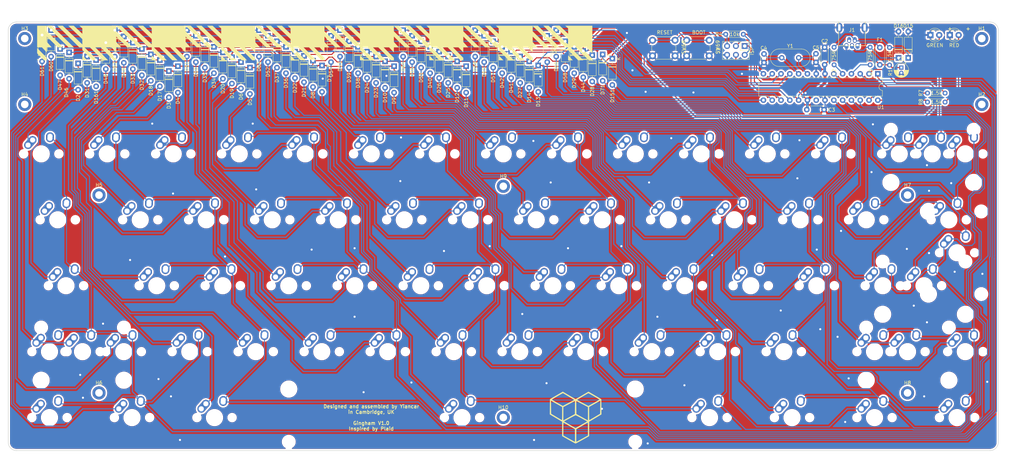
<source format=kicad_pcb>
(kicad_pcb (version 20190905) (host pcbnew "5.99.0-unknown-3cd1208~86~ubuntu18.04.1")
  (title_block (title "Gingham") (date "2019-04-18") (rev "V1.0") (company "Yiancar Designs") (comment 1 "Inspired by Plaid"))
  (layers (0 "F.Cu" signal) (31 "B.Cu" signal) (34 "B.Paste" user) (35 "F.Paste" user) (36 "B.SilkS" user) (37 "F.SilkS" user) (38 "B.Mask" user) (39 "F.Mask" user) (44 "Edge.Cuts" user))
  (net 0 "")
  (net 1 "GND")
  (net 2 "/ROW0")
  (net 3 "Net-(D3-Pad2)")
  (net 4 "Net-(D4-Pad2)")
  (net 5 "Net-(D5-Pad2)")
  (net 6 "Net-(D6-Pad2)")
  (net 7 "Net-(D7-Pad2)")
  (net 8 "Net-(D8-Pad2)")
  (net 9 "Net-(D9-Pad2)")
  (net 10 "Net-(D10-Pad2)")
  (net 11 "Net-(D11-Pad2)")
  (net 12 "Net-(D12-Pad2)")
  (net 13 "/ROW1")
  (net 14 "Net-(D13-Pad2)")
  (net 15 "Net-(D14-Pad2)")
  (net 16 "Net-(D17-Pad2)")
  (net 17 "Net-(D18-Pad2)")
  (net 18 "Net-(D19-Pad2)")
  (net 19 "Net-(D20-Pad2)")
  (net 20 "Net-(D21-Pad2)")
  (net 21 "Net-(D22-Pad2)")
  (net 22 "Net-(D23-Pad2)")
  (net 23 "Net-(D24-Pad2)")
  (net 24 "Net-(D25-Pad2)")
  (net 25 "/ROW2")
  (net 26 "Net-(D26-Pad2)")
  (net 27 "Net-(D27-Pad2)")
  (net 28 "Net-(D28-Pad2)")
  (net 29 "Net-(D29-Pad2)")
  (net 30 "Net-(D31-Pad2)")
  (net 31 "Net-(D32-Pad2)")
  (net 32 "Net-(D33-Pad2)")
  (net 33 "Net-(D34-Pad2)")
  (net 34 "Net-(D35-Pad2)")
  (net 35 "Net-(D36-Pad2)")
  (net 36 "Net-(D37-Pad2)")
  (net 37 "Net-(D38-Pad2)")
  (net 38 "Net-(D39-Pad2)")
  (net 39 "Net-(D40-Pad2)")
  (net 40 "Net-(D41-Pad2)")
  (net 41 "Net-(D42-Pad2)")
  (net 42 "Net-(D44-Pad2)")
  (net 43 "Net-(D46-Pad2)")
  (net 44 "Net-(D47-Pad2)")
  (net 45 "Net-(D48-Pad2)")
  (net 46 "/USB_D+")
  (net 47 "/USB_D-")
  (net 48 "/RESET")
  (net 49 "/COL0")
  (net 50 "/COL1")
  (net 51 "/COL2")
  (net 52 "/COL3")
  (net 53 "/COL4")
  (net 54 "/COL5")
  (net 55 "/COL6")
  (net 56 "/COL7")
  (net 57 "+5V")
  (net 58 "Net-(F1-Pad1)")
  (net 59 "Net-(D2-Pad2)")
  (net 60 "Net-(LED1-Pad2)")
  (net 61 "Net-(LED2-Pad2)")
  (net 62 "/ROW3")
  (net 63 "Net-(C4-Pad1)")
  (net 64 "Net-(C5-Pad1)")
  (net 65 "Net-(D15-Pad1)")
  (net 66 "Net-(D16-Pad1)")
  (net 67 "Net-(D49-Pad2)")
  (net 68 "Net-(D50-Pad2)")
  (net 69 "Net-(D51-Pad2)")
  (net 70 "Net-(D52-Pad2)")
  (net 71 "Net-(D53-Pad2)")
  (net 72 "Net-(D54-Pad2)")
  (net 73 "Net-(D55-Pad2)")
  (net 74 "Net-(D56-Pad2)")
  (net 75 "Net-(D57-Pad2)")
  (net 76 "Net-(D58-Pad2)")
  (net 77 "/ROW4")
  (net 78 "Net-(D59-Pad2)")
  (net 79 "Net-(D60-Pad2)")
  (net 80 "Net-(D61-Pad2)")
  (net 81 "Net-(D62-Pad2)")
  (net 82 "Net-(D63-Pad2)")
  (net 83 "Net-(D64-Pad2)")
  (net 84 "Net-(D65-Pad2)")
  (net 85 "Net-(D66-Pad2)")
  (net 86 "Net-(R7-Pad1)")
  (net 87 "Net-(R8-Pad1)")
  (net 88 "Net-(J1-Pad2)")
  (net 89 "Net-(U1-Pad21)")
  (net 90 "/ROW6")
  (net 91 "/ROW7")
  (net 92 "/ROW5")
  (net 93 "Net-(D71-Pad2)")
  (net 94 "Net-(D67-Pad2)")
  (net 95 "Net-(D151-Pad2)")
  (net 96 "Net-(D161-Pad2)")
  (module "Diode_THT:D_DO-35_SOD27_P7.62mm_Horizontal" (layer "F.Cu") (at 135.8 57.8 -90)
    (fp_text reference "D7" (at 3.81 -2.12 90) (layer "F.SilkS"))
    (fp_text value "1N4148")
    (fp_text user "K" (at 0 -1.8 90) (layer "F.SilkS"))
    (pad "2" thru_hole oval (at 7.62 0 270) (size 1.6 1.6) (drill 0.8) (layers *.Cu *.Mask) (net 7 "Net-(D7-Pad2)"))
    (pad "1" thru_hole rect (at 0 0 270) (size 1.6 1.6) (drill 0.8) (layers *.Cu *.Mask) (net 2 "/ROW0"))
  )
  (module "MX_Alps_Hybrid:MX-1U-NoLED" (layer "F.Cu") (at 240.5 121.4375)
    (fp_text reference "SW40")
    (fp_text value "SW_Push")
    (pad "2" thru_hole oval (at 2.5 -4.5 86.0548) (size 2.831378 2.25) (drill 1.47 (offset 0.290689 0)) (layers *.Cu "B.Mask") (net 54 "/COL5"))
    (pad "2" thru_hole circle (at 2.54 -5.08) (size 2.25 2.25) (drill 1.47) (layers *.Cu "B.Mask") (net 54 "/COL5"))
    (pad "1" thru_hole oval (at -3.81 -2.54 48.0996) (size 4.211556 2.25) (drill 1.47 (offset 0.980778 0)) (layers *.Cu "B.Mask") (net 39 "Net-(D40-Pad2)"))
    (pad "" np_thru_hole circle (at 0 0) (size 3.9878 3.9878) (drill 3.9878) (layers *.Cu *.Mask))
    (pad "1" thru_hole circle (at -2.5 -4) (size 2.25 2.25) (drill 1.47) (layers *.Cu "B.Mask") (net 39 "Net-(D40-Pad2)"))
    (pad "" np_thru_hole circle (at -5.08 0 48.0996) (size 1.75 1.75) (drill 1.75) (layers *.Cu *.Mask))
    (pad "" np_thru_hole circle (at 5.08 0 48.0996) (size 1.75 1.75) (drill 1.75) (layers *.Cu *.Mask))
  )
  (module "Diode_THT:D_DO-35_SOD27_P7.62mm_Horizontal" (layer "F.Cu") (at 219.6 55.8 -90)
    (fp_text reference "D151" (at 10.8 0 -90) (layer "F.SilkS"))
    (fp_text value "1N4148")
    (fp_text user "K" (at 0 -1.8 90) (layer "F.SilkS"))
    (pad "2" thru_hole oval (at 7.62 0 270) (size 1.6 1.6) (drill 0.8) (layers *.Cu *.Mask) (net 95 "Net-(D151-Pad2)"))
    (pad "1" thru_hole rect (at 0 0 270) (size 1.6 1.6) (drill 0.8) (layers *.Cu *.Mask) (net 2 "/ROW0"))
  )
  (module "Diode_THT:D_DO-35_SOD27_P7.62mm_Horizontal" (layer "F.Cu") (at 70.6 56.2 -90)
    (fp_text reference "D161" (at 10.8 0 -90) (layer "F.SilkS"))
    (fp_text value "1N4148")
    (fp_text user "K" (at 0 -1.8 90) (layer "F.SilkS"))
    (pad "2" thru_hole oval (at 7.62 0 270) (size 1.6 1.6) (drill 0.8) (layers *.Cu *.Mask) (net 96 "Net-(D161-Pad2)"))
    (pad "1" thru_hole rect (at 0 0 270) (size 1.6 1.6) (drill 0.8) (layers *.Cu *.Mask) (net 13 "/ROW1"))
  )
  (module "Diode_THT:D_DO-35_SOD27_P7.62mm_Horizontal" (layer "F.Cu") (at 200.8 49.2 -90)
    (fp_text reference "D67" (at 3.81 -2.12 90) (layer "F.SilkS"))
    (fp_text value "1N4148")
    (fp_text user "K" (at 0 -1.8 90) (layer "F.SilkS"))
    (pad "2" thru_hole oval (at 7.62 0 270) (size 1.6 1.6) (drill 0.8) (layers *.Cu *.Mask) (net 94 "Net-(D67-Pad2)"))
    (pad "1" thru_hole rect (at 0 0 270) (size 1.6 1.6) (drill 0.8) (layers *.Cu *.Mask) (net 90 "/ROW6"))
  )
  (module "Diode_THT:D_DO-35_SOD27_P7.62mm_Horizontal" (layer "F.Cu") (at 216.8 54.6 -90)
    (fp_text reference "D71" (at 10.2 0 -90) (layer "F.SilkS"))
    (fp_text value "1N4148")
    (fp_text user "K" (at 0 -1.8 90) (layer "F.SilkS"))
    (pad "2" thru_hole oval (at 7.62 0 270) (size 1.6 1.6) (drill 0.8) (layers *.Cu *.Mask) (net 93 "Net-(D71-Pad2)"))
    (pad "1" thru_hole rect (at 0 0 270) (size 1.6 1.6) (drill 0.8) (layers *.Cu *.Mask) (net 13 "/ROW1"))
  )
  (module "tartan:gingham" (layer "F.Cu") (at 133.7 51.3)
    (fp_text reference "svg2mod" hide)
    (fp_text value "G***" hide)
  )
  (module "tartan:yiancar_logo_silk" (layer "F.Cu") (at 209 159.5)
    (fp_text reference "G***" hide)
    (fp_text value "Yiancar Logo" hide)
  )
  (module "MX_Alps_Hybrid:MX-1U-NoLED" (layer "F.Cu") (at 245.2625 83.3375)
    (fp_text reference "SW12")
    (fp_text value "SW_Push")
    (pad "" np_thru_hole circle (at 5.08 0 48.0996) (size 1.75 1.75) (drill 1.75) (layers *.Cu *.Mask))
    (pad "" np_thru_hole circle (at -5.08 0 48.0996) (size 1.75 1.75) (drill 1.75) (layers *.Cu *.Mask))
    (pad "1" thru_hole circle (at -2.5 -4) (size 2.25 2.25) (drill 1.47) (layers *.Cu "B.Mask") (net 12 "Net-(D12-Pad2)"))
    (pad "" np_thru_hole circle (at 0 0) (size 3.9878 3.9878) (drill 3.9878) (layers *.Cu *.Mask))
    (pad "1" thru_hole oval (at -3.81 -2.54 48.0996) (size 4.211556 2.25) (drill 1.47 (offset 0.980778 0)) (layers *.Cu "B.Mask") (net 12 "Net-(D12-Pad2)"))
    (pad "2" thru_hole circle (at 2.54 -5.08) (size 2.25 2.25) (drill 1.47) (layers *.Cu "B.Mask") (net 54 "/COL5"))
    (pad "2" thru_hole oval (at 2.5 -4.5 86.0548) (size 2.831378 2.25) (drill 1.47 (offset 0.290689 0)) (layers *.Cu "B.Mask") (net 54 "/COL5"))
  )
  (module "AI03_Random_parts:Molex-0548190519" (layer "F.Cu") (at 288.7625 45.0875 -90)
    (fp_text reference "J1")
    (fp_text value "Molex-0548190519")
    (fp_text user "%R" (at 2.45 0) (layer "F.SilkS"))
    (pad "5" thru_hole oval (at 6.8 -1.6 270) (size 1.65 1.1) (drill oval 0.7 (offset 0.25 0)) (layers *.Cu "B.Mask") (net 58 "Net-(F1-Pad1)"))
    (pad "4" thru_hole oval (at 5.6 -0.8 90) (size 1.65 1.1) (drill oval 0.7 (offset 0.25 0)) (layers *.Cu "B.Mask") (net 65 "Net-(D15-Pad1)"))
    (pad "3" thru_hole oval (at 6.8 0 270) (size 1.65 1.1) (drill oval 0.7 (offset 0.25 0)) (layers *.Cu "B.Mask") (net 66 "Net-(D16-Pad1)"))
    (pad "2" thru_hole oval (at 5.6 0.8 90) (size 1.65 1.1) (drill oval 0.7 (offset 0.25 0)) (layers *.Cu "B.Mask") (net 88 "Net-(J1-Pad2)"))
    (pad "1" thru_hole oval (at 6.8 1.6 270) (size 1.65 1.1) (drill oval 0.7 (offset 0.25 0)) (layers *.Cu "B.Mask") (net 1 "GND"))
    (pad "6" thru_hole oval (at 1.75 -3.65 270) (size 2.7 1.7) (drill oval 1.9 0.7) (layers *.Cu *.Mask) (net 1 "GND"))
    (pad "6" thru_hole oval (at 1.75 3.65 270) (size 2.7 1.7) (drill oval 1.9 0.7) (layers *.Cu *.Mask) (net 1 "GND"))
  )
  (module "Diode_THT:D_DO-35_SOD27_P7.62mm_Horizontal" (layer "F.Cu") (at 65.4 57.2 -90)
    (fp_text reference "D2" (at 10 0 -90) (layer "F.SilkS"))
    (fp_text value "1N4148")
    (pad "1" thru_hole rect (at 0 0 270) (size 1.6 1.6) (drill 0.8) (layers *.Cu *.Mask) (net 2 "/ROW0"))
    (pad "2" thru_hole oval (at 7.62 0 270) (size 1.6 1.6) (drill 0.8) (layers *.Cu *.Mask) (net 59 "Net-(D2-Pad2)"))
  )
  (module "MX_Alps_Hybrid:MX-2.25U-NoLED" (layer "F.Cu") (at 66.66875 140.4875)
    (fp_text reference "SW46")
    (fp_text value "SW_Push")
    (pad "" np_thru_hole circle (at 11.938 8.255) (size 3.9878 3.9878) (drill 3.9878) (layers *.Cu *.Mask))
    (pad "" np_thru_hole circle (at -11.938 8.255) (size 3.9878 3.9878) (drill 3.9878) (layers *.Cu *.Mask))
    (pad "" np_thru_hole circle (at 11.938 -6.985) (size 3.048 3.048) (drill 3.048) (layers *.Cu *.Mask))
    (pad "" np_thru_hole circle (at -11.938 -6.985) (size 3.048 3.048) (drill 3.048) (layers *.Cu *.Mask))
    (pad "" np_thru_hole circle (at 5.08 0 48.0996) (size 1.75 1.75) (drill 1.75) (layers *.Cu *.Mask))
    (pad "" np_thru_hole circle (at -5.08 0 48.0996) (size 1.75 1.75) (drill 1.75) (layers *.Cu *.Mask))
    (pad "1" thru_hole circle (at -2.5 -4) (size 2.25 2.25) (drill 1.47) (layers *.Cu "B.Mask") (net 43 "Net-(D46-Pad2)"))
    (pad "" np_thru_hole circle (at 0 0) (size 3.9878 3.9878) (drill 3.9878) (layers *.Cu *.Mask))
    (pad "1" thru_hole oval (at -3.81 -2.54 48.0996) (size 4.211556 2.25) (drill 1.47 (offset 0.980778 0)) (layers *.Cu "B.Mask") (net 43 "Net-(D46-Pad2)"))
    (pad "2" thru_hole circle (at 2.54 -5.08) (size 2.25 2.25) (drill 1.47) (layers *.Cu "B.Mask") (net 49 "/COL0"))
    (pad "2" thru_hole oval (at 2.5 -4.5 86.0548) (size 2.831378 2.25) (drill 1.47 (offset 0.290689 0)) (layers *.Cu "B.Mask") (net 49 "/COL0"))
  )
  (module "MX_Alps_Hybrid:MX-ISO-ReversedStabilizers" (layer "F.Cu") (at 319.08125 111.9125)
    (fp_text reference "SW30")
    (fp_text value "SW_Push")
    (pad "1" thru_hole oval (at 2.5 -4.5 86.055) (size 2.831378 2.25) (drill 1.47 (offset 0.290689 0)) (layers *.Cu "B.Mask") (net 42 "Net-(D44-Pad2)"))
    (pad "1" thru_hole circle (at 2.54 -5.08 90) (size 2.25 2.25) (drill 1.47) (layers *.Cu "B.Mask") (net 42 "Net-(D44-Pad2)"))
    (pad "2" thru_hole oval (at -3.81 -2.54 48.1) (size 4.211556 2.25) (drill 1.47 (offset 0.980778 0)) (layers *.Cu "B.Mask") (net 56 "/COL7"))
    (pad "" np_thru_hole circle (at 0 0 90) (size 3.9878 3.9878) (drill 3.9878) (layers *.Cu *.Mask))
    (pad "2" thru_hole circle (at -2.5 -4 90) (size 2.25 2.25) (drill 1.47) (layers *.Cu "B.Mask") (net 56 "/COL7"))
    (pad "" np_thru_hole circle (at -5.08 0 138.0996) (size 1.7018 1.7018) (drill 1.7018) (layers *.Cu *.Mask))
    (pad "" np_thru_hole circle (at 5.08 0 138.0996) (size 1.7018 1.7018) (drill 1.7018) (layers *.Cu *.Mask))
    (pad "" np_thru_hole circle (at 6.985 11.938) (size 3.048 3.048) (drill 3.048) (layers *.Cu *.Mask))
    (pad "" np_thru_hole circle (at 6.985 -11.938) (size 3.048 3.048) (drill 3.048) (layers *.Cu *.Mask))
    (pad "" np_thru_hole circle (at -8.255 11.938) (size 3.9878 3.9878) (drill 3.9878) (layers *.Cu *.Mask))
    (pad "" np_thru_hole circle (at -8.255 -11.938) (size 3.9878 3.9878) (drill 3.9878) (layers *.Cu *.Mask))
  )
  (module "MX_Alps_Hybrid:MX-1U-NoLED" (layer "F.Cu") (at 321.4625 83.3375)
    (fp_text reference "SW71")
    (fp_text value "SW_Push")
    (pad "" np_thru_hole circle (at 5.08 0 48.0996) (size 1.75 1.75) (drill 1.75) (layers *.Cu *.Mask))
    (pad "" np_thru_hole circle (at -5.08 0 48.0996) (size 1.75 1.75) (drill 1.75) (layers *.Cu *.Mask))
    (pad "1" thru_hole circle (at -2.5 -4) (size 2.25 2.25) (drill 1.47) (layers *.Cu "B.Mask") (net 93 "Net-(D71-Pad2)"))
    (pad "" np_thru_hole circle (at 0 0) (size 3.9878 3.9878) (drill 3.9878) (layers *.Cu *.Mask))
    (pad "1" thru_hole oval (at -3.81 -2.54 48.0996) (size 4.211556 2.25) (drill 1.47 (offset 0.980778 0)) (layers *.Cu "B.Mask") (net 93 "Net-(D71-Pad2)"))
    (pad "2" thru_hole circle (at 2.54 -5.08) (size 2.25 2.25) (drill 1.47) (layers *.Cu "B.Mask") (net 56 "/COL7"))
    (pad "2" thru_hole oval (at 2.5 -4.5 86.0548) (size 2.831378 2.25) (drill 1.47 (offset 0.290689 0)) (layers *.Cu "B.Mask") (net 56 "/COL7"))
  )
  (module "Diode_THT:D_DO-35_SOD27_P7.62mm_Horizontal" (layer "F.Cu") (at 203.4 47.6 -90)
    (fp_text reference "D66" (at 10.5 0 -90) (layer "F.SilkS"))
    (fp_text value "1N4148")
    (pad "2" thru_hole oval (at 7.62 0 270) (size 1.6 1.6) (drill 0.8) (layers *.Cu *.Mask) (net 85 "Net-(D66-Pad2)"))
    (pad "1" thru_hole rect (at 0 0 270) (size 1.6 1.6) (drill 0.8) (layers *.Cu *.Mask) (net 91 "/ROW7"))
  )
  (module "MX_Alps_Hybrid:MX-1.75U-NoLED" (layer "F.Cu") (at 61.90625 121.4375)
    (fp_text reference "SW31")
    (fp_text value "SW_Push")
    (pad "" np_thru_hole circle (at 5.08 0 48.0996) (size 1.75 1.75) (drill 1.75) (layers *.Cu *.Mask))
    (pad "" np_thru_hole circle (at -5.08 0 48.0996) (size 1.75 1.75) (drill 1.75) (layers *.Cu *.Mask))
    (pad "1" thru_hole circle (at -2.5 -4) (size 2.25 2.25) (drill 1.47) (layers *.Cu "B.Mask") (net 30 "Net-(D31-Pad2)"))
    (pad "" np_thru_hole circle (at 0 0) (size 3.9878 3.9878) (drill 3.9878) (layers *.Cu *.Mask))
    (pad "1" thru_hole oval (at -3.81 -2.54 48.0996) (size 4.211556 2.25) (drill 1.47 (offset 0.980778 0)) (layers *.Cu "B.Mask") (net 30 "Net-(D31-Pad2)"))
    (pad "2" thru_hole circle (at 2.54 -5.08) (size 2.25 2.25) (drill 1.47) (layers *.Cu "B.Mask") (net 49 "/COL0"))
    (pad "2" thru_hole oval (at 2.5 -4.5 86.0548) (size 2.831378 2.25) (drill 1.47 (offset 0.290689 0)) (layers *.Cu "B.Mask") (net 49 "/COL0"))
  )
  (module "MX_Alps_Hybrid:MX-1.5U-NoLED" (layer "F.Cu") (at 59.525 102.3875)
    (fp_text reference "SW16")
    (fp_text value "SW_Push")
    (pad "" np_thru_hole circle (at 5.08 0 48.0996) (size 1.75 1.75) (drill 1.75) (layers *.Cu *.Mask))
    (pad "" np_thru_hole circle (at -5.08 0 48.0996) (size 1.75 1.75) (drill 1.75) (layers *.Cu *.Mask))
    (pad "1" thru_hole circle (at -2.5 -4) (size 2.25 2.25) (drill 1.47) (layers *.Cu "B.Mask") (net 96 "Net-(D161-Pad2)"))
    (pad "" np_thru_hole circle (at 0 0) (size 3.9878 3.9878) (drill 3.9878) (layers *.Cu *.Mask))
    (pad "1" thru_hole oval (at -3.81 -2.54 48.0996) (size 4.211556 2.25) (drill 1.47 (offset 0.980778 0)) (layers *.Cu "B.Mask") (net 96 "Net-(D161-Pad2)"))
    (pad "2" thru_hole circle (at 2.54 -5.08) (size 2.25 2.25) (drill 1.47) (layers *.Cu "B.Mask") (net 49 "/COL0"))
    (pad "2" thru_hole oval (at 2.5 -4.5 86.0548) (size 2.831378 2.25) (drill 1.47 (offset 0.290689 0)) (layers *.Cu "B.Mask") (net 49 "/COL0"))
  )
  (module "MountingHole:MountingHole_2.2mm_M2_DIN965_Pad" (layer "F.Cu") (at 50 69.05)
    (fp_text reference "H4" (at 0 -2.9) (layer "F.SilkS"))
    (fp_text value "M2")
    (pad "1" thru_hole circle (at 0 0) (size 3.8 3.8) (drill 2.2) (layers *.Cu *.Mask))
  )
  (module "MountingHole:MountingHole_2.2mm_M2_DIN965_Pad" (layer "F.Cu") (at 50 50)
    (fp_text reference "H3" (at 0 -2.9) (layer "F.SilkS"))
    (fp_text value "M2")
    (pad "1" thru_hole circle (at 0 0) (size 3.8 3.8) (drill 2.2) (layers *.Cu *.Mask))
  )
  (module "MountingHole:MountingHole_2.2mm_M2_DIN965_Pad" (layer "F.Cu") (at 326.225 69.05)
    (fp_text reference "H2" (at 0 -2.9) (layer "F.SilkS"))
    (fp_text value "M2")
    (pad "1" thru_hole circle (at 0 0) (size 3.8 3.8) (drill 2.2) (layers *.Cu *.Mask))
  )
  (module "MountingHole:MountingHole_2.2mm_M2_DIN965_Pad" (layer "F.Cu") (at 326.225 50)
    (fp_text reference "H1" (at 0 -2.9) (layer "F.SilkS"))
    (fp_text value "M2")
    (pad "1" thru_hole circle (at 0 0) (size 3.8 3.8) (drill 2.2) (layers *.Cu *.Mask))
  )
  (module "Capacitor_THT:CP_Radial_D4.0mm_P1.50mm" (layer "F.Cu") (at 303 58.4 -90)
    (fp_text reference "C1" (at -2.5 0 180) (layer "F.SilkS"))
    (fp_text value "4.7u")
    (pad "1" thru_hole rect (at 0 0 270) (size 1.2 1.2) (drill 0.6) (layers *.Cu *.Mask) (net 57 "+5V"))
    (pad "2" thru_hole circle (at 1.5 0 270) (size 1.2 1.2) (drill 0.6) (layers *.Cu *.Mask) (net 1 "GND"))
  )
  (module "Capacitor_THT:C_Disc_D4.3mm_W1.9mm_P5.00mm" (layer "F.Cu") (at 280.87 57.55625 90)
    (fp_text reference "C2" (at 6.7875 0 180) (layer "F.SilkS"))
    (fp_text value "100n")
    (pad "2" thru_hole circle (at 5 0 90) (size 1.6 1.6) (drill 0.8) (layers *.Cu *.Mask) (net 1 "GND"))
    (pad "1" thru_hole circle (at 0 0 90) (size 1.6 1.6) (drill 0.8) (layers *.Cu *.Mask) (net 57 "+5V"))
  )
  (module "Capacitor_THT:C_Disc_D4.3mm_W1.9mm_P5.00mm" (layer "F.Cu") (at 275.714999 70.556371)
    (fp_text reference "C3" (at 7.2 0.05) (layer "F.SilkS"))
    (fp_text value "100n")
    (pad "1" thru_hole circle (at 0 0) (size 1.6 1.6) (drill 0.8) (layers *.Cu *.Mask) (net 57 "+5V"))
    (pad "2" thru_hole circle (at 5 0) (size 1.6 1.6) (drill 0.8) (layers *.Cu *.Mask) (net 1 "GND"))
  )
  (module "Capacitor_THT:C_Disc_D3.0mm_W1.6mm_P2.50mm" (layer "F.Cu") (at 263.37 54.45625 -90)
    (fp_text reference "C4" (at -1.7 0.05) (layer "F.SilkS"))
    (fp_text value "22p")
    (pad "2" thru_hole circle (at 2.5 0 270) (size 1.6 1.6) (drill 0.8) (layers *.Cu *.Mask) (net 1 "GND"))
    (pad "1" thru_hole circle (at 0 0 270) (size 1.6 1.6) (drill 0.8) (layers *.Cu *.Mask) (net 63 "Net-(C4-Pad1)"))
  )
  (module "Capacitor_THT:C_Disc_D3.0mm_W1.6mm_P2.50mm" (layer "F.Cu") (at 278.37 54.40625 -90)
    (fp_text reference "C5" (at -1.75 0) (layer "F.SilkS"))
    (fp_text value "22p")
    (pad "1" thru_hole circle (at 0 0 270) (size 1.6 1.6) (drill 0.8) (layers *.Cu *.Mask) (net 64 "Net-(C5-Pad1)"))
    (pad "2" thru_hole circle (at 2.5 0 270) (size 1.6 1.6) (drill 0.8) (layers *.Cu *.Mask) (net 1 "GND"))
  )
  (module "Diode_THT:D_DO-35_SOD27_P7.62mm_Horizontal" (layer "F.Cu") (at 91.6 59.4 -90)
    (fp_text reference "D3" (at 10 0 -90) (layer "F.SilkS"))
    (fp_text value "1N4148")
    (pad "1" thru_hole rect (at 0 0 270) (size 1.6 1.6) (drill 0.8) (layers *.Cu *.Mask) (net 2 "/ROW0"))
    (pad "2" thru_hole oval (at 7.62 0 270) (size 1.6 1.6) (drill 0.8) (layers *.Cu *.Mask) (net 3 "Net-(D3-Pad2)"))
  )
  (module "Diode_THT:D_DO-35_SOD27_P7.62mm_Horizontal" (layer "F.Cu") (at 94.2 58 -90)
    (fp_text reference "D4" (at 10 0 -90) (layer "F.SilkS"))
    (fp_text value "1N4148")
    (pad "1" thru_hole rect (at 0 0 270) (size 1.6 1.6) (drill 0.8) (layers *.Cu *.Mask) (net 13 "/ROW1"))
    (pad "2" thru_hole oval (at 7.62 0 270) (size 1.6 1.6) (drill 0.8) (layers *.Cu *.Mask) (net 4 "Net-(D4-Pad2)"))
  )
  (module "Diode_THT:D_DO-35_SOD27_P7.62mm_Horizontal" (layer "F.Cu") (at 115 58.4 -90)
    (fp_text reference "D5" (at 10 0 -90) (layer "F.SilkS"))
    (fp_text value "1N4148")
    (pad "1" thru_hole rect (at 0 0 270) (size 1.6 1.6) (drill 0.8) (layers *.Cu *.Mask) (net 2 "/ROW0"))
    (pad "2" thru_hole oval (at 7.62 0 270) (size 1.6 1.6) (drill 0.8) (layers *.Cu *.Mask) (net 5 "Net-(D5-Pad2)"))
  )
  (module "Diode_THT:D_DO-35_SOD27_P7.62mm_Horizontal" (layer "F.Cu") (at 112.4 56.8 -90)
    (fp_text reference "D6" (at 10 0 -90) (layer "F.SilkS"))
    (fp_text value "1N4148")
    (pad "2" thru_hole oval (at 7.62 0 270) (size 1.6 1.6) (drill 0.8) (layers *.Cu *.Mask) (net 6 "Net-(D6-Pad2)"))
    (pad "1" thru_hole rect (at 0 0 270) (size 1.6 1.6) (drill 0.8) (layers *.Cu *.Mask) (net 13 "/ROW1"))
  )
  (module "Diode_THT:D_DO-35_SOD27_P7.62mm_Horizontal" (layer "F.Cu") (at 133.2 56.4 -90)
    (fp_text reference "D8" (at 10 0 -90) (layer "F.SilkS"))
    (fp_text value "1N4148")
    (pad "1" thru_hole rect (at 0 0 270) (size 1.6 1.6) (drill 0.8) (layers *.Cu *.Mask) (net 13 "/ROW1"))
    (pad "2" thru_hole oval (at 7.62 0 270) (size 1.6 1.6) (drill 0.8) (layers *.Cu *.Mask) (net 8 "Net-(D8-Pad2)"))
  )
  (module "Diode_THT:D_DO-35_SOD27_P7.62mm_Horizontal" (layer "F.Cu") (at 156.6 58 -90)
    (fp_text reference "D9" (at 10 0 -90) (layer "F.SilkS"))
    (fp_text value "1N4148")
    (pad "2" thru_hole oval (at 7.62 0 270) (size 1.6 1.6) (drill 0.8) (layers *.Cu *.Mask) (net 9 "Net-(D9-Pad2)"))
    (pad "1" thru_hole rect (at 0 0 270) (size 1.6 1.6) (drill 0.8) (layers *.Cu *.Mask) (net 2 "/ROW0"))
  )
  (module "Diode_THT:D_DO-35_SOD27_P7.62mm_Horizontal" (layer "F.Cu") (at 154 56.6 -90)
    (fp_text reference "D10" (at 10.5 0 -90) (layer "F.SilkS"))
    (fp_text value "1N4148")
    (pad "1" thru_hole rect (at 0 0 270) (size 1.6 1.6) (drill 0.8) (layers *.Cu *.Mask) (net 13 "/ROW1"))
    (pad "2" thru_hole oval (at 7.62 0 270) (size 1.6 1.6) (drill 0.8) (layers *.Cu *.Mask) (net 10 "Net-(D10-Pad2)"))
  )
  (module "Diode_THT:D_DO-35_SOD27_P7.62mm_Horizontal" (layer "F.Cu") (at 177.4 58 -90)
    (fp_text reference "D11" (at 10.5 0 -90) (layer "F.SilkS"))
    (fp_text value "1N4148")
    (pad "1" thru_hole rect (at 0 0 270) (size 1.6 1.6) (drill 0.8) (layers *.Cu *.Mask) (net 2 "/ROW0"))
    (pad "2" thru_hole oval (at 7.62 0 270) (size 1.6 1.6) (drill 0.8) (layers *.Cu *.Mask) (net 11 "Net-(D11-Pad2)"))
  )
  (module "Diode_THT:D_DO-35_SOD27_P7.62mm_Horizontal" (layer "F.Cu") (at 174.8 56.6 -90)
    (fp_text reference "D12" (at 10.5 0 -90) (layer "F.SilkS"))
    (fp_text value "1N4148")
    (pad "2" thru_hole oval (at 7.62 0 270) (size 1.6 1.6) (drill 0.8) (layers *.Cu *.Mask) (net 12 "Net-(D12-Pad2)"))
    (pad "1" thru_hole rect (at 0 0 270) (size 1.6 1.6) (drill 0.8) (layers *.Cu *.Mask) (net 13 "/ROW1"))
  )
  (module "Diode_THT:D_DO-35_SOD27_P7.62mm_Horizontal" (layer "F.Cu") (at 198.2 57.8 -90)
    (fp_text reference "D13" (at 10.5 0 -90) (layer "F.SilkS"))
    (fp_text value "1N4148")
    (pad "2" thru_hole oval (at 7.62 0 270) (size 1.6 1.6) (drill 0.8) (layers *.Cu *.Mask) (net 14 "Net-(D13-Pad2)"))
    (pad "1" thru_hole rect (at 0 0 270) (size 1.6 1.6) (drill 0.8) (layers *.Cu *.Mask) (net 2 "/ROW0"))
  )
  (module "Diode_THT:D_DO-35_SOD27_P7.62mm_Horizontal" (layer "F.Cu") (at 195.6 56.6 -90)
    (fp_text reference "D14" (at 10.5 0 -90) (layer "F.SilkS"))
    (fp_text value "1N4148")
    (pad "1" thru_hole rect (at 0 0 270) (size 1.6 1.6) (drill 0.8) (layers *.Cu *.Mask) (net 13 "/ROW1"))
    (pad "2" thru_hole oval (at 7.62 0 270) (size 1.6 1.6) (drill 0.8) (layers *.Cu *.Mask) (net 15 "Net-(D14-Pad2)"))
  )
  (module "Diode_THT:D_DO-35_SOD27_P7.62mm_Horizontal" (layer "F.Cu") (at 305 55.6 90)
    (fp_text reference "D15" (at 9.25 0 180) (layer "F.SilkS"))
    (fp_text value "3.6V")
    (pad "1" thru_hole rect (at 0 0 90) (size 1.6 1.6) (drill 0.8) (layers *.Cu *.Mask) (net 65 "Net-(D15-Pad1)"))
    (pad "2" thru_hole oval (at 7.62 0 90) (size 1.6 1.6) (drill 0.8) (layers *.Cu *.Mask) (net 1 "GND"))
  )
  (module "Diode_THT:D_DO-35_SOD27_P7.62mm_Horizontal" (layer "F.Cu") (at 302.2 55.6 90)
    (fp_text reference "D16" (at 9.25 0 180) (layer "F.SilkS"))
    (fp_text value "3.6V")
    (pad "2" thru_hole oval (at 7.62 0 90) (size 1.6 1.6) (drill 0.8) (layers *.Cu *.Mask) (net 1 "GND"))
    (pad "1" thru_hole rect (at 0 0 90) (size 1.6 1.6) (drill 0.8) (layers *.Cu *.Mask) (net 66 "Net-(D16-Pad1)"))
  )
  (module "Diode_THT:D_DO-35_SOD27_P7.62mm_Horizontal" (layer "F.Cu") (at 89 56.2 -90)
    (fp_text reference "D17" (at 10.5 0 -90) (layer "F.SilkS"))
    (fp_text value "1N4148")
    (pad "2" thru_hole oval (at 7.62 0 270) (size 1.6 1.6) (drill 0.8) (layers *.Cu *.Mask) (net 16 "Net-(D17-Pad2)"))
    (pad "1" thru_hole rect (at 0 0 270) (size 1.6 1.6) (drill 0.8) (layers *.Cu *.Mask) (net 25 "/ROW2"))
  )
  (module "Diode_THT:D_DO-35_SOD27_P7.62mm_Horizontal" (layer "F.Cu") (at 86.4 54.6 -90)
    (fp_text reference "D18" (at 10.5 0 -90) (layer "F.SilkS"))
    (fp_text value "1N4148")
    (pad "2" thru_hole oval (at 7.62 0 270) (size 1.6 1.6) (drill 0.8) (layers *.Cu *.Mask) (net 17 "Net-(D18-Pad2)"))
    (pad "1" thru_hole rect (at 0 0 270) (size 1.6 1.6) (drill 0.8) (layers *.Cu *.Mask) (net 62 "/ROW3"))
  )
  (module "Diode_THT:D_DO-35_SOD27_P7.62mm_Horizontal" (layer "F.Cu") (at 109.8 55.4 -90)
    (fp_text reference "D19" (at 10.5 0 -90) (layer "F.SilkS"))
    (fp_text value "1N4148")
    (pad "1" thru_hole rect (at 0 0 270) (size 1.6 1.6) (drill 0.8) (layers *.Cu *.Mask) (net 25 "/ROW2"))
    (pad "2" thru_hole oval (at 7.62 0 270) (size 1.6 1.6) (drill 0.8) (layers *.Cu *.Mask) (net 18 "Net-(D19-Pad2)"))
  )
  (module "Diode_THT:D_DO-35_SOD27_P7.62mm_Horizontal" (layer "F.Cu") (at 107.2 54 -90)
    (fp_text reference "D20" (at 10.5 0 -90) (layer "F.SilkS"))
    (fp_text value "1N4148")
    (pad "1" thru_hole rect (at 0 0 270) (size 1.6 1.6) (drill 0.8) (layers *.Cu *.Mask) (net 62 "/ROW3"))
    (pad "2" thru_hole oval (at 7.62 0 270) (size 1.6 1.6) (drill 0.8) (layers *.Cu *.Mask) (net 19 "Net-(D20-Pad2)"))
  )
  (module "Diode_THT:D_DO-35_SOD27_P7.62mm_Horizontal" (layer "F.Cu") (at 130.6 55 -90)
    (fp_text reference "D21" (at 10.5 0 -90) (layer "F.SilkS"))
    (fp_text value "1N4148")
    (pad "1" thru_hole rect (at 0 0 270) (size 1.6 1.6) (drill 0.8) (layers *.Cu *.Mask) (net 25 "/ROW2"))
    (pad "2" thru_hole oval (at 7.62 0 270) (size 1.6 1.6) (drill 0.8) (layers *.Cu *.Mask) (net 20 "Net-(D21-Pad2)"))
  )
  (module "Diode_THT:D_DO-35_SOD27_P7.62mm_Horizontal" (layer "F.Cu") (at 128 53.8 -90)
    (fp_text reference "D22" (at 10.5 0 -90) (layer "F.SilkS"))
    (fp_text value "1N4148")
    (pad "2" thru_hole oval (at 7.62 0 270) (size 1.6 1.6) (drill 0.8) (layers *.Cu *.Mask) (net 21 "Net-(D22-Pad2)"))
    (pad "1" thru_hole rect (at 0 0 270) (size 1.6 1.6) (drill 0.8) (layers *.Cu *.Mask) (net 62 "/ROW3"))
  )
  (module "Diode_THT:D_DO-35_SOD27_P7.62mm_Horizontal" (layer "F.Cu") (at 151.4 55.2 -90)
    (fp_text reference "D23" (at 10.5 0 -90) (layer "F.SilkS"))
    (fp_text value "1N4148")
    (pad "2" thru_hole oval (at 7.62 0 270) (size 1.6 1.6) (drill 0.8) (layers *.Cu *.Mask) (net 22 "Net-(D23-Pad2)"))
    (pad "1" thru_hole rect (at 0 0 270) (size 1.6 1.6) (drill 0.8) (layers *.Cu *.Mask) (net 25 "/ROW2"))
  )
  (module "Diode_THT:D_DO-35_SOD27_P7.62mm_Horizontal" (layer "F.Cu") (at 148.8 53.8 -90)
    (fp_text reference "D24" (at 10.5 0 -90) (layer "F.SilkS"))
    (fp_text value "1N4148")
    (pad "2" thru_hole oval (at 7.62 0 270) (size 1.6 1.6) (drill 0.8) (layers *.Cu *.Mask) (net 23 "Net-(D24-Pad2)"))
    (pad "1" thru_hole rect (at 0 0 270) (size 1.6 1.6) (drill 0.8) (layers *.Cu *.Mask) (net 62 "/ROW3"))
  )
  (module "Diode_THT:D_DO-35_SOD27_P7.62mm_Horizontal" (layer "F.Cu") (at 172.2 55.2 -90)
    (fp_text reference "D25" (at 10.5 0 -90) (layer "F.SilkS"))
    (fp_text value "1N4148")
    (pad "1" thru_hole rect (at 0 0 270) (size 1.6 1.6) (drill 0.8) (layers *.Cu *.Mask) (net 25 "/ROW2"))
    (pad "2" thru_hole oval (at 7.62 0 270) (size 1.6 1.6) (drill 0.8) (layers *.Cu *.Mask) (net 24 "Net-(D25-Pad2)"))
  )
  (module "Diode_THT:D_DO-35_SOD27_P7.62mm_Horizontal" (layer "F.Cu") (at 169.6 53.8 -90)
    (fp_text reference "D26" (at 10.5 0 -90) (layer "F.SilkS"))
    (fp_text value "1N4148")
    (pad "1" thru_hole rect (at 0 0 270) (size 1.6 1.6) (drill 0.8) (layers *.Cu *.Mask) (net 62 "/ROW3"))
    (pad "2" thru_hole oval (at 7.62 0 270) (size 1.6 1.6) (drill 0.8) (layers *.Cu *.Mask) (net 26 "Net-(D26-Pad2)"))
  )
  (module "Diode_THT:D_DO-35_SOD27_P7.62mm_Horizontal" (layer "F.Cu") (at 193 55.2 -90)
    (fp_text reference "D27" (at 10.5 0 -90) (layer "F.SilkS"))
    (fp_text value "1N4148")
    (pad "2" thru_hole oval (at 7.62 0 270) (size 1.6 1.6) (drill 0.8) (layers *.Cu *.Mask) (net 27 "Net-(D27-Pad2)"))
    (pad "1" thru_hole rect (at 0 0 270) (size 1.6 1.6) (drill 0.8) (layers *.Cu *.Mask) (net 25 "/ROW2"))
  )
  (module "Diode_THT:D_DO-35_SOD27_P7.62mm_Horizontal" (layer "F.Cu") (at 213.8 54.8 -90)
    (fp_text reference "D28" (at 10.5 0 -90) (layer "F.SilkS"))
    (fp_text value "1N4148")
    (pad "2" thru_hole oval (at 7.62 0 270) (size 1.6 1.6) (drill 0.8) (layers *.Cu *.Mask) (net 28 "Net-(D28-Pad2)"))
    (pad "1" thru_hole rect (at 0 0 270) (size 1.6 1.6) (drill 0.8) (layers *.Cu *.Mask) (net 25 "/ROW2"))
  )
  (module "Diode_THT:D_DO-35_SOD27_P7.62mm_Horizontal" (layer "F.Cu") (at 208.6 52.4 -90)
    (fp_text reference "D29" (at 10.5 0 -90) (layer "F.SilkS"))
    (fp_text value "1N4148")
    (pad "2" thru_hole oval (at 7.62 0 270) (size 1.6 1.6) (drill 0.8) (layers *.Cu *.Mask) (net 29 "Net-(D29-Pad2)"))
    (pad "1" thru_hole rect (at 0 0 270) (size 1.6 1.6) (drill 0.8) (layers *.Cu *.Mask) (net 77 "/ROW4"))
  )
  (module "Diode_THT:D_DO-35_SOD27_P7.62mm_Horizontal" (layer "F.Cu") (at 68 55.2 -90)
    (fp_text reference "D31" (at 10.5 0 -90) (layer "F.SilkS"))
    (fp_text value "1N4148")
    (pad "2" thru_hole oval (at 7.62 0 270) (size 1.6 1.6) (drill 0.8) (layers *.Cu *.Mask) (net 30 "Net-(D31-Pad2)"))
    (pad "1" thru_hole rect (at 0 0 270) (size 1.6 1.6) (drill 0.8) (layers *.Cu *.Mask) (net 25 "/ROW2"))
  )
  (module "Diode_THT:D_DO-35_SOD27_P7.62mm_Horizontal" (layer "F.Cu") (at 83.8 53 -90)
    (fp_text reference "D32" (at 10.5 0 -90) (layer "F.SilkS"))
    (fp_text value "1N4148")
    (pad "1" thru_hole rect (at 0 0 270) (size 1.6 1.6) (drill 0.8) (layers *.Cu *.Mask) (net 77 "/ROW4"))
    (pad "2" thru_hole oval (at 7.62 0 270) (size 1.6 1.6) (drill 0.8) (layers *.Cu *.Mask) (net 31 "Net-(D32-Pad2)"))
  )
  (module "Diode_THT:D_DO-35_SOD27_P7.62mm_Horizontal" (layer "F.Cu") (at 81.2 51.2 -90)
    (fp_text reference "D33" (at 10.5 0 -90) (layer "F.SilkS"))
    (fp_text value "1N4148")
    (pad "1" thru_hole rect (at 0 0 270) (size 1.6 1.6) (drill 0.8) (layers *.Cu *.Mask) (net 92 "/ROW5"))
    (pad "2" thru_hole oval (at 7.62 0 270) (size 1.6 1.6) (drill 0.8) (layers *.Cu *.Mask) (net 32 "Net-(D33-Pad2)"))
  )
  (module "Diode_THT:D_DO-35_SOD27_P7.62mm_Horizontal" (layer "F.Cu") (at 104.6 52.4 -90)
    (fp_text reference "D34" (at 10.5 0 -90) (layer "F.SilkS"))
    (fp_text value "1N4148")
    (pad "2" thru_hole oval (at 7.62 0 270) (size 1.6 1.6) (drill 0.8) (layers *.Cu *.Mask) (net 33 "Net-(D34-Pad2)"))
    (pad "1" thru_hole rect (at 0 0 270) (size 1.6 1.6) (drill 0.8) (layers *.Cu *.Mask) (net 77 "/ROW4"))
  )
  (module "Diode_THT:D_DO-35_SOD27_P7.62mm_Horizontal" (layer "F.Cu") (at 102 50.8 -90)
    (fp_text reference "D35" (at 10.5 0 -90) (layer "F.SilkS"))
    (fp_text value "1N4148")
    (pad "1" thru_hole rect (at 0 0 270) (size 1.6 1.6) (drill 0.8) (layers *.Cu *.Mask) (net 92 "/ROW5"))
    (pad "2" thru_hole oval (at 7.62 0 270) (size 1.6 1.6) (drill 0.8) (layers *.Cu *.Mask) (net 34 "Net-(D35-Pad2)"))
  )
  (module "Diode_THT:D_DO-35_SOD27_P7.62mm_Horizontal" (layer "F.Cu") (at 125.4 52.4 -90)
    (fp_text reference "D36" (at 10.5 0 -90) (layer "F.SilkS"))
    (fp_text value "1N4148")
    (pad "1" thru_hole rect (at 0 0 270) (size 1.6 1.6) (drill 0.8) (layers *.Cu *.Mask) (net 77 "/ROW4"))
    (pad "2" thru_hole oval (at 7.62 0 270) (size 1.6 1.6) (drill 0.8) (layers *.Cu *.Mask) (net 35 "Net-(D36-Pad2)"))
  )
  (module "Diode_THT:D_DO-35_SOD27_P7.62mm_Horizontal" (layer "F.Cu") (at 122.8 50.8 -90)
    (fp_text reference "D37" (at 10.5 0 -90) (layer "F.SilkS"))
    (fp_text value "1N4148")
    (pad "1" thru_hole rect (at 0 0 270) (size 1.6 1.6) (drill 0.8) (layers *.Cu *.Mask) (net 92 "/ROW5"))
    (pad "2" thru_hole oval (at 7.62 0 270) (size 1.6 1.6) (drill 0.8) (layers *.Cu *.Mask) (net 36 "Net-(D37-Pad2)"))
  )
  (module "Diode_THT:D_DO-35_SOD27_P7.62mm_Horizontal" (layer "F.Cu") (at 146.2 52.4 -90)
    (fp_text reference "D38" (at 10.5 0 -90) (layer "F.SilkS"))
    (fp_text value "1N4148")
    (pad "2" thru_hole oval (at 7.62 0 270) (size 1.6 1.6) (drill 0.8) (layers *.Cu *.Mask) (net 37 "Net-(D38-Pad2)"))
    (pad "1" thru_hole rect (at 0 0 270) (size 1.6 1.6) (drill 0.8) (layers *.Cu *.Mask) (net 77 "/ROW4"))
  )
  (module "Diode_THT:D_DO-35_SOD27_P7.62mm_Horizontal" (layer "F.Cu") (at 143.6 50.8 -90)
    (fp_text reference "D39" (at 10.5 0 -90) (layer "F.SilkS"))
    (fp_text value "1N4148")
    (pad "1" thru_hole rect (at 0 0 270) (size 1.6 1.6) (drill 0.8) (layers *.Cu *.Mask) (net 92 "/ROW5"))
    (pad "2" thru_hole oval (at 7.62 0 270) (size 1.6 1.6) (drill 0.8) (layers *.Cu *.Mask) (net 38 "Net-(D39-Pad2)"))
  )
  (module "Diode_THT:D_DO-35_SOD27_P7.62mm_Horizontal" (layer "F.Cu") (at 167 52.4 -90)
    (fp_text reference "D40" (at 10.5 0 -90) (layer "F.SilkS"))
    (fp_text value "1N4148")
    (pad "1" thru_hole rect (at 0 0 270) (size 1.6 1.6) (drill 0.8) (layers *.Cu *.Mask) (net 77 "/ROW4"))
    (pad "2" thru_hole oval (at 7.62 0 270) (size 1.6 1.6) (drill 0.8) (layers *.Cu *.Mask) (net 39 "Net-(D40-Pad2)"))
  )
  (module "Diode_THT:D_DO-35_SOD27_P7.62mm_Horizontal" (layer "F.Cu") (at 190.4 53.8 -90)
    (fp_text reference "D41" (at 10.5 0 -90) (layer "F.SilkS"))
    (fp_text value "1N4148")
    (pad "2" thru_hole oval (at 7.62 0 270) (size 1.6 1.6) (drill 0.8) (layers *.Cu *.Mask) (net 40 "Net-(D41-Pad2)"))
    (pad "1" thru_hole rect (at 0 0 270) (size 1.6 1.6) (drill 0.8) (layers *.Cu *.Mask) (net 62 "/ROW3"))
  )
  (module "Diode_THT:D_DO-35_SOD27_P7.62mm_Horizontal" (layer "F.Cu") (at 187.8 52.4 -90)
    (fp_text reference "D42" (at 10.5 0 -90) (layer "F.SilkS"))
    (fp_text value "1N4148")
    (pad "2" thru_hole oval (at 7.62 0 270) (size 1.6 1.6) (drill 0.8) (layers *.Cu *.Mask) (net 41 "Net-(D42-Pad2)"))
    (pad "1" thru_hole rect (at 0 0 270) (size 1.6 1.6) (drill 0.8) (layers *.Cu *.Mask) (net 77 "/ROW4"))
  )
  (module "Diode_THT:D_DO-35_SOD27_P7.62mm_Horizontal" (layer "F.Cu") (at 211.2 53.6 -90)
    (fp_text reference "D44" (at 10.5 0 -90) (layer "F.SilkS"))
    (fp_text value "1N4148")
    (pad "2" thru_hole oval (at 7.62 0 270) (size 1.6 1.6) (drill 0.8) (layers *.Cu *.Mask) (net 42 "Net-(D44-Pad2)"))
    (pad "1" thru_hole rect (at 0 0 270) (size 1.6 1.6) (drill 0.8) (layers *.Cu *.Mask) (net 62 "/ROW3"))
  )
  (module "Diode_THT:D_DO-35_SOD27_P7.62mm_Horizontal" (layer "F.Cu") (at 62.8 54 -90)
    (fp_text reference "D46" (at 11.6 0.8 -90) (layer "F.SilkS"))
    (fp_text value "1N4148")
    (pad "1" thru_hole rect (at 0 0 270) (size 1.6 1.6) (drill 0.8) (layers *.Cu *.Mask) (net 62 "/ROW3"))
    (pad "2" thru_hole oval (at 7.62 0 270) (size 1.6 1.6) (drill 0.8) (layers *.Cu *.Mask) (net 43 "Net-(D46-Pad2)"))
  )
  (module "Diode_THT:D_DO-35_SOD27_P7.62mm_Horizontal" (layer "F.Cu") (at 60.2 53 -90)
    (fp_text reference "D47" (at 10.5 0 -90) (layer "F.SilkS"))
    (fp_text value "1N4148")
    (pad "1" thru_hole rect (at 0 0 270) (size 1.6 1.6) (drill 0.8) (layers *.Cu *.Mask) (net 77 "/ROW4"))
    (pad "2" thru_hole oval (at 7.62 0 270) (size 1.6 1.6) (drill 0.8) (layers *.Cu *.Mask) (net 44 "Net-(D47-Pad2)"))
  )
  (module "Diode_THT:D_DO-35_SOD27_P7.62mm_Horizontal" (layer "F.Cu") (at 73.4 51.2 -90)
    (fp_text reference "D48" (at 10.5 0 -90) (layer "F.SilkS"))
    (fp_text value "1N4148")
    (pad "1" thru_hole rect (at 0 0 270) (size 1.6 1.6) (drill 0.8) (layers *.Cu *.Mask) (net 92 "/ROW5"))
    (pad "2" thru_hole oval (at 7.62 0 270) (size 1.6 1.6) (drill 0.8) (layers *.Cu *.Mask) (net 45 "Net-(D48-Pad2)"))
  )
  (module "Diode_THT:D_DO-35_SOD27_P7.62mm_Horizontal" (layer "F.Cu") (at 78.6 49.4 -90)
    (fp_text reference "D49" (at 10.5 0 -90) (layer "F.SilkS"))
    (fp_text value "1N4148")
    (pad "2" thru_hole oval (at 7.62 0 270) (size 1.6 1.6) (drill 0.8) (layers *.Cu *.Mask) (net 67 "Net-(D49-Pad2)"))
    (pad "1" thru_hole rect (at 0 0 270) (size 1.6 1.6) (drill 0.8) (layers *.Cu *.Mask) (net 90 "/ROW6"))
  )
  (module "Diode_THT:D_DO-35_SOD27_P7.62mm_Horizontal" (layer "F.Cu") (at 99.4 49.2 -90)
    (fp_text reference "D50" (at 10.5 0 -90) (layer "F.SilkS"))
    (fp_text value "1N4148")
    (pad "2" thru_hole oval (at 7.62 0 270) (size 1.6 1.6) (drill 0.8) (layers *.Cu *.Mask) (net 68 "Net-(D50-Pad2)"))
    (pad "1" thru_hole rect (at 0 0 270) (size 1.6 1.6) (drill 0.8) (layers *.Cu *.Mask) (net 90 "/ROW6"))
  )
  (module "Diode_THT:D_DO-35_SOD27_P7.62mm_Horizontal" (layer "F.Cu") (at 96.8 47.6 -90)
    (fp_text reference "D51" (at 10.5 0 -90) (layer "F.SilkS"))
    (fp_text value "1N4148")
    (pad "1" thru_hole rect (at 0 0 270) (size 1.6 1.6) (drill 0.8) (layers *.Cu *.Mask) (net 91 "/ROW7"))
    (pad "2" thru_hole oval (at 7.62 0 270) (size 1.6 1.6) (drill 0.8) (layers *.Cu *.Mask) (net 69 "Net-(D51-Pad2)"))
  )
  (module "Diode_THT:D_DO-35_SOD27_P7.62mm_Horizontal" (layer "F.Cu") (at 120.2 49.2 -90)
    (fp_text reference "D52" (at 10.5 0 -90) (layer "F.SilkS"))
    (fp_text value "1N4148")
    (pad "2" thru_hole oval (at 7.62 0 270) (size 1.6 1.6) (drill 0.8) (layers *.Cu *.Mask) (net 70 "Net-(D52-Pad2)"))
    (pad "1" thru_hole rect (at 0 0 270) (size 1.6 1.6) (drill 0.8) (layers *.Cu *.Mask) (net 90 "/ROW6"))
  )
  (module "Diode_THT:D_DO-35_SOD27_P7.62mm_Horizontal" (layer "F.Cu") (at 141 47.6 -90)
    (fp_text reference "D53" (at 10.5 0 -90) (layer "F.SilkS"))
    (fp_text value "1N4148")
    (pad "1" thru_hole rect (at 0 0 270) (size 1.6 1.6) (drill 0.8) (layers *.Cu *.Mask) (net 91 "/ROW7"))
    (pad "2" thru_hole oval (at 7.62 0 270) (size 1.6 1.6) (drill 0.8) (layers *.Cu *.Mask) (net 71 "Net-(D53-Pad2)"))
  )
  (module "Diode_THT:D_DO-35_SOD27_P7.62mm_Horizontal" (layer "F.Cu") (at 138.4 49.2 -90)
    (fp_text reference "D54" (at 10.5 0 -90) (layer "F.SilkS"))
    (fp_text value "1N4148")
    (pad "1" thru_hole rect (at 0 0 270) (size 1.6 1.6) (drill 0.8) (layers *.Cu *.Mask) (net 90 "/ROW6"))
    (pad "2" thru_hole oval (at 7.62 0 270) (size 1.6 1.6) (drill 0.8) (layers *.Cu *.Mask) (net 72 "Net-(D54-Pad2)"))
  )
  (module "Diode_THT:D_DO-35_SOD27_P7.62mm_Horizontal" (layer "F.Cu") (at 164.4 50.8 -90)
    (fp_text reference "D55" (at 10.5 0 -90) (layer "F.SilkS"))
    (fp_text value "1N4148")
    (pad "2" thru_hole oval (at 7.62 0 270) (size 1.6 1.6) (drill 0.8) (layers *.Cu *.Mask) (net 73 "Net-(D55-Pad2)"))
    (pad "1" thru_hole rect (at 0 0 270) (size 1.6 1.6) (drill 0.8) (layers *.Cu *.Mask) (net 92 "/ROW5"))
  )
  (module "Diode_THT:D_DO-35_SOD27_P7.62mm_Horizontal" (layer "F.Cu") (at 161.8 49.2 -90)
    (fp_text reference "D56" (at 10.5 0 -90) (layer "F.SilkS"))
    (fp_text value "1N4148")
    (pad "2" thru_hole oval (at 7.62 0 270) (size 1.6 1.6) (drill 0.8) (layers *.Cu *.Mask) (net 74 "Net-(D56-Pad2)"))
    (pad "1" thru_hole rect (at 0 0 270) (size 1.6 1.6) (drill 0.8) (layers *.Cu *.Mask) (net 90 "/ROW6"))
  )
  (module "Diode_THT:D_DO-35_SOD27_P7.62mm_Horizontal" (layer "F.Cu") (at 185.2 50.8 -90)
    (fp_text reference "D57" (at 10.5 0 -90) (layer "F.SilkS"))
    (fp_text value "1N4148")
    (pad "2" thru_hole oval (at 7.62 0 270) (size 1.6 1.6) (drill 0.8) (layers *.Cu *.Mask) (net 75 "Net-(D57-Pad2)"))
    (pad "1" thru_hole rect (at 0 0 270) (size 1.6 1.6) (drill 0.8) (layers *.Cu *.Mask) (net 92 "/ROW5"))
  )
  (module "Diode_THT:D_DO-35_SOD27_P7.62mm_Horizontal" (layer "F.Cu") (at 206 50.8 -90)
    (fp_text reference "D58" (at 10.5 0 -90) (layer "F.SilkS"))
    (fp_text value "1N4148")
    (pad "2" thru_hole oval (at 7.62 0 270) (size 1.6 1.6) (drill 0.8) (layers *.Cu *.Mask) (net 76 "Net-(D58-Pad2)"))
    (pad "1" thru_hole rect (at 0 0 270) (size 1.6 1.6) (drill 0.8) (layers *.Cu *.Mask) (net 92 "/ROW5"))
  )
  (module "Diode_THT:D_DO-35_SOD27_P7.62mm_Horizontal" (layer "F.Cu") (at 180 47.6 -90)
    (fp_text reference "D59" (at 10.5 0 -90) (layer "F.SilkS"))
    (fp_text value "1N4148")
    (pad "2" thru_hole oval (at 7.62 0 270) (size 1.6 1.6) (drill 0.8) (layers *.Cu *.Mask) (net 78 "Net-(D59-Pad2)"))
    (pad "1" thru_hole rect (at 0 0 270) (size 1.6 1.6) (drill 0.8) (layers *.Cu *.Mask) (net 91 "/ROW7"))
  )
  (module "Diode_THT:D_DO-35_SOD27_P7.62mm_Horizontal" (layer "F.Cu") (at 57.6 47.6 -90)
    (fp_text reference "D60" (at 10.5 0 -90) (layer "F.SilkS"))
    (fp_text value "1N4148")
    (pad "2" thru_hole oval (at 7.62 0 270) (size 1.6 1.6) (drill 0.8) (layers *.Cu *.Mask) (net 79 "Net-(D60-Pad2)"))
    (pad "1" thru_hole rect (at 0 0 270) (size 1.6 1.6) (drill 0.8) (layers *.Cu *.Mask) (net 91 "/ROW7"))
  )
  (module "Diode_THT:D_DO-35_SOD27_P7.62mm_Horizontal" (layer "F.Cu") (at 55 49 -90)
    (fp_text reference "D61" (at 10.5 0 -90) (layer "F.SilkS"))
    (fp_text value "1N4148")
    (pad "2" thru_hole oval (at 7.62 0 270) (size 1.6 1.6) (drill 0.8) (layers *.Cu *.Mask) (net 80 "Net-(D61-Pad2)"))
    (pad "1" thru_hole rect (at 0 0 270) (size 1.6 1.6) (drill 0.8) (layers *.Cu *.Mask) (net 90 "/ROW6"))
  )
  (module "Diode_THT:D_DO-35_SOD27_P7.62mm_Horizontal" (layer "F.Cu") (at 76 47.6 -90)
    (fp_text reference "D62" (at 10.5 0 -90) (layer "F.SilkS"))
    (fp_text value "1N4148")
    (pad "1" thru_hole rect (at 0 0 270) (size 1.6 1.6) (drill 0.8) (layers *.Cu *.Mask) (net 91 "/ROW7"))
    (pad "2" thru_hole oval (at 7.62 0 270) (size 1.6 1.6) (drill 0.8) (layers *.Cu *.Mask) (net 81 "Net-(D62-Pad2)"))
  )
  (module "Diode_THT:D_DO-35_SOD27_P7.62mm_Horizontal" (layer "F.Cu") (at 117.6 47.6 -90)
    (fp_text reference "D63" (at 10.5 0 -90) (layer "F.SilkS"))
    (fp_text value "1N4148")
    (pad "1" thru_hole rect (at 0 0 270) (size 1.6 1.6) (drill 0.8) (layers *.Cu *.Mask) (net 91 "/ROW7"))
    (pad "2" thru_hole oval (at 7.62 0 270) (size 1.6 1.6) (drill 0.8) (layers *.Cu *.Mask) (net 82 "Net-(D63-Pad2)"))
  )
  (module "Diode_THT:D_DO-35_SOD27_P7.62mm_Horizontal" (layer "F.Cu") (at 159.2 47.6 -90)
    (fp_text reference "D64" (at 10.5 0 -90) (layer "F.SilkS"))
    (fp_text value "1N4148")
    (pad "2" thru_hole oval (at 7.62 0 270) (size 1.6 1.6) (drill 0.8) (layers *.Cu *.Mask) (net 83 "Net-(D64-Pad2)"))
    (pad "1" thru_hole rect (at 0 0 270) (size 1.6 1.6) (drill 0.8) (layers *.Cu *.Mask) (net 91 "/ROW7"))
  )
  (module "Diode_THT:D_DO-35_SOD27_P7.62mm_Horizontal" (layer "F.Cu") (at 182.6 49.2 -90)
    (fp_text reference "D65" (at 10.5 0 -90) (layer "F.SilkS"))
    (fp_text value "1N4148")
    (pad "2" thru_hole oval (at 7.62 0 270) (size 1.6 1.6) (drill 0.8) (layers *.Cu *.Mask) (net 84 "Net-(D65-Pad2)"))
    (pad "1" thru_hole rect (at 0 0 270) (size 1.6 1.6) (drill 0.8) (layers *.Cu *.Mask) (net 90 "/ROW6"))
  )
  (module "Capacitor_THT:C_Disc_D5.0mm_W2.5mm_P5.00mm" (layer "F.Cu") (at 296.8 52.6 -90)
    (fp_text reference "F1" (at -2.25 0) (layer "F.SilkS"))
    (fp_text value "100mA")
    (pad "1" thru_hole circle (at 0 0 270) (size 1.6 1.6) (drill 0.8) (layers *.Cu *.Mask) (net 58 "Net-(F1-Pad1)"))
    (pad "2" thru_hole circle (at 5 0 270) (size 1.6 1.6) (drill 0.8) (layers *.Cu *.Mask) (net 57 "+5V"))
  )
  (module "MountingHole:MountingHole_2.2mm_M2_DIN965_Pad" (layer "F.Cu") (at 71.43125 95.24375)
    (fp_text reference "H5" (at 0 -2.9) (layer "F.SilkS"))
    (fp_text value "M2")
    (pad "1" thru_hole circle (at 0 0) (size 3.8 3.8) (drill 2.2) (layers *.Cu *.Mask))
  )
  (module "MountingHole:MountingHole_2.2mm_M2_DIN965_Pad" (layer "F.Cu") (at 71.43125 152.39375)
    (fp_text reference "H6" (at 0 -2.9) (layer "F.SilkS"))
    (fp_text value "M2")
    (pad "1" thru_hole circle (at 0 0) (size 3.8 3.8) (drill 2.2) (layers *.Cu *.Mask))
  )
  (module "MountingHole:MountingHole_2.2mm_M2_DIN965_Pad" (layer "F.Cu") (at 304.79375 95.24375)
    (fp_text reference "H7" (at 0 -2.9) (layer "F.SilkS"))
    (fp_text value "M2")
    (pad "1" thru_hole circle (at 0 0) (size 3.8 3.8) (drill 2.2) (layers *.Cu *.Mask))
  )
  (module "MountingHole:MountingHole_2.2mm_M2_DIN965_Pad" (layer "F.Cu") (at 304.79375 152.39375)
    (fp_text reference "H8" (at 0 -2.9) (layer "F.SilkS"))
    (fp_text value "M2")
    (pad "1" thru_hole circle (at 0 0) (size 3.8 3.8) (drill 2.2) (layers *.Cu *.Mask))
  )
  (module "MountingHole:MountingHole_2.2mm_M2_DIN965_Pad" (layer "F.Cu") (at 188.125 92.7)
    (fp_text reference "H9" (at 0 -2.9) (layer "F.SilkS"))
    (fp_text value "M2")
    (pad "1" thru_hole circle (at 0 0) (size 3.8 3.8) (drill 2.2) (layers *.Cu *.Mask))
  )
  (module "MountingHole:MountingHole_2.2mm_M2_DIN965_Pad" (layer "F.Cu") (at 188.125 159.5)
    (fp_text reference "H10" (at 0 -2.9) (layer "F.SilkS"))
    (fp_text value "M2")
    (pad "1" thru_hole circle (at 0 0) (size 3.8 3.8) (drill 2.2) (layers *.Cu *.Mask))
  )
  (module "Connector_PinHeader_2.54mm:PinHeader_2x03_P2.54mm_Vertical" (layer "F.Cu") (at 257.8 52.175 -90)
    (fp_text reference "J2" (at 1.27 7.5875 90) (layer "F.SilkS"))
    (fp_text value "ISP" (at 1.4375 -2.1125 90) (layer "F.SilkS"))
    (pad "1" thru_hole rect (at 0 0 270) (size 1.7 1.7) (drill 1) (layers *.Cu *.Mask) (net 77 "/ROW4"))
    (pad "2" thru_hole oval (at 2.54 0 270) (size 1.7 1.7) (drill 1) (layers *.Cu *.Mask) (net 57 "+5V"))
    (pad "3" thru_hole oval (at 0 2.54 270) (size 1.7 1.7) (drill 1) (layers *.Cu *.Mask) (net 51 "/COL2"))
    (pad "4" thru_hole oval (at 2.54 2.54 270) (size 1.7 1.7) (drill 1) (layers *.Cu *.Mask) (net 62 "/ROW3"))
    (pad "5" thru_hole oval (at 0 5.08 270) (size 1.7 1.7) (drill 1) (layers *.Cu *.Mask) (net 48 "/RESET"))
    (pad "6" thru_hole oval (at 2.54 5.08 270) (size 1.7 1.7) (drill 1) (layers *.Cu *.Mask) (net 1 "GND"))
  )
  (module "LED_THT:LED_D3.0mm_Clear" (layer "F.Cu") (at 317 49)
    (fp_text reference "LED1" hide)
    (fp_text value "RED" (at 1.27 2.96) (layer "F.SilkS"))
    (pad "2" thru_hole circle (at 2.54 0) (size 1.8 1.8) (drill 0.9) (layers *.Cu *.Mask) (net 60 "Net-(LED1-Pad2)"))
    (pad "1" thru_hole rect (at 0 0) (size 1.8 1.8) (drill 0.9) (layers *.Cu *.Mask) (net 1 "GND"))
  )
  (module "LED_THT:LED_D3.0mm_Clear" (layer "F.Cu") (at 311.4 49)
    (fp_text reference "LED2" hide)
    (fp_text value "GREEN" (at 1.27 2.96) (layer "F.SilkS"))
    (pad "1" thru_hole rect (at 0 0) (size 1.8 1.8) (drill 0.9) (layers *.Cu *.Mask) (net 1 "GND"))
    (pad "2" thru_hole circle (at 2.54 0) (size 1.8 1.8) (drill 0.9) (layers *.Cu *.Mask) (net 61 "Net-(LED2-Pad2)"))
  )
  (module "Resistor_THT:R_Axial_DIN0204_L3.6mm_D1.6mm_P5.08mm_Horizontal" (layer "F.Cu") (at 299.6 52.6 -90)
    (fp_text reference "R1" (at 7.25 -0.25 -90) (layer "F.SilkS"))
    (fp_text value "1.5k" (at 2.5 0 -90) (layer "F.SilkS"))
    (pad "1" thru_hole circle (at 0 0 270) (size 1.4 1.4) (drill 0.7) (layers *.Cu *.Mask) (net 65 "Net-(D15-Pad1)"))
    (pad "2" thru_hole oval (at 5.08 0 270) (size 1.4 1.4) (drill 0.7) (layers *.Cu *.Mask) (net 57 "+5V"))
  )
  (module "Resistor_THT:R_Axial_DIN0204_L3.6mm_D1.6mm_P5.08mm_Horizontal" (layer "F.Cu") (at 283.6 57.6 90)
    (fp_text reference "R2" (at -2.17 0 90) (layer "F.SilkS"))
    (fp_text value "75R" (at 2.58 0 90) (layer "F.SilkS"))
    (pad "2" thru_hole oval (at 5.08 0 90) (size 1.4 1.4) (drill 0.7) (layers *.Cu *.Mask) (net 65 "Net-(D15-Pad1)"))
    (pad "1" thru_hole circle (at 0 0 90) (size 1.4 1.4) (drill 0.7) (layers *.Cu *.Mask) (net 47 "/USB_D-"))
  )
  (module "Resistor_THT:R_Axial_DIN0204_L3.6mm_D1.6mm_P5.08mm_Horizontal" (layer "F.Cu") (at 294 57.6 90)
    (fp_text reference "R3" (at -2.17 0.25 90) (layer "F.SilkS"))
    (fp_text value "75R" (at 2.58 0 90) (layer "F.SilkS"))
    (pad "1" thru_hole circle (at 0 0 90) (size 1.4 1.4) (drill 0.7) (layers *.Cu *.Mask) (net 46 "/USB_D+"))
    (pad "2" thru_hole oval (at 5.08 0 90) (size 1.4 1.4) (drill 0.7) (layers *.Cu *.Mask) (net 66 "Net-(D16-Pad1)"))
  )
  (module "Resistor_THT:R_Axial_DIN0204_L3.6mm_D1.6mm_P5.08mm_Horizontal" (layer "F.Cu") (at 257.4 48.775 180)
    (fp_text reference "R4" (at 7.08 0) (layer "F.SilkS"))
    (fp_text value "10k" (at 2.54 0) (layer "F.SilkS"))
    (pad "2" thru_hole oval (at 5.08 0 180) (size 1.4 1.4) (drill 0.7) (layers *.Cu *.Mask) (net 48 "/RESET"))
    (pad "1" thru_hole circle (at 0 0 180) (size 1.4 1.4) (drill 0.7) (layers *.Cu *.Mask) (net 57 "+5V"))
  )
  (module "Resistor_THT:R_Axial_DIN0204_L3.6mm_D1.6mm_P5.08mm_Horizontal" (layer "F.Cu") (at 310.55 65.77)
    (fp_text reference "R7" (at -1.92 0 270) (layer "F.SilkS"))
    (fp_text value "1.5k" (at 2.58 0) (layer "F.SilkS"))
    (pad "1" thru_hole circle (at 0 0) (size 1.4 1.4) (drill 0.7) (layers *.Cu *.Mask) (net 86 "Net-(R7-Pad1)"))
    (pad "2" thru_hole oval (at 5.08 0) (size 1.4 1.4) (drill 0.7) (layers *.Cu *.Mask) (net 61 "Net-(LED2-Pad2)"))
  )
  (module "Resistor_THT:R_Axial_DIN0204_L3.6mm_D1.6mm_P5.08mm_Horizontal" (layer "F.Cu") (at 310.55 68.37)
    (fp_text reference "R8" (at -1.92 0 270) (layer "F.SilkS"))
    (fp_text value "1.5k" (at 2.54 0) (layer "F.SilkS"))
    (pad "2" thru_hole oval (at 5.08 0) (size 1.4 1.4) (drill 0.7) (layers *.Cu *.Mask) (net 60 "Net-(LED1-Pad2)"))
    (pad "1" thru_hole circle (at 0 0) (size 1.4 1.4) (drill 0.7) (layers *.Cu *.Mask) (net 87 "Net-(R8-Pad1)"))
  )
  (module "MX_Alps_Hybrid:MX-2U-NoLED" (layer "F.Cu") (at 311.9375 83.3375)
    (fp_text reference "SW1")
    (fp_text value "SW_Push")
    (pad "2" thru_hole oval (at 2.5 -4.5 86.0548) (size 2.831378 2.25) (drill 1.47 (offset 0.290689 0)) (layers *.Cu "B.Mask") (net 56 "/COL7"))
    (pad "2" thru_hole circle (at 2.54 -5.08) (size 2.25 2.25) (drill 1.47) (layers *.Cu "B.Mask") (net 56 "/COL7"))
    (pad "1" thru_hole oval (at -3.81 -2.54 48.0996) (size 4.211556 2.25) (drill 1.47 (offset 0.980778 0)) (layers *.Cu "B.Mask") (net 95 "Net-(D151-Pad2)"))
    (pad "" np_thru_hole circle (at 0 0) (size 3.9878 3.9878) (drill 3.9878) (layers *.Cu *.Mask))
    (pad "1" thru_hole circle (at -2.5 -4) (size 2.25 2.25) (drill 1.47) (layers *.Cu "B.Mask") (net 95 "Net-(D151-Pad2)"))
    (pad "" np_thru_hole circle (at -5.08 0 48.0996) (size 1.75 1.75) (drill 1.75) (layers *.Cu *.Mask))
    (pad "" np_thru_hole circle (at 5.08 0 48.0996) (size 1.75 1.75) (drill 1.75) (layers *.Cu *.Mask))
    (pad "" np_thru_hole circle (at -11.938 -6.985) (size 3.048 3.048) (drill 3.048) (layers *.Cu *.Mask))
    (pad "" np_thru_hole circle (at 11.938 -6.985) (size 3.048 3.048) (drill 3.048) (layers *.Cu *.Mask))
    (pad "" np_thru_hole circle (at -11.938 8.255) (size 3.9878 3.9878) (drill 3.9878) (layers *.Cu *.Mask))
    (pad "" np_thru_hole circle (at 11.938 8.255) (size 3.9878 3.9878) (drill 3.9878) (layers *.Cu *.Mask))
  )
  (module "MX_Alps_Hybrid:MX-1U-NoLED" (layer "F.Cu") (at 54.7625 83.3375)
    (fp_text reference "SW2")
    (fp_text value "SW_Push")
    (pad "" np_thru_hole circle (at 5.08 0 48.0996) (size 1.75 1.75) (drill 1.75) (layers *.Cu *.Mask))
    (pad "" np_thru_hole circle (at -5.08 0 48.0996) (size 1.75 1.75) (drill 1.75) (layers *.Cu *.Mask))
    (pad "1" thru_hole circle (at -2.5 -4) (size 2.25 2.25) (drill 1.47) (layers *.Cu "B.Mask") (net 59 "Net-(D2-Pad2)"))
    (pad "" np_thru_hole circle (at 0 0) (size 3.9878 3.9878) (drill 3.9878) (layers *.Cu *.Mask))
    (pad "1" thru_hole oval (at -3.81 -2.54 48.0996) (size 4.211556 2.25) (drill 1.47 (offset 0.980778 0)) (layers *.Cu "B.Mask") (net 59 "Net-(D2-Pad2)"))
    (pad "2" thru_hole circle (at 2.54 -5.08) (size 2.25 2.25) (drill 1.47) (layers *.Cu "B.Mask") (net 49 "/COL0"))
    (pad "2" thru_hole oval (at 2.5 -4.5 86.0548) (size 2.831378 2.25) (drill 1.47 (offset 0.290689 0)) (layers *.Cu "B.Mask") (net 49 "/COL0"))
  )
  (module "MX_Alps_Hybrid:MX-1U-NoLED" (layer "F.Cu") (at 73.8125 83.3375)
    (fp_text reference "SW3")
    (fp_text value "SW_Push")
    (pad "" np_thru_hole circle (at 5.08 0 48.0996) (size 1.75 1.75) (drill 1.75) (layers *.Cu *.Mask))
    (pad "" np_thru_hole circle (at -5.08 0 48.0996) (size 1.75 1.75) (drill 1.75) (layers *.Cu *.Mask))
    (pad "1" thru_hole circle (at -2.5 -4) (size 2.25 2.25) (drill 1.47) (layers *.Cu "B.Mask") (net 3 "Net-(D3-Pad2)"))
    (pad "" np_thru_hole circle (at 0 0) (size 3.9878 3.9878) (drill 3.9878) (layers *.Cu *.Mask))
    (pad "1" thru_hole oval (at -3.81 -2.54 48.0996) (size 4.211556 2.25) (drill 1.47 (offset 0.980778 0)) (layers *.Cu "B.Mask") (net 3 "Net-(D3-Pad2)"))
    (pad "2" thru_hole circle (at 2.54 -5.08) (size 2.25 2.25) (drill 1.47) (layers *.Cu "B.Mask") (net 50 "/COL1"))
    (pad "2" thru_hole oval (at 2.5 -4.5 86.0548) (size 2.831378 2.25) (drill 1.47 (offset 0.290689 0)) (layers *.Cu "B.Mask") (net 50 "/COL1"))
  )
  (module "MX_Alps_Hybrid:MX-1U-NoLED" (layer "F.Cu") (at 92.8625 83.3375)
    (fp_text reference "SW4")
    (fp_text value "SW_Push")
    (pad "" np_thru_hole circle (at 5.08 0 48.0996) (size 1.75 1.75) (drill 1.75) (layers *.Cu *.Mask))
    (pad "" np_thru_hole circle (at -5.08 0 48.0996) (size 1.75 1.75) (drill 1.75) (layers *.Cu *.Mask))
    (pad "1" thru_hole circle (at -2.5 -4) (size 2.25 2.25) (drill 1.47) (layers *.Cu "B.Mask") (net 4 "Net-(D4-Pad2)"))
    (pad "" np_thru_hole circle (at 0 0) (size 3.9878 3.9878) (drill 3.9878) (layers *.Cu *.Mask))
    (pad "1" thru_hole oval (at -3.81 -2.54 48.0996) (size 4.211556 2.25) (drill 1.47 (offset 0.980778 0)) (layers *.Cu "B.Mask") (net 4 "Net-(D4-Pad2)"))
    (pad "2" thru_hole circle (at 2.54 -5.08) (size 2.25 2.25) (drill 1.47) (layers *.Cu "B.Mask") (net 50 "/COL1"))
    (pad "2" thru_hole oval (at 2.5 -4.5 86.0548) (size 2.831378 2.25) (drill 1.47 (offset 0.290689 0)) (layers *.Cu "B.Mask") (net 50 "/COL1"))
  )
  (module "MX_Alps_Hybrid:MX-1U-NoLED" (layer "F.Cu") (at 111.9125 83.3375)
    (fp_text reference "SW5")
    (fp_text value "SW_Push")
    (pad "2" thru_hole oval (at 2.5 -4.5 86.0548) (size 2.831378 2.25) (drill 1.47 (offset 0.290689 0)) (layers *.Cu "B.Mask") (net 51 "/COL2"))
    (pad "2" thru_hole circle (at 2.54 -5.08) (size 2.25 2.25) (drill 1.47) (layers *.Cu "B.Mask") (net 51 "/COL2"))
    (pad "1" thru_hole oval (at -3.81 -2.54 48.0996) (size 4.211556 2.25) (drill 1.47 (offset 0.980778 0)) (layers *.Cu "B.Mask") (net 5 "Net-(D5-Pad2)"))
    (pad "" np_thru_hole circle (at 0 0) (size 3.9878 3.9878) (drill 3.9878) (layers *.Cu *.Mask))
    (pad "1" thru_hole circle (at -2.5 -4) (size 2.25 2.25) (drill 1.47) (layers *.Cu "B.Mask") (net 5 "Net-(D5-Pad2)"))
    (pad "" np_thru_hole circle (at -5.08 0 48.0996) (size 1.75 1.75) (drill 1.75) (layers *.Cu *.Mask))
    (pad "" np_thru_hole circle (at 5.08 0 48.0996) (size 1.75 1.75) (drill 1.75) (layers *.Cu *.Mask))
  )
  (module "MX_Alps_Hybrid:MX-1U-NoLED" (layer "F.Cu") (at 130.9625 83.3375)
    (fp_text reference "SW6")
    (fp_text value "SW_Push")
    (pad "2" thru_hole oval (at 2.5 -4.5 86.0548) (size 2.831378 2.25) (drill 1.47 (offset 0.290689 0)) (layers *.Cu "B.Mask") (net 51 "/COL2"))
    (pad "2" thru_hole circle (at 2.54 -5.08) (size 2.25 2.25) (drill 1.47) (layers *.Cu "B.Mask") (net 51 "/COL2"))
    (pad "1" thru_hole oval (at -3.81 -2.54 48.0996) (size 4.211556 2.25) (drill 1.47 (offset 0.980778 0)) (layers *.Cu "B.Mask") (net 6 "Net-(D6-Pad2)"))
    (pad "" np_thru_hole circle (at 0 0) (size 3.9878 3.9878) (drill 3.9878) (layers *.Cu *.Mask))
    (pad "1" thru_hole circle (at -2.5 -4) (size 2.25 2.25) (drill 1.47) (layers *.Cu "B.Mask") (net 6 "Net-(D6-Pad2)"))
    (pad "" np_thru_hole circle (at -5.08 0 48.0996) (size 1.75 1.75) (drill 1.75) (layers *.Cu *.Mask))
    (pad "" np_thru_hole circle (at 5.08 0 48.0996) (size 1.75 1.75) (drill 1.75) (layers *.Cu *.Mask))
  )
  (module "MX_Alps_Hybrid:MX-1U-NoLED" (layer "F.Cu") (at 150.0125 83.3375)
    (fp_text reference "SW7")
    (fp_text value "SW_Push")
    (pad "2" thru_hole oval (at 2.5 -4.5 86.0548) (size 2.831378 2.25) (drill 1.47 (offset 0.290689 0)) (layers *.Cu "B.Mask") (net 52 "/COL3"))
    (pad "2" thru_hole circle (at 2.54 -5.08) (size 2.25 2.25) (drill 1.47) (layers *.Cu "B.Mask") (net 52 "/COL3"))
    (pad "1" thru_hole oval (at -3.81 -2.54 48.0996) (size 4.211556 2.25) (drill 1.47 (offset 0.980778 0)) (layers *.Cu "B.Mask") (net 7 "Net-(D7-Pad2)"))
    (pad "" np_thru_hole circle (at 0 0) (size 3.9878 3.9878) (drill 3.9878) (layers *.Cu *.Mask))
    (pad "1" thru_hole circle (at -2.5 -4) (size 2.25 2.25) (drill 1.47) (layers *.Cu "B.Mask") (net 7 "Net-(D7-Pad2)"))
    (pad "" np_thru_hole circle (at -5.08 0 48.0996) (size 1.75 1.75) (drill 1.75) (layers *.Cu *.Mask))
    (pad "" np_thru_hole circle (at 5.08 0 48.0996) (size 1.75 1.75) (drill 1.75) (layers *.Cu *.Mask))
  )
  (module "MX_Alps_Hybrid:MX-1U-NoLED" (layer "F.Cu") (at 169.0625 83.3375)
    (fp_text reference "SW8")
    (fp_text value "SW_Push")
    (pad "2" thru_hole oval (at 2.5 -4.5 86.0548) (size 2.831378 2.25) (drill 1.47 (offset 0.290689 0)) (layers *.Cu "B.Mask") (net 52 "/COL3"))
    (pad "2" thru_hole circle (at 2.54 -5.08) (size 2.25 2.25) (drill 1.47) (layers *.Cu "B.Mask") (net 52 "/COL3"))
    (pad "1" thru_hole oval (at -3.81 -2.54 48.0996) (size 4.211556 2.25) (drill 1.47 (offset 0.980778 0)) (layers *.Cu "B.Mask") (net 8 "Net-(D8-Pad2)"))
    (pad "" np_thru_hole circle (at 0 0) (size 3.9878 3.9878) (drill 3.9878) (layers *.Cu *.Mask))
    (pad "1" thru_hole circle (at -2.5 -4) (size 2.25 2.25) (drill 1.47) (layers *.Cu "B.Mask") (net 8 "Net-(D8-Pad2)"))
    (pad "" np_thru_hole circle (at -5.08 0 48.0996) (size 1.75 1.75) (drill 1.75) (layers *.Cu *.Mask))
    (pad "" np_thru_hole circle (at 5.08 0 48.0996) (size 1.75 1.75) (drill 1.75) (layers *.Cu *.Mask))
  )
  (module "MX_Alps_Hybrid:MX-1U-NoLED" (layer "F.Cu") (at 188.1125 83.3375)
    (fp_text reference "SW9")
    (fp_text value "SW_Push")
    (pad "2" thru_hole oval (at 2.5 -4.5 86.0548) (size 2.831378 2.25) (drill 1.47 (offset 0.290689 0)) (layers *.Cu "B.Mask") (net 53 "/COL4"))
    (pad "2" thru_hole circle (at 2.54 -5.08) (size 2.25 2.25) (drill 1.47) (layers *.Cu "B.Mask") (net 53 "/COL4"))
    (pad "1" thru_hole oval (at -3.81 -2.54 48.0996) (size 4.211556 2.25) (drill 1.47 (offset 0.980778 0)) (layers *.Cu "B.Mask") (net 9 "Net-(D9-Pad2)"))
    (pad "" np_thru_hole circle (at 0 0) (size 3.9878 3.9878) (drill 3.9878) (layers *.Cu *.Mask))
    (pad "1" thru_hole circle (at -2.5 -4) (size 2.25 2.25) (drill 1.47) (layers *.Cu "B.Mask") (net 9 "Net-(D9-Pad2)"))
    (pad "" np_thru_hole circle (at -5.08 0 48.0996) (size 1.75 1.75) (drill 1.75) (layers *.Cu *.Mask))
    (pad "" np_thru_hole circle (at 5.08 0 48.0996) (size 1.75 1.75) (drill 1.75) (layers *.Cu *.Mask))
  )
  (module "MX_Alps_Hybrid:MX-1U-NoLED" (layer "F.Cu") (at 207.1625 83.3375)
    (fp_text reference "SW10")
    (fp_text value "SW_Push")
    (pad "2" thru_hole oval (at 2.5 -4.5 86.0548) (size 2.831378 2.25) (drill 1.47 (offset 0.290689 0)) (layers *.Cu "B.Mask") (net 53 "/COL4"))
    (pad "2" thru_hole circle (at 2.54 -5.08) (size 2.25 2.25) (drill 1.47) (layers *.Cu "B.Mask") (net 53 "/COL4"))
    (pad "1" thru_hole oval (at -3.81 -2.54 48.0996) (size 4.211556 2.25) (drill 1.47 (offset 0.980778 0)) (layers *.Cu "B.Mask") (net 10 "Net-(D10-Pad2)"))
    (pad "" np_thru_hole circle (at 0 0) (size 3.9878 3.9878) (drill 3.9878) (layers *.Cu *.Mask))
    (pad "1" thru_hole circle (at -2.5 -4) (size 2.25 2.25) (drill 1.47) (layers *.Cu "B.Mask") (net 10 "Net-(D10-Pad2)"))
    (pad "" np_thru_hole circle (at -5.08 0 48.0996) (size 1.75 1.75) (drill 1.75) (layers *.Cu *.Mask))
    (pad "" np_thru_hole circle (at 5.08 0 48.0996) (size 1.75 1.75) (drill 1.75) (layers *.Cu *.Mask))
  )
  (module "MX_Alps_Hybrid:MX-1U-NoLED" (layer "F.Cu") (at 226.2125 83.3375)
    (fp_text reference "SW11")
    (fp_text value "SW_Push")
    (pad "2" thru_hole oval (at 2.5 -4.5 86.0548) (size 2.831378 2.25) (drill 1.47 (offset 0.290689 0)) (layers *.Cu "B.Mask") (net 54 "/COL5"))
    (pad "2" thru_hole circle (at 2.54 -5.08) (size 2.25 2.25) (drill 1.47) (layers *.Cu "B.Mask") (net 54 "/COL5"))
    (pad "1" thru_hole oval (at -3.81 -2.54 48.0996) (size 4.211556 2.25) (drill 1.47 (offset 0.980778 0)) (layers *.Cu "B.Mask") (net 11 "Net-(D11-Pad2)"))
    (pad "" np_thru_hole circle (at 0 0) (size 3.9878 3.9878) (drill 3.9878) (layers *.Cu *.Mask))
    (pad "1" thru_hole circle (at -2.5 -4) (size 2.25 2.25) (drill 1.47) (layers *.Cu "B.Mask") (net 11 "Net-(D11-Pad2)"))
    (pad "" np_thru_hole circle (at -5.08 0 48.0996) (size 1.75 1.75) (drill 1.75) (layers *.Cu *.Mask))
    (pad "" np_thru_hole circle (at 5.08 0 48.0996) (size 1.75 1.75) (drill 1.75) (layers *.Cu *.Mask))
  )
  (module "MX_Alps_Hybrid:MX-1U-NoLED" (layer "F.Cu") (at 264.3125 83.3375)
    (fp_text reference "SW13")
    (fp_text value "SW_Push")
    (pad "" np_thru_hole circle (at 5.08 0 48.0996) (size 1.75 1.75) (drill 1.75) (layers *.Cu *.Mask))
    (pad "" np_thru_hole circle (at -5.08 0 48.0996) (size 1.75 1.75) (drill 1.75) (layers *.Cu *.Mask))
    (pad "1" thru_hole circle (at -2.5 -4) (size 2.25 2.25) (drill 1.47) (layers *.Cu "B.Mask") (net 14 "Net-(D13-Pad2)"))
    (pad "" np_thru_hole circle (at 0 0) (size 3.9878 3.9878) (drill 3.9878) (layers *.Cu *.Mask))
    (pad "1" thru_hole oval (at -3.81 -2.54 48.0996) (size 4.211556 2.25) (drill 1.47 (offset 0.980778 0)) (layers *.Cu "B.Mask") (net 14 "Net-(D13-Pad2)"))
    (pad "2" thru_hole circle (at 2.54 -5.08) (size 2.25 2.25) (drill 1.47) (layers *.Cu "B.Mask") (net 55 "/COL6"))
    (pad "2" thru_hole oval (at 2.5 -4.5 86.0548) (size 2.831378 2.25) (drill 1.47 (offset 0.290689 0)) (layers *.Cu "B.Mask") (net 55 "/COL6"))
  )
  (module "MX_Alps_Hybrid:MX-1U-NoLED" (layer "F.Cu") (at 283.3625 83.3375)
    (fp_text reference "SW14")
    (fp_text value "SW_Push")
    (pad "" np_thru_hole circle (at 5.08 0 48.0996) (size 1.75 1.75) (drill 1.75) (layers *.Cu *.Mask))
    (pad "" np_thru_hole circle (at -5.08 0 48.0996) (size 1.75 1.75) (drill 1.75) (layers *.Cu *.Mask))
    (pad "1" thru_hole circle (at -2.5 -4) (size 2.25 2.25) (drill 1.47) (layers *.Cu "B.Mask") (net 15 "Net-(D14-Pad2)"))
    (pad "" np_thru_hole circle (at 0 0) (size 3.9878 3.9878) (drill 3.9878) (layers *.Cu *.Mask))
    (pad "1" thru_hole oval (at -3.81 -2.54 48.0996) (size 4.211556 2.25) (drill 1.47 (offset 0.980778 0)) (layers *.Cu "B.Mask") (net 15 "Net-(D14-Pad2)"))
    (pad "2" thru_hole circle (at 2.54 -5.08) (size 2.25 2.25) (drill 1.47) (layers *.Cu "B.Mask") (net 55 "/COL6"))
    (pad "2" thru_hole oval (at 2.5 -4.5 86.0548) (size 2.831378 2.25) (drill 1.47 (offset 0.290689 0)) (layers *.Cu "B.Mask") (net 55 "/COL6"))
  )
  (module "MX_Alps_Hybrid:MX-1U-NoLED" (layer "F.Cu") (at 302.4125 83.3375)
    (fp_text reference "SW15")
    (fp_text value "SW_Push")
    (pad "" np_thru_hole circle (at 5.08 0 48.0996) (size 1.75 1.75) (drill 1.75) (layers *.Cu *.Mask))
    (pad "" np_thru_hole circle (at -5.08 0 48.0996) (size 1.75 1.75) (drill 1.75) (layers *.Cu *.Mask))
    (pad "1" thru_hole circle (at -2.5 -4) (size 2.25 2.25) (drill 1.47) (layers *.Cu "B.Mask") (net 95 "Net-(D151-Pad2)"))
    (pad "" np_thru_hole circle (at 0 0) (size 3.9878 3.9878) (drill 3.9878) (layers *.Cu *.Mask))
    (pad "1" thru_hole oval (at -3.81 -2.54 48.0996) (size 4.211556 2.25) (drill 1.47 (offset 0.980778 0)) (layers *.Cu "B.Mask") (net 95 "Net-(D151-Pad2)"))
    (pad "2" thru_hole circle (at 2.54 -5.08) (size 2.25 2.25) (drill 1.47) (layers *.Cu "B.Mask") (net 56 "/COL7"))
    (pad "2" thru_hole oval (at 2.5 -4.5 86.0548) (size 2.831378 2.25) (drill 1.47 (offset 0.290689 0)) (layers *.Cu "B.Mask") (net 56 "/COL7"))
  )
  (module "MX_Alps_Hybrid:MX-1U-NoLED" (layer "F.Cu") (at 83.3375 102.3875)
    (fp_text reference "SW17")
    (fp_text value "SW_Push")
    (pad "" np_thru_hole circle (at 5.08 0 48.0996) (size 1.75 1.75) (drill 1.75) (layers *.Cu *.Mask))
    (pad "" np_thru_hole circle (at -5.08 0 48.0996) (size 1.75 1.75) (drill 1.75) (layers *.Cu *.Mask))
    (pad "1" thru_hole circle (at -2.5 -4) (size 2.25 2.25) (drill 1.47) (layers *.Cu "B.Mask") (net 16 "Net-(D17-Pad2)"))
    (pad "" np_thru_hole circle (at 0 0) (size 3.9878 3.9878) (drill 3.9878) (layers *.Cu *.Mask))
    (pad "1" thru_hole oval (at -3.81 -2.54 48.0996) (size 4.211556 2.25) (drill 1.47 (offset 0.980778 0)) (layers *.Cu "B.Mask") (net 16 "Net-(D17-Pad2)"))
    (pad "2" thru_hole circle (at 2.54 -5.08) (size 2.25 2.25) (drill 1.47) (layers *.Cu "B.Mask") (net 50 "/COL1"))
    (pad "2" thru_hole oval (at 2.5 -4.5 86.0548) (size 2.831378 2.25) (drill 1.47 (offset 0.290689 0)) (layers *.Cu "B.Mask") (net 50 "/COL1"))
  )
  (module "MX_Alps_Hybrid:MX-1U-NoLED" (layer "F.Cu") (at 102.3875 102.3875)
    (fp_text reference "SW18")
    (fp_text value "SW_Push")
    (pad "" np_thru_hole circle (at 5.08 0 48.0996) (size 1.75 1.75) (drill 1.75) (layers *.Cu *.Mask))
    (pad "" np_thru_hole circle (at -5.08 0 48.0996) (size 1.75 1.75) (drill 1.75) (layers *.Cu *.Mask))
    (pad "1" thru_hole circle (at -2.5 -4) (size 2.25 2.25) (drill 1.47) (layers *.Cu "B.Mask") (net 17 "Net-(D18-Pad2)"))
    (pad "" np_thru_hole circle (at 0 0) (size 3.9878 3.9878) (drill 3.9878) (layers *.Cu *.Mask))
    (pad "1" thru_hole oval (at -3.81 -2.54 48.0996) (size 4.211556 2.25) (drill 1.47 (offset 0.980778 0)) (layers *.Cu "B.Mask") (net 17 "Net-(D18-Pad2)"))
    (pad "2" thru_hole circle (at 2.54 -5.08) (size 2.25 2.25) (drill 1.47) (layers *.Cu "B.Mask") (net 50 "/COL1"))
    (pad "2" thru_hole oval (at 2.5 -4.5 86.0548) (size 2.831378 2.25) (drill 1.47 (offset 0.290689 0)) (layers *.Cu "B.Mask") (net 50 "/COL1"))
  )
  (module "MX_Alps_Hybrid:MX-1U-NoLED" (layer "F.Cu") (at 121.4375 102.3875)
    (fp_text reference "SW19")
    (fp_text value "SW_Push")
    (pad "2" thru_hole oval (at 2.5 -4.5 86.0548) (size 2.831378 2.25) (drill 1.47 (offset 0.290689 0)) (layers *.Cu "B.Mask") (net 51 "/COL2"))
    (pad "2" thru_hole circle (at 2.54 -5.08) (size 2.25 2.25) (drill 1.47) (layers *.Cu "B.Mask") (net 51 "/COL2"))
    (pad "1" thru_hole oval (at -3.81 -2.54 48.0996) (size 4.211556 2.25) (drill 1.47 (offset 0.980778 0)) (layers *.Cu "B.Mask") (net 18 "Net-(D19-Pad2)"))
    (pad "" np_thru_hole circle (at 0 0) (size 3.9878 3.9878) (drill 3.9878) (layers *.Cu *.Mask))
    (pad "1" thru_hole circle (at -2.5 -4) (size 2.25 2.25) (drill 1.47) (layers *.Cu "B.Mask") (net 18 "Net-(D19-Pad2)"))
    (pad "" np_thru_hole circle (at -5.08 0 48.0996) (size 1.75 1.75) (drill 1.75) (layers *.Cu *.Mask))
    (pad "" np_thru_hole circle (at 5.08 0 48.0996) (size 1.75 1.75) (drill 1.75) (layers *.Cu *.Mask))
  )
  (module "MX_Alps_Hybrid:MX-1U-NoLED" (layer "F.Cu") (at 140.4875 102.3875)
    (fp_text reference "SW20")
    (fp_text value "SW_Push")
    (pad "2" thru_hole oval (at 2.5 -4.5 86.0548) (size 2.831378 2.25) (drill 1.47 (offset 0.290689 0)) (layers *.Cu "B.Mask") (net 51 "/COL2"))
    (pad "2" thru_hole circle (at 2.54 -5.08) (size 2.25 2.25) (drill 1.47) (layers *.Cu "B.Mask") (net 51 "/COL2"))
    (pad "1" thru_hole oval (at -3.81 -2.54 48.0996) (size 4.211556 2.25) (drill 1.47 (offset 0.980778 0)) (layers *.Cu "B.Mask") (net 19 "Net-(D20-Pad2)"))
    (pad "" np_thru_hole circle (at 0 0) (size 3.9878 3.9878) (drill 3.9878) (layers *.Cu *.Mask))
    (pad "1" thru_hole circle (at -2.5 -4) (size 2.25 2.25) (drill 1.47) (layers *.Cu "B.Mask") (net 19 "Net-(D20-Pad2)"))
    (pad "" np_thru_hole circle (at -5.08 0 48.0996) (size 1.75 1.75) (drill 1.75) (layers *.Cu *.Mask))
    (pad "" np_thru_hole circle (at 5.08 0 48.0996) (size 1.75 1.75) (drill 1.75) (layers *.Cu *.Mask))
  )
  (module "MX_Alps_Hybrid:MX-1U-NoLED" (layer "F.Cu") (at 159.5375 102.3875)
    (fp_text reference "SW21")
    (fp_text value "SW_Push")
    (pad "2" thru_hole oval (at 2.5 -4.5 86.0548) (size 2.831378 2.25) (drill 1.47 (offset 0.290689 0)) (layers *.Cu "B.Mask") (net 52 "/COL3"))
    (pad "2" thru_hole circle (at 2.54 -5.08) (size 2.25 2.25) (drill 1.47) (layers *.Cu "B.Mask") (net 52 "/COL3"))
    (pad "1" thru_hole oval (at -3.81 -2.54 48.0996) (size 4.211556 2.25) (drill 1.47 (offset 0.980778 0)) (layers *.Cu "B.Mask") (net 20 "Net-(D21-Pad2)"))
    (pad "" np_thru_hole circle (at 0 0) (size 3.9878 3.9878) (drill 3.9878) (layers *.Cu *.Mask))
    (pad "1" thru_hole circle (at -2.5 -4) (size 2.25 2.25) (drill 1.47) (layers *.Cu "B.Mask") (net 20 "Net-(D21-Pad2)"))
    (pad "" np_thru_hole circle (at -5.08 0 48.0996) (size 1.75 1.75) (drill 1.75) (layers *.Cu *.Mask))
    (pad "" np_thru_hole circle (at 5.08 0 48.0996) (size 1.75 1.75) (drill 1.75) (layers *.Cu *.Mask))
  )
  (module "MX_Alps_Hybrid:MX-1U-NoLED" (layer "F.Cu") (at 178.5875 102.3875)
    (fp_text reference "SW22")
    (fp_text value "SW_Push")
    (pad "2" thru_hole oval (at 2.5 -4.5 86.0548) (size 2.831378 2.25) (drill 1.47 (offset 0.290689 0)) (layers *.Cu "B.Mask") (net 52 "/COL3"))
    (pad "2" thru_hole circle (at 2.54 -5.08) (size 2.25 2.25) (drill 1.47) (layers *.Cu "B.Mask") (net 52 "/COL3"))
    (pad "1" thru_hole oval (at -3.81 -2.54 48.0996) (size 4.211556 2.25) (drill 1.47 (offset 0.980778 0)) (layers *.Cu "B.Mask") (net 21 "Net-(D22-Pad2)"))
    (pad "" np_thru_hole circle (at 0 0) (size 3.9878 3.9878) (drill 3.9878) (layers *.Cu *.Mask))
    (pad "1" thru_hole circle (at -2.5 -4) (size 2.25 2.25) (drill 1.47) (layers *.Cu "B.Mask") (net 21 "Net-(D22-Pad2)"))
    (pad "" np_thru_hole circle (at -5.08 0 48.0996) (size 1.75 1.75) (drill 1.75) (layers *.Cu *.Mask))
    (pad "" np_thru_hole circle (at 5.08 0 48.0996) (size 1.75 1.75) (drill 1.75) (layers *.Cu *.Mask))
  )
  (module "MX_Alps_Hybrid:MX-1U-NoLED" (layer "F.Cu") (at 197.6375 102.3875)
    (fp_text reference "SW23")
    (fp_text value "SW_Push")
    (pad "2" thru_hole oval (at 2.5 -4.5 86.0548) (size 2.831378 2.25) (drill 1.47 (offset 0.290689 0)) (layers *.Cu "B.Mask") (net 53 "/COL4"))
    (pad "2" thru_hole circle (at 2.54 -5.08) (size 2.25 2.25) (drill 1.47) (layers *.Cu "B.Mask") (net 53 "/COL4"))
    (pad "1" thru_hole oval (at -3.81 -2.54 48.0996) (size 4.211556 2.25) (drill 1.47 (offset 0.980778 0)) (layers *.Cu "B.Mask") (net 22 "Net-(D23-Pad2)"))
    (pad "" np_thru_hole circle (at 0 0) (size 3.9878 3.9878) (drill 3.9878) (layers *.Cu *.Mask))
    (pad "1" thru_hole circle (at -2.5 -4) (size 2.25 2.25) (drill 1.47) (layers *.Cu "B.Mask") (net 22 "Net-(D23-Pad2)"))
    (pad "" np_thru_hole circle (at -5.08 0 48.0996) (size 1.75 1.75) (drill 1.75) (layers *.Cu *.Mask))
    (pad "" np_thru_hole circle (at 5.08 0 48.0996) (size 1.75 1.75) (drill 1.75) (layers *.Cu *.Mask))
  )
  (module "MX_Alps_Hybrid:MX-1U-NoLED" (layer "F.Cu") (at 216.6875 102.3875)
    (fp_text reference "SW24")
    (fp_text value "SW_Push")
    (pad "2" thru_hole oval (at 2.5 -4.5 86.0548) (size 2.831378 2.25) (drill 1.47 (offset 0.290689 0)) (layers *.Cu "B.Mask") (net 53 "/COL4"))
    (pad "2" thru_hole circle (at 2.54 -5.08) (size 2.25 2.25) (drill 1.47) (layers *.Cu "B.Mask") (net 53 "/COL4"))
    (pad "1" thru_hole oval (at -3.81 -2.54 48.0996) (size 4.211556 2.25) (drill 1.47 (offset 0.980778 0)) (layers *.Cu "B.Mask") (net 23 "Net-(D24-Pad2)"))
    (pad "" np_thru_hole circle (at 0 0) (size 3.9878 3.9878) (drill 3.9878) (layers *.Cu *.Mask))
    (pad "1" thru_hole circle (at -2.5 -4) (size 2.25 2.25) (drill 1.47) (layers *.Cu "B.Mask") (net 23 "Net-(D24-Pad2)"))
    (pad "" np_thru_hole circle (at -5.08 0 48.0996) (size 1.75 1.75) (drill 1.75) (layers *.Cu *.Mask))
    (pad "" np_thru_hole circle (at 5.08 0 48.0996) (size 1.75 1.75) (drill 1.75) (layers *.Cu *.Mask))
  )
  (module "MX_Alps_Hybrid:MX-1U-NoLED" (layer "F.Cu") (at 235.7375 102.3875)
    (fp_text reference "SW25")
    (fp_text value "SW_Push")
    (pad "2" thru_hole oval (at 2.5 -4.5 86.0548) (size 2.831378 2.25) (drill 1.47 (offset 0.290689 0)) (layers *.Cu "B.Mask") (net 54 "/COL5"))
    (pad "2" thru_hole circle (at 2.54 -5.08) (size 2.25 2.25) (drill 1.47) (layers *.Cu "B.Mask") (net 54 "/COL5"))
    (pad "1" thru_hole oval (at -3.81 -2.54 48.0996) (size 4.211556 2.25) (drill 1.47 (offset 0.980778 0)) (layers *.Cu "B.Mask") (net 24 "Net-(D25-Pad2)"))
    (pad "" np_thru_hole circle (at 0 0) (size 3.9878 3.9878) (drill 3.9878) (layers *.Cu *.Mask))
    (pad "1" thru_hole circle (at -2.5 -4) (size 2.25 2.25) (drill 1.47) (layers *.Cu "B.Mask") (net 24 "Net-(D25-Pad2)"))
    (pad "" np_thru_hole circle (at -5.08 0 48.0996) (size 1.75 1.75) (drill 1.75) (layers *.Cu *.Mask))
    (pad "" np_thru_hole circle (at 5.08 0 48.0996) (size 1.75 1.75) (drill 1.75) (layers *.Cu *.Mask))
  )
  (module "MX_Alps_Hybrid:MX-1U-NoLED" (layer "F.Cu") (at 254.7875 102.3875)
    (fp_text reference "SW26")
    (fp_text value "SW_Push")
    (pad "" np_thru_hole circle (at 5.08 0 48.0996) (size 1.75 1.75) (drill 1.75) (layers *.Cu *.Mask))
    (pad "" np_thru_hole circle (at -5.08 0 48.0996) (size 1.75 1.75) (drill 1.75) (layers *.Cu *.Mask))
    (pad "1" thru_hole circle (at -2.5 -4) (size 2.25 2.25) (drill 1.47) (layers *.Cu "B.Mask") (net 26 "Net-(D26-Pad2)"))
    (pad "" np_thru_hole circle (at 0 0) (size 3.9878 3.9878) (drill 3.9878) (layers *.Cu *.Mask))
    (pad "1" thru_hole oval (at -3.81 -2.54 48.0996) (size 4.211556 2.25) (drill 1.47 (offset 0.980778 0)) (layers *.Cu "B.Mask") (net 26 "Net-(D26-Pad2)"))
    (pad "2" thru_hole circle (at 2.54 -5.08) (size 2.25 2.25) (drill 1.47) (layers *.Cu "B.Mask") (net 54 "/COL5"))
    (pad "2" thru_hole oval (at 2.5 -4.5 86.0548) (size 2.831378 2.25) (drill 1.47 (offset 0.290689 0)) (layers *.Cu "B.Mask") (net 54 "/COL5"))
  )
  (module "MX_Alps_Hybrid:MX-1U-NoLED" (layer "F.Cu") (at 273.8375 102.3875)
    (fp_text reference "SW27")
    (fp_text value "SW_Push")
    (pad "" np_thru_hole circle (at 5.08 0 48.0996) (size 1.75 1.75) (drill 1.75) (layers *.Cu *.Mask))
    (pad "" np_thru_hole circle (at -5.08 0 48.0996) (size 1.75 1.75) (drill 1.75) (layers *.Cu *.Mask))
    (pad "1" thru_hole circle (at -2.5 -4) (size 2.25 2.25) (drill 1.47) (layers *.Cu "B.Mask") (net 27 "Net-(D27-Pad2)"))
    (pad "" np_thru_hole circle (at 0 0) (size 3.9878 3.9878) (drill 3.9878) (layers *.Cu *.Mask))
    (pad "1" thru_hole oval (at -3.81 -2.54 48.0996) (size 4.211556 2.25) (drill 1.47 (offset 0.980778 0)) (layers *.Cu "B.Mask") (net 27 "Net-(D27-Pad2)"))
    (pad "2" thru_hole circle (at 2.54 -5.08) (size 2.25 2.25) (drill 1.47) (layers *.Cu "B.Mask") (net 55 "/COL6"))
    (pad "2" thru_hole oval (at 2.5 -4.5 86.0548) (size 2.831378 2.25) (drill 1.47 (offset 0.290689 0)) (layers *.Cu "B.Mask") (net 55 "/COL6"))
  )
  (module "MX_Alps_Hybrid:MX-1U-NoLED" (layer "F.Cu") (at 292.8875 102.3875)
    (fp_text reference "SW28")
    (fp_text value "SW_Push")
    (pad "" np_thru_hole circle (at 5.08 0 48.0996) (size 1.75 1.75) (drill 1.75) (layers *.Cu *.Mask))
    (pad "" np_thru_hole circle (at -5.08 0 48.0996) (size 1.75 1.75) (drill 1.75) (layers *.Cu *.Mask))
    (pad "1" thru_hole circle (at -2.5 -4) (size 2.25 2.25) (drill 1.47) (layers *.Cu "B.Mask") (net 28 "Net-(D28-Pad2)"))
    (pad "" np_thru_hole circle (at 0 0) (size 3.9878 3.9878) (drill 3.9878) (layers *.Cu *.Mask))
    (pad "1" thru_hole oval (at -3.81 -2.54 48.0996) (size 4.211556 2.25) (drill 1.47 (offset 0.980778 0)) (layers *.Cu "B.Mask") (net 28 "Net-(D28-Pad2)"))
    (pad "2" thru_hole circle (at 2.54 -5.08) (size 2.25 2.25) (drill 1.47) (layers *.Cu "B.Mask") (net 56 "/COL7"))
    (pad "2" thru_hole oval (at 2.5 -4.5 86.0548) (size 2.831378 2.25) (drill 1.47 (offset 0.290689 0)) (layers *.Cu "B.Mask") (net 56 "/COL7"))
  )
  (module "MX_Alps_Hybrid:MX-1U-NoLED" (layer "F.Cu") (at 297.65 121.4375)
    (fp_text reference "SW29")
    (fp_text value "SW_Push")
    (pad "" np_thru_hole circle (at 5.08 0 48.0996) (size 1.75 1.75) (drill 1.75) (layers *.Cu *.Mask))
    (pad "" np_thru_hole circle (at -5.08 0 48.0996) (size 1.75 1.75) (drill 1.75) (layers *.Cu *.Mask))
    (pad "1" thru_hole circle (at -2.5 -4) (size 2.25 2.25) (drill 1.47) (layers *.Cu "B.Mask") (net 29 "Net-(D29-Pad2)"))
    (pad "" np_thru_hole circle (at 0 0) (size 3.9878 3.9878) (drill 3.9878) (layers *.Cu *.Mask))
    (pad "1" thru_hole oval (at -3.81 -2.54 48.0996) (size 4.211556 2.25) (drill 1.47 (offset 0.980778 0)) (layers *.Cu "B.Mask") (net 29 "Net-(D29-Pad2)"))
    (pad "2" thru_hole circle (at 2.54 -5.08) (size 2.25 2.25) (drill 1.47) (layers *.Cu "B.Mask") (net 56 "/COL7"))
    (pad "2" thru_hole oval (at 2.5 -4.5 86.0548) (size 2.831378 2.25) (drill 1.47 (offset 0.290689 0)) (layers *.Cu "B.Mask") (net 56 "/COL7"))
  )
  (module "MX_Alps_Hybrid:MX-1U-NoLED" (layer "F.Cu") (at 88.1 121.4375)
    (fp_text reference "SW32")
    (fp_text value "SW_Push")
    (pad "" np_thru_hole circle (at 5.08 0 48.0996) (size 1.75 1.75) (drill 1.75) (layers *.Cu *.Mask))
    (pad "" np_thru_hole circle (at -5.08 0 48.0996) (size 1.75 1.75) (drill 1.75) (layers *.Cu *.Mask))
    (pad "1" thru_hole circle (at -2.5 -4) (size 2.25 2.25) (drill 1.47) (layers *.Cu "B.Mask") (net 31 "Net-(D32-Pad2)"))
    (pad "" np_thru_hole circle (at 0 0) (size 3.9878 3.9878) (drill 3.9878) (layers *.Cu *.Mask))
    (pad "1" thru_hole oval (at -3.81 -2.54 48.0996) (size 4.211556 2.25) (drill 1.47 (offset 0.980778 0)) (layers *.Cu "B.Mask") (net 31 "Net-(D32-Pad2)"))
    (pad "2" thru_hole circle (at 2.54 -5.08) (size 2.25 2.25) (drill 1.47) (layers *.Cu "B.Mask") (net 50 "/COL1"))
    (pad "2" thru_hole oval (at 2.5 -4.5 86.0548) (size 2.831378 2.25) (drill 1.47 (offset 0.290689 0)) (layers *.Cu "B.Mask") (net 50 "/COL1"))
  )
  (module "MX_Alps_Hybrid:MX-1U-NoLED" (layer "F.Cu") (at 107.15 121.4375)
    (fp_text reference "SW33")
    (fp_text value "SW_Push")
    (pad "" np_thru_hole circle (at 5.08 0 48.0996) (size 1.75 1.75) (drill 1.75) (layers *.Cu *.Mask))
    (pad "" np_thru_hole circle (at -5.08 0 48.0996) (size 1.75 1.75) (drill 1.75) (layers *.Cu *.Mask))
    (pad "1" thru_hole circle (at -2.5 -4) (size 2.25 2.25) (drill 1.47) (layers *.Cu "B.Mask") (net 32 "Net-(D33-Pad2)"))
    (pad "" np_thru_hole circle (at 0 0) (size 3.9878 3.9878) (drill 3.9878) (layers *.Cu *.Mask))
    (pad "1" thru_hole oval (at -3.81 -2.54 48.0996) (size 4.211556 2.25) (drill 1.47 (offset 0.980778 0)) (layers *.Cu "B.Mask") (net 32 "Net-(D33-Pad2)"))
    (pad "2" thru_hole circle (at 2.54 -5.08) (size 2.25 2.25) (drill 1.47) (layers *.Cu "B.Mask") (net 50 "/COL1"))
    (pad "2" thru_hole oval (at 2.5 -4.5 86.0548) (size 2.831378 2.25) (drill 1.47 (offset 0.290689 0)) (layers *.Cu "B.Mask") (net 50 "/COL1"))
  )
  (module "MX_Alps_Hybrid:MX-1U-NoLED" (layer "F.Cu") (at 126.2 121.4375)
    (fp_text reference "SW34")
    (fp_text value "SW_Push")
    (pad "2" thru_hole oval (at 2.5 -4.5 86.0548) (size 2.831378 2.25) (drill 1.47 (offset 0.290689 0)) (layers *.Cu "B.Mask") (net 51 "/COL2"))
    (pad "2" thru_hole circle (at 2.54 -5.08) (size 2.25 2.25) (drill 1.47) (layers *.Cu "B.Mask") (net 51 "/COL2"))
    (pad "1" thru_hole oval (at -3.81 -2.54 48.0996) (size 4.211556 2.25) (drill 1.47 (offset 0.980778 0)) (layers *.Cu "B.Mask") (net 33 "Net-(D34-Pad2)"))
    (pad "" np_thru_hole circle (at 0 0) (size 3.9878 3.9878) (drill 3.9878) (layers *.Cu *.Mask))
    (pad "1" thru_hole circle (at -2.5 -4) (size 2.25 2.25) (drill 1.47) (layers *.Cu "B.Mask") (net 33 "Net-(D34-Pad2)"))
    (pad "" np_thru_hole circle (at -5.08 0 48.0996) (size 1.75 1.75) (drill 1.75) (layers *.Cu *.Mask))
    (pad "" np_thru_hole circle (at 5.08 0 48.0996) (size 1.75 1.75) (drill 1.75) (layers *.Cu *.Mask))
  )
  (module "MX_Alps_Hybrid:MX-1U-NoLED" (layer "F.Cu") (at 145.25 121.4375)
    (fp_text reference "SW35")
    (fp_text value "SW_Push")
    (pad "2" thru_hole oval (at 2.5 -4.5 86.0548) (size 2.831378 2.25) (drill 1.47 (offset 0.290689 0)) (layers *.Cu "B.Mask") (net 51 "/COL2"))
    (pad "2" thru_hole circle (at 2.54 -5.08) (size 2.25 2.25) (drill 1.47) (layers *.Cu "B.Mask") (net 51 "/COL2"))
    (pad "1" thru_hole oval (at -3.81 -2.54 48.0996) (size 4.211556 2.25) (drill 1.47 (offset 0.980778 0)) (layers *.Cu "B.Mask") (net 34 "Net-(D35-Pad2)"))
    (pad "" np_thru_hole circle (at 0 0) (size 3.9878 3.9878) (drill 3.9878) (layers *.Cu *.Mask))
    (pad "1" thru_hole circle (at -2.5 -4) (size 2.25 2.25) (drill 1.47) (layers *.Cu "B.Mask") (net 34 "Net-(D35-Pad2)"))
    (pad "" np_thru_hole circle (at -5.08 0 48.0996) (size 1.75 1.75) (drill 1.75) (layers *.Cu *.Mask))
    (pad "" np_thru_hole circle (at 5.08 0 48.0996) (size 1.75 1.75) (drill 1.75) (layers *.Cu *.Mask))
  )
  (module "MX_Alps_Hybrid:MX-1U-NoLED" (layer "F.Cu") (at 164.3 121.4375)
    (fp_text reference "SW36")
    (fp_text value "SW_Push")
    (pad "2" thru_hole oval (at 2.5 -4.5 86.0548) (size 2.831378 2.25) (drill 1.47 (offset 0.290689 0)) (layers *.Cu "B.Mask") (net 52 "/COL3"))
    (pad "2" thru_hole circle (at 2.54 -5.08) (size 2.25 2.25) (drill 1.47) (layers *.Cu "B.Mask") (net 52 "/COL3"))
    (pad "1" thru_hole oval (at -3.81 -2.54 48.0996) (size 4.211556 2.25) (drill 1.47 (offset 0.980778 0)) (layers *.Cu "B.Mask") (net 35 "Net-(D36-Pad2)"))
    (pad "" np_thru_hole circle (at 0 0) (size 3.9878 3.9878) (drill 3.9878) (layers *.Cu *.Mask))
    (pad "1" thru_hole circle (at -2.5 -4) (size 2.25 2.25) (drill 1.47) (layers *.Cu "B.Mask") (net 35 "Net-(D36-Pad2)"))
    (pad "" np_thru_hole circle (at -5.08 0 48.0996) (size 1.75 1.75) (drill 1.75) (layers *.Cu *.Mask))
    (pad "" np_thru_hole circle (at 5.08 0 48.0996) (size 1.75 1.75) (drill 1.75) (layers *.Cu *.Mask))
  )
  (module "MX_Alps_Hybrid:MX-1U-NoLED" (layer "F.Cu") (at 183.35 121.4375)
    (fp_text reference "SW37")
    (fp_text value "SW_Push")
    (pad "" np_thru_hole circle (at 5.08 0 48.0996) (size 1.75 1.75) (drill 1.75) (layers *.Cu *.Mask))
    (pad "" np_thru_hole circle (at -5.08 0 48.0996) (size 1.75 1.75) (drill 1.75) (layers *.Cu *.Mask))
    (pad "1" thru_hole circle (at -2.5 -4) (size 2.25 2.25) (drill 1.47) (layers *.Cu "B.Mask") (net 36 "Net-(D37-Pad2)"))
    (pad "" np_thru_hole circle (at 0 0) (size 3.9878 3.9878) (drill 3.9878) (layers *.Cu *.Mask))
    (pad "1" thru_hole oval (at -3.81 -2.54 48.0996) (size 4.211556 2.25) (drill 1.47 (offset 0.980778 0)) (layers *.Cu "B.Mask") (net 36 "Net-(D37-Pad2)"))
    (pad "2" thru_hole circle (at 2.54 -5.08) (size 2.25 2.25) (drill 1.47) (layers *.Cu "B.Mask") (net 52 "/COL3"))
    (pad "2" thru_hole oval (at 2.5 -4.5 86.0548) (size 2.831378 2.25) (drill 1.47 (offset 0.290689 0)) (layers *.Cu "B.Mask") (net 52 "/COL3"))
  )
  (module "MX_Alps_Hybrid:MX-1U-NoLED" (layer "F.Cu") (at 202.4 121.4375)
    (fp_text reference "SW38")
    (fp_text value "SW_Push")
    (pad "2" thru_hole oval (at 2.5 -4.5 86.0548) (size 2.831378 2.25) (drill 1.47 (offset 0.290689 0)) (layers *.Cu "B.Mask") (net 53 "/COL4"))
    (pad "2" thru_hole circle (at 2.54 -5.08) (size 2.25 2.25) (drill 1.47) (layers *.Cu "B.Mask") (net 53 "/COL4"))
    (pad "1" thru_hole oval (at -3.81 -2.54 48.0996) (size 4.211556 2.25) (drill 1.47 (offset 0.980778 0)) (layers *.Cu "B.Mask") (net 37 "Net-(D38-Pad2)"))
    (pad "" np_thru_hole circle (at 0 0) (size 3.9878 3.9878) (drill 3.9878) (layers *.Cu *.Mask))
    (pad "1" thru_hole circle (at -2.5 -4) (size 2.25 2.25) (drill 1.47) (layers *.Cu "B.Mask") (net 37 "Net-(D38-Pad2)"))
    (pad "" np_thru_hole circle (at -5.08 0 48.0996) (size 1.75 1.75) (drill 1.75) (layers *.Cu *.Mask))
    (pad "" np_thru_hole circle (at 5.08 0 48.0996) (size 1.75 1.75) (drill 1.75) (layers *.Cu *.Mask))
  )
  (module "MX_Alps_Hybrid:MX-1U-NoLED" (layer "F.Cu") (at 221.45 121.4375)
    (fp_text reference "SW39")
    (fp_text value "SW_Push")
    (pad "2" thru_hole oval (at 2.5 -4.5 86.0548) (size 2.831378 2.25) (drill 1.47 (offset 0.290689 0)) (layers *.Cu "B.Mask") (net 53 "/COL4"))
    (pad "2" thru_hole circle (at 2.54 -5.08) (size 2.25 2.25) (drill 1.47) (layers *.Cu "B.Mask") (net 53 "/COL4"))
    (pad "1" thru_hole oval (at -3.81 -2.54 48.0996) (size 4.211556 2.25) (drill 1.47 (offset 0.980778 0)) (layers *.Cu "B.Mask") (net 38 "Net-(D39-Pad2)"))
    (pad "" np_thru_hole circle (at 0 0) (size 3.9878 3.9878) (drill 3.9878) (layers *.Cu *.Mask))
    (pad "1" thru_hole circle (at -2.5 -4) (size 2.25 2.25) (drill 1.47) (layers *.Cu "B.Mask") (net 38 "Net-(D39-Pad2)"))
    (pad "" np_thru_hole circle (at -5.08 0 48.0996) (size 1.75 1.75) (drill 1.75) (layers *.Cu *.Mask))
    (pad "" np_thru_hole circle (at 5.08 0 48.0996) (size 1.75 1.75) (drill 1.75) (layers *.Cu *.Mask))
  )
  (module "MX_Alps_Hybrid:MX-1U-NoLED" (layer "F.Cu") (at 259.55 121.4375)
    (fp_text reference "SW41")
    (fp_text value "SW_Push")
    (pad "" np_thru_hole circle (at 5.08 0 48.0996) (size 1.75 1.75) (drill 1.75) (layers *.Cu *.Mask))
    (pad "" np_thru_hole circle (at -5.08 0 48.0996) (size 1.75 1.75) (drill 1.75) (layers *.Cu *.Mask))
    (pad "1" thru_hole circle (at -2.5 -4) (size 2.25 2.25) (drill 1.47) (layers *.Cu "B.Mask") (net 40 "Net-(D41-Pad2)"))
    (pad "" np_thru_hole circle (at 0 0) (size 3.9878 3.9878) (drill 3.9878) (layers *.Cu *.Mask))
    (pad "1" thru_hole oval (at -3.81 -2.54 48.0996) (size 4.211556 2.25) (drill 1.47 (offset 0.980778 0)) (layers *.Cu "B.Mask") (net 40 "Net-(D41-Pad2)"))
    (pad "2" thru_hole circle (at 2.54 -5.08) (size 2.25 2.25) (drill 1.47) (layers *.Cu "B.Mask") (net 55 "/COL6"))
    (pad "2" thru_hole oval (at 2.5 -4.5 86.0548) (size 2.831378 2.25) (drill 1.47 (offset 0.290689 0)) (layers *.Cu "B.Mask") (net 55 "/COL6"))
  )
  (module "MX_Alps_Hybrid:MX-1U-NoLED" (layer "F.Cu") (at 278.6 121.4375)
    (fp_text reference "SW42")
    (fp_text value "SW_Push")
    (pad "" np_thru_hole circle (at 5.08 0 48.0996) (size 1.75 1.75) (drill 1.75) (layers *.Cu *.Mask))
    (pad "" np_thru_hole circle (at -5.08 0 48.0996) (size 1.75 1.75) (drill 1.75) (layers *.Cu *.Mask))
    (pad "1" thru_hole circle (at -2.5 -4) (size 2.25 2.25) (drill 1.47) (layers *.Cu "B.Mask") (net 41 "Net-(D42-Pad2)"))
    (pad "" np_thru_hole circle (at 0 0) (size 3.9878 3.9878) (drill 3.9878) (layers *.Cu *.Mask))
    (pad "1" thru_hole oval (at -3.81 -2.54 48.0996) (size 4.211556 2.25) (drill 1.47 (offset 0.980778 0)) (layers *.Cu "B.Mask") (net 41 "Net-(D42-Pad2)"))
    (pad "2" thru_hole circle (at 2.54 -5.08) (size 2.25 2.25) (drill 1.47) (layers *.Cu "B.Mask") (net 55 "/COL6"))
    (pad "2" thru_hole oval (at 2.5 -4.5 86.0548) (size 2.831378 2.25) (drill 1.47 (offset 0.290689 0)) (layers *.Cu "B.Mask") (net 55 "/COL6"))
  )
  (module "MX_Alps_Hybrid:MX-1.5U-NoLED" (layer "F.Cu") (at 316.7 102.3875)
    (fp_text reference "SW43")
    (fp_text value "SW_Push")
    (pad "2" thru_hole oval (at 2.5 -4.5 86.0548) (size 2.831378 2.25) (drill 1.47 (offset 0.290689 0)) (layers *.Cu "B.Mask") (net 56 "/COL7"))
    (pad "2" thru_hole circle (at 2.54 -5.08) (size 2.25 2.25) (drill 1.47) (layers *.Cu "B.Mask") (net 56 "/COL7"))
    (pad "1" thru_hole oval (at -3.81 -2.54 48.0996) (size 4.211556 2.25) (drill 1.47 (offset 0.980778 0)) (layers *.Cu "B.Mask") (net 29 "Net-(D29-Pad2)"))
    (pad "" np_thru_hole circle (at 0 0) (size 3.9878 3.9878) (drill 3.9878) (layers *.Cu *.Mask))
    (pad "1" thru_hole circle (at -2.5 -4) (size 2.25 2.25) (drill 1.47) (layers *.Cu "B.Mask") (net 29 "Net-(D29-Pad2)"))
    (pad "" np_thru_hole circle (at -5.08 0 48.0996) (size 1.75 1.75) (drill 1.75) (layers *.Cu *.Mask))
    (pad "" np_thru_hole circle (at 5.08 0 48.0996) (size 1.75 1.75) (drill 1.75) (layers *.Cu *.Mask))
  )
  (module "MX_Alps_Hybrid:MX-2.25U-NoLED" (layer "F.Cu") (at 309.55625 121.4375)
    (fp_text reference "SW44")
    (fp_text value "SW_Push")
    (pad "2" thru_hole oval (at 2.5 -4.5 86.0548) (size 2.831378 2.25) (drill 1.47 (offset 0.290689 0)) (layers *.Cu "B.Mask") (net 56 "/COL7"))
    (pad "2" thru_hole circle (at 2.54 -5.08) (size 2.25 2.25) (drill 1.47) (layers *.Cu "B.Mask") (net 56 "/COL7"))
    (pad "1" thru_hole oval (at -3.81 -2.54 48.0996) (size 4.211556 2.25) (drill 1.47 (offset 0.980778 0)) (layers *.Cu "B.Mask") (net 42 "Net-(D44-Pad2)"))
    (pad "" np_thru_hole circle (at 0 0) (size 3.9878 3.9878) (drill 3.9878) (layers *.Cu *.Mask))
    (pad "1" thru_hole circle (at -2.5 -4) (size 2.25 2.25) (drill 1.47) (layers *.Cu "B.Mask") (net 42 "Net-(D44-Pad2)"))
    (pad "" np_thru_hole circle (at -5.08 0 48.0996) (size 1.75 1.75) (drill 1.75) (layers *.Cu *.Mask))
    (pad "" np_thru_hole circle (at 5.08 0 48.0996) (size 1.75 1.75) (drill 1.75) (layers *.Cu *.Mask))
    (pad "" np_thru_hole circle (at -11.938 -6.985) (size 3.048 3.048) (drill 3.048) (layers *.Cu *.Mask))
    (pad "" np_thru_hole circle (at 11.938 -6.985) (size 3.048 3.048) (drill 3.048) (layers *.Cu *.Mask))
    (pad "" np_thru_hole circle (at -11.938 8.255) (size 3.9878 3.9878) (drill 3.9878) (layers *.Cu *.Mask))
    (pad "" np_thru_hole circle (at 11.938 8.255) (size 3.9878 3.9878) (drill 3.9878) (layers *.Cu *.Mask))
  )
  (module "MX_Alps_Hybrid:MX-1.75U-NoLED" (layer "F.Cu") (at 295.26875 140.4875)
    (fp_text reference "SW45")
    (fp_text value "SW_Push")
    (pad "2" thru_hole oval (at 2.5 -4.5 86.0548) (size 2.831378 2.25) (drill 1.47 (offset 0.290689 0)) (layers *.Cu "B.Mask") (net 56 "/COL7"))
    (pad "2" thru_hole circle (at 2.54 -5.08) (size 2.25 2.25) (drill 1.47) (layers *.Cu "B.Mask") (net 56 "/COL7"))
    (pad "1" thru_hole oval (at -3.81 -2.54 48.0996) (size 4.211556 2.25) (drill 1.47 (offset 0.980778 0)) (layers *.Cu "B.Mask") (net 76 "Net-(D58-Pad2)"))
    (pad "" np_thru_hole circle (at 0 0) (size 3.9878 3.9878) (drill 3.9878) (layers *.Cu *.Mask))
    (pad "1" thru_hole circle (at -2.5 -4) (size 2.25 2.25) (drill 1.47) (layers *.Cu "B.Mask") (net 76 "Net-(D58-Pad2)"))
    (pad "" np_thru_hole circle (at -5.08 0 48.0996) (size 1.75 1.75) (drill 1.75) (layers *.Cu *.Mask))
    (pad "" np_thru_hole circle (at 5.08 0 48.0996) (size 1.75 1.75) (drill 1.75) (layers *.Cu *.Mask))
  )
  (module "MX_Alps_Hybrid:MX-1U-NoLED" (layer "F.Cu") (at 78.575 140.4875)
    (fp_text reference "SW47")
    (fp_text value "SW_Push")
    (pad "" np_thru_hole circle (at 5.08 0 48.0996) (size 1.75 1.75) (drill 1.75) (layers *.Cu *.Mask))
    (pad "" np_thru_hole circle (at -5.08 0 48.0996) (size 1.75 1.75) (drill 1.75) (layers *.Cu *.Mask))
    (pad "1" thru_hole circle (at -2.5 -4) (size 2.25 2.25) (drill 1.47) (layers *.Cu "B.Mask") (net 44 "Net-(D47-Pad2)"))
    (pad "" np_thru_hole circle (at 0 0) (size 3.9878 3.9878) (drill 3.9878) (layers *.Cu *.Mask))
    (pad "1" thru_hole oval (at -3.81 -2.54 48.0996) (size 4.211556 2.25) (drill 1.47 (offset 0.980778 0)) (layers *.Cu "B.Mask") (net 44 "Net-(D47-Pad2)"))
    (pad "2" thru_hole circle (at 2.54 -5.08) (size 2.25 2.25) (drill 1.47) (layers *.Cu "B.Mask") (net 49 "/COL0"))
    (pad "2" thru_hole oval (at 2.5 -4.5 86.0548) (size 2.831378 2.25) (drill 1.47 (offset 0.290689 0)) (layers *.Cu "B.Mask") (net 49 "/COL0"))
  )
  (module "MX_Alps_Hybrid:MX-1U-NoLED" (layer "F.Cu") (at 97.625 140.4875)
    (fp_text reference "SW48")
    (fp_text value "SW_Push")
    (pad "" np_thru_hole circle (at 5.08 0 48.0996) (size 1.75 1.75) (drill 1.75) (layers *.Cu *.Mask))
    (pad "" np_thru_hole circle (at -5.08 0 48.0996) (size 1.75 1.75) (drill 1.75) (layers *.Cu *.Mask))
    (pad "1" thru_hole circle (at -2.5 -4) (size 2.25 2.25) (drill 1.47) (layers *.Cu "B.Mask") (net 45 "Net-(D48-Pad2)"))
    (pad "" np_thru_hole circle (at 0 0) (size 3.9878 3.9878) (drill 3.9878) (layers *.Cu *.Mask))
    (pad "1" thru_hole oval (at -3.81 -2.54 48.0996) (size 4.211556 2.25) (drill 1.47 (offset 0.980778 0)) (layers *.Cu "B.Mask") (net 45 "Net-(D48-Pad2)"))
    (pad "2" thru_hole circle (at 2.54 -5.08) (size 2.25 2.25) (drill 1.47) (layers *.Cu "B.Mask") (net 49 "/COL0"))
    (pad "2" thru_hole oval (at 2.5 -4.5 86.0548) (size 2.831378 2.25) (drill 1.47 (offset 0.290689 0)) (layers *.Cu "B.Mask") (net 49 "/COL0"))
  )
  (module "MX_Alps_Hybrid:MX-1U-NoLED" (layer "F.Cu") (at 116.675 140.4875)
    (fp_text reference "SW49")
    (fp_text value "SW_Push")
    (pad "2" thru_hole oval (at 2.5 -4.5 86.0548) (size 2.831378 2.25) (drill 1.47 (offset 0.290689 0)) (layers *.Cu "B.Mask") (net 50 "/COL1"))
    (pad "2" thru_hole circle (at 2.54 -5.08) (size 2.25 2.25) (drill 1.47) (layers *.Cu "B.Mask") (net 50 "/COL1"))
    (pad "1" thru_hole oval (at -3.81 -2.54 48.0996) (size 4.211556 2.25) (drill 1.47 (offset 0.980778 0)) (layers *.Cu "B.Mask") (net 67 "Net-(D49-Pad2)"))
    (pad "" np_thru_hole circle (at 0 0) (size 3.9878 3.9878) (drill 3.9878) (layers *.Cu *.Mask))
    (pad "1" thru_hole circle (at -2.5 -4) (size 2.25 2.25) (drill 1.47) (layers *.Cu "B.Mask") (net 67 "Net-(D49-Pad2)"))
    (pad "" np_thru_hole circle (at -5.08 0 48.0996) (size 1.75 1.75) (drill 1.75) (layers *.Cu *.Mask))
    (pad "" np_thru_hole circle (at 5.08 0 48.0996) (size 1.75 1.75) (drill 1.75) (layers *.Cu *.Mask))
  )
  (module "MX_Alps_Hybrid:MX-1U-NoLED" (layer "F.Cu") (at 135.725 140.4875)
    (fp_text reference "SW50")
    (fp_text value "SW_Push")
    (pad "2" thru_hole oval (at 2.5 -4.5 86.0548) (size 2.831378 2.25) (drill 1.47 (offset 0.290689 0)) (layers *.Cu "B.Mask") (net 51 "/COL2"))
    (pad "2" thru_hole circle (at 2.54 -5.08) (size 2.25 2.25) (drill 1.47) (layers *.Cu "B.Mask") (net 51 "/COL2"))
    (pad "1" thru_hole oval (at -3.81 -2.54 48.0996) (size 4.211556 2.25) (drill 1.47 (offset 0.980778 0)) (layers *.Cu "B.Mask") (net 68 "Net-(D50-Pad2)"))
    (pad "" np_thru_hole circle (at 0 0) (size 3.9878 3.9878) (drill 3.9878) (layers *.Cu *.Mask))
    (pad "1" thru_hole circle (at -2.5 -4) (size 2.25 2.25) (drill 1.47) (layers *.Cu "B.Mask") (net 68 "Net-(D50-Pad2)"))
    (pad "" np_thru_hole circle (at -5.08 0 48.0996) (size 1.75 1.75) (drill 1.75) (layers *.Cu *.Mask))
    (pad "" np_thru_hole circle (at 5.08 0 48.0996) (size 1.75 1.75) (drill 1.75) (layers *.Cu *.Mask))
  )
  (module "MX_Alps_Hybrid:MX-1U-NoLED" (layer "F.Cu") (at 154.775 140.4875)
    (fp_text reference "SW51")
    (fp_text value "SW_Push")
    (pad "2" thru_hole oval (at 2.5 -4.5 86.0548) (size 2.831378 2.25) (drill 1.47 (offset 0.290689 0)) (layers *.Cu "B.Mask") (net 51 "/COL2"))
    (pad "2" thru_hole circle (at 2.54 -5.08) (size 2.25 2.25) (drill 1.47) (layers *.Cu "B.Mask") (net 51 "/COL2"))
    (pad "1" thru_hole oval (at -3.81 -2.54 48.0996) (size 4.211556 2.25) (drill 1.47 (offset 0.980778 0)) (layers *.Cu "B.Mask") (net 69 "Net-(D51-Pad2)"))
    (pad "" np_thru_hole circle (at 0 0) (size 3.9878 3.9878) (drill 3.9878) (layers *.Cu *.Mask))
    (pad "1" thru_hole circle (at -2.5 -4) (size 2.25 2.25) (drill 1.47) (layers *.Cu "B.Mask") (net 69 "Net-(D51-Pad2)"))
    (pad "" np_thru_hole circle (at -5.08 0 48.0996) (size 1.75 1.75) (drill 1.75) (layers *.Cu *.Mask))
    (pad "" np_thru_hole circle (at 5.08 0 48.0996) (size 1.75 1.75) (drill 1.75) (layers *.Cu *.Mask))
  )
  (module "MX_Alps_Hybrid:MX-1U-NoLED" (layer "F.Cu") (at 173.825 140.4875)
    (fp_text reference "SW52")
    (fp_text value "SW_Push")
    (pad "2" thru_hole oval (at 2.5 -4.5 86.0548) (size 2.831378 2.25) (drill 1.47 (offset 0.290689 0)) (layers *.Cu "B.Mask") (net 52 "/COL3"))
    (pad "2" thru_hole circle (at 2.54 -5.08) (size 2.25 2.25) (drill 1.47) (layers *.Cu "B.Mask") (net 52 "/COL3"))
    (pad "1" thru_hole oval (at -3.81 -2.54 48.0996) (size 4.211556 2.25) (drill 1.47 (offset 0.980778 0)) (layers *.Cu "B.Mask") (net 70 "Net-(D52-Pad2)"))
    (pad "" np_thru_hole circle (at 0 0) (size 3.9878 3.9878) (drill 3.9878) (layers *.Cu *.Mask))
    (pad "1" thru_hole circle (at -2.5 -4) (size 2.25 2.25) (drill 1.47) (layers *.Cu "B.Mask") (net 70 "Net-(D52-Pad2)"))
    (pad "" np_thru_hole circle (at -5.08 0 48.0996) (size 1.75 1.75) (drill 1.75) (layers *.Cu *.Mask))
    (pad "" np_thru_hole circle (at 5.08 0 48.0996) (size 1.75 1.75) (drill 1.75) (layers *.Cu *.Mask))
  )
  (module "MX_Alps_Hybrid:MX-1U-NoLED" (layer "F.Cu") (at 192.875 140.4875)
    (fp_text reference "SW53")
    (fp_text value "SW_Push")
    (pad "2" thru_hole oval (at 2.5 -4.5 86.0548) (size 2.831378 2.25) (drill 1.47 (offset 0.290689 0)) (layers *.Cu "B.Mask") (net 53 "/COL4"))
    (pad "2" thru_hole circle (at 2.54 -5.08) (size 2.25 2.25) (drill 1.47) (layers *.Cu "B.Mask") (net 53 "/COL4"))
    (pad "1" thru_hole oval (at -3.81 -2.54 48.0996) (size 4.211556 2.25) (drill 1.47 (offset 0.980778 0)) (layers *.Cu "B.Mask") (net 71 "Net-(D53-Pad2)"))
    (pad "" np_thru_hole circle (at 0 0) (size 3.9878 3.9878) (drill 3.9878) (layers *.Cu *.Mask))
    (pad "1" thru_hole circle (at -2.5 -4) (size 2.25 2.25) (drill 1.47) (layers *.Cu "B.Mask") (net 71 "Net-(D53-Pad2)"))
    (pad "" np_thru_hole circle (at -5.08 0 48.0996) (size 1.75 1.75) (drill 1.75) (layers *.Cu *.Mask))
    (pad "" np_thru_hole circle (at 5.08 0 48.0996) (size 1.75 1.75) (drill 1.75) (layers *.Cu *.Mask))
  )
  (module "MX_Alps_Hybrid:MX-1U-NoLED" (layer "F.Cu") (at 211.925 140.4875)
    (fp_text reference "SW54")
    (fp_text value "SW_Push")
    (pad "2" thru_hole oval (at 2.5 -4.5 86.0548) (size 2.831378 2.25) (drill 1.47 (offset 0.290689 0)) (layers *.Cu "B.Mask") (net 53 "/COL4"))
    (pad "2" thru_hole circle (at 2.54 -5.08) (size 2.25 2.25) (drill 1.47) (layers *.Cu "B.Mask") (net 53 "/COL4"))
    (pad "1" thru_hole oval (at -3.81 -2.54 48.0996) (size 4.211556 2.25) (drill 1.47 (offset 0.980778 0)) (layers *.Cu "B.Mask") (net 72 "Net-(D54-Pad2)"))
    (pad "" np_thru_hole circle (at 0 0) (size 3.9878 3.9878) (drill 3.9878) (layers *.Cu *.Mask))
    (pad "1" thru_hole circle (at -2.5 -4) (size 2.25 2.25) (drill 1.47) (layers *.Cu "B.Mask") (net 72 "Net-(D54-Pad2)"))
    (pad "" np_thru_hole circle (at -5.08 0 48.0996) (size 1.75 1.75) (drill 1.75) (layers *.Cu *.Mask))
    (pad "" np_thru_hole circle (at 5.08 0 48.0996) (size 1.75 1.75) (drill 1.75) (layers *.Cu *.Mask))
  )
  (module "MX_Alps_Hybrid:MX-1U-NoLED" (layer "F.Cu") (at 230.975 140.4875)
    (fp_text reference "SW55")
    (fp_text value "SW_Push")
    (pad "2" thru_hole oval (at 2.5 -4.5 86.0548) (size 2.831378 2.25) (drill 1.47 (offset 0.290689 0)) (layers *.Cu "B.Mask") (net 54 "/COL5"))
    (pad "2" thru_hole circle (at 2.54 -5.08) (size 2.25 2.25) (drill 1.47) (layers *.Cu "B.Mask") (net 54 "/COL5"))
    (pad "1" thru_hole oval (at -3.81 -2.54 48.0996) (size 4.211556 2.25) (drill 1.47 (offset 0.980778 0)) (layers *.Cu "B.Mask") (net 73 "Net-(D55-Pad2)"))
    (pad "" np_thru_hole circle (at 0 0) (size 3.9878 3.9878) (drill 3.9878) (layers *.Cu *.Mask))
    (pad "1" thru_hole circle (at -2.5 -4) (size 2.25 2.25) (drill 1.47) (layers *.Cu "B.Mask") (net 73 "Net-(D55-Pad2)"))
    (pad "" np_thru_hole circle (at -5.08 0 48.0996) (size 1.75 1.75) (drill 1.75) (layers *.Cu *.Mask))
    (pad "" np_thru_hole circle (at 5.08 0 48.0996) (size 1.75 1.75) (drill 1.75) (layers *.Cu *.Mask))
  )
  (module "MX_Alps_Hybrid:MX-1U-NoLED" (layer "F.Cu") (at 250.025 140.4875)
    (fp_text reference "SW56")
    (fp_text value "SW_Push")
    (pad "" np_thru_hole circle (at 5.08 0 48.0996) (size 1.75 1.75) (drill 1.75) (layers *.Cu *.Mask))
    (pad "" np_thru_hole circle (at -5.08 0 48.0996) (size 1.75 1.75) (drill 1.75) (layers *.Cu *.Mask))
    (pad "1" thru_hole circle (at -2.5 -4) (size 2.25 2.25) (drill 1.47) (layers *.Cu "B.Mask") (net 74 "Net-(D56-Pad2)"))
    (pad "" np_thru_hole circle (at 0 0) (size 3.9878 3.9878) (drill 3.9878) (layers *.Cu *.Mask))
    (pad "1" thru_hole oval (at -3.81 -2.54 48.0996) (size 4.211556 2.25) (drill 1.47 (offset 0.980778 0)) (layers *.Cu "B.Mask") (net 74 "Net-(D56-Pad2)"))
    (pad "2" thru_hole circle (at 2.54 -5.08) (size 2.25 2.25) (drill 1.47) (layers *.Cu "B.Mask") (net 54 "/COL5"))
    (pad "2" thru_hole oval (at 2.5 -4.5 86.0548) (size 2.831378 2.25) (drill 1.47 (offset 0.290689 0)) (layers *.Cu "B.Mask") (net 54 "/COL5"))
  )
  (module "MX_Alps_Hybrid:MX-1U-NoLED" (layer "F.Cu") (at 269.075 140.4875)
    (fp_text reference "SW57")
    (fp_text value "SW_Push")
    (pad "" np_thru_hole circle (at 5.08 0 48.0996) (size 1.75 1.75) (drill 1.75) (layers *.Cu *.Mask))
    (pad "" np_thru_hole circle (at -5.08 0 48.0996) (size 1.75 1.75) (drill 1.75) (layers *.Cu *.Mask))
    (pad "1" thru_hole circle (at -2.5 -4) (size 2.25 2.25) (drill 1.47) (layers *.Cu "B.Mask") (net 75 "Net-(D57-Pad2)"))
    (pad "" np_thru_hole circle (at 0 0) (size 3.9878 3.9878) (drill 3.9878) (layers *.Cu *.Mask))
    (pad "1" thru_hole oval (at -3.81 -2.54 48.0996) (size 4.211556 2.25) (drill 1.47 (offset 0.980778 0)) (layers *.Cu "B.Mask") (net 75 "Net-(D57-Pad2)"))
    (pad "2" thru_hole circle (at 2.54 -5.08) (size 2.25 2.25) (drill 1.47) (layers *.Cu "B.Mask") (net 55 "/COL6"))
    (pad "2" thru_hole oval (at 2.5 -4.5 86.0548) (size 2.831378 2.25) (drill 1.47 (offset 0.290689 0)) (layers *.Cu "B.Mask") (net 55 "/COL6"))
  )
  (module "MX_Alps_Hybrid:MX-2.75U-NoLED" (layer "F.Cu") (at 304.79375 140.4875)
    (fp_text reference "SW58")
    (fp_text value "SW_Push")
    (pad "2" thru_hole oval (at 2.5 -4.5 86.0548) (size 2.831378 2.25) (drill 1.47 (offset 0.290689 0)) (layers *.Cu "B.Mask") (net 56 "/COL7"))
    (pad "2" thru_hole circle (at 2.54 -5.08) (size 2.25 2.25) (drill 1.47) (layers *.Cu "B.Mask") (net 56 "/COL7"))
    (pad "1" thru_hole oval (at -3.81 -2.54 48.0996) (size 4.211556 2.25) (drill 1.47 (offset 0.980778 0)) (layers *.Cu "B.Mask") (net 76 "Net-(D58-Pad2)"))
    (pad "" np_thru_hole circle (at 0 0) (size 3.9878 3.9878) (drill 3.9878) (layers *.Cu *.Mask))
    (pad "1" thru_hole circle (at -2.5 -4) (size 2.25 2.25) (drill 1.47) (layers *.Cu "B.Mask") (net 76 "Net-(D58-Pad2)"))
    (pad "" np_thru_hole circle (at -5.08 0 48.0996) (size 1.75 1.75) (drill 1.75) (layers *.Cu *.Mask))
    (pad "" np_thru_hole circle (at 5.08 0 48.0996) (size 1.75 1.75) (drill 1.75) (layers *.Cu *.Mask))
    (pad "" np_thru_hole circle (at -11.938 -6.985) (size 3.048 3.048) (drill 3.048) (layers *.Cu *.Mask))
    (pad "" np_thru_hole circle (at 11.938 -6.985) (size 3.048 3.048) (drill 3.048) (layers *.Cu *.Mask))
    (pad "" np_thru_hole circle (at -11.938 8.255) (size 3.9878 3.9878) (drill 3.9878) (layers *.Cu *.Mask))
    (pad "" np_thru_hole circle (at 11.938 8.255) (size 3.9878 3.9878) (drill 3.9878) (layers *.Cu *.Mask))
  )
  (module "MX_Alps_Hybrid:MX-1U-NoLED" (layer "F.Cu") (at 321.4625 140.4875)
    (fp_text reference "SW59")
    (fp_text value "SW_Push")
    (pad "" np_thru_hole circle (at 5.08 0 48.0996) (size 1.75 1.75) (drill 1.75) (layers *.Cu *.Mask))
    (pad "" np_thru_hole circle (at -5.08 0 48.0996) (size 1.75 1.75) (drill 1.75) (layers *.Cu *.Mask))
    (pad "1" thru_hole circle (at -2.5 -4) (size 2.25 2.25) (drill 1.47) (layers *.Cu "B.Mask") (net 85 "Net-(D66-Pad2)"))
    (pad "" np_thru_hole circle (at 0 0) (size 3.9878 3.9878) (drill 3.9878) (layers *.Cu *.Mask))
    (pad "1" thru_hole oval (at -3.81 -2.54 48.0996) (size 4.211556 2.25) (drill 1.47 (offset 0.980778 0)) (layers *.Cu "B.Mask") (net 85 "Net-(D66-Pad2)"))
    (pad "2" thru_hole circle (at 2.54 -5.08) (size 2.25 2.25) (drill 1.47) (layers *.Cu "B.Mask") (net 56 "/COL7"))
    (pad "2" thru_hole oval (at 2.5 -4.5 86.0548) (size 2.831378 2.25) (drill 1.47 (offset 0.290689 0)) (layers *.Cu "B.Mask") (net 56 "/COL7"))
  )
  (module "MX_Alps_Hybrid:MX-1.25U-NoLED" (layer "F.Cu") (at 57.14375 159.5375)
    (fp_text reference "SW60")
    (fp_text value "SW_Push")
    (pad "" np_thru_hole circle (at 5.08 0 48.0996) (size 1.75 1.75) (drill 1.75) (layers *.Cu *.Mask))
    (pad "" np_thru_hole circle (at -5.08 0 48.0996) (size 1.75 1.75) (drill 1.75) (layers *.Cu *.Mask))
    (pad "1" thru_hole circle (at -2.5 -4) (size 2.25 2.25) (drill 1.47) (layers *.Cu "B.Mask") (net 79 "Net-(D60-Pad2)"))
    (pad "" np_thru_hole circle (at 0 0) (size 3.9878 3.9878) (drill 3.9878) (layers *.Cu *.Mask))
    (pad "1" thru_hole oval (at -3.81 -2.54 48.0996) (size 4.211556 2.25) (drill 1.47 (offset 0.980778 0)) (layers *.Cu "B.Mask") (net 79 "Net-(D60-Pad2)"))
    (pad "2" thru_hole circle (at 2.54 -5.08) (size 2.25 2.25) (drill 1.47) (layers *.Cu "B.Mask") (net 49 "/COL0"))
    (pad "2" thru_hole oval (at 2.5 -4.5 86.0548) (size 2.831378 2.25) (drill 1.47 (offset 0.290689 0)) (layers *.Cu "B.Mask") (net 49 "/COL0"))
  )
  (module "MX_Alps_Hybrid:MX-1.25U-NoLED" (layer "F.Cu") (at 80.95625 159.5375)
    (fp_text reference "SW61")
    (fp_text value "SW_Push")
    (pad "2" thru_hole oval (at 2.5 -4.5 86.0548) (size 2.831378 2.25) (drill 1.47 (offset 0.290689 0)) (layers *.Cu "B.Mask") (net 49 "/COL0"))
    (pad "2" thru_hole circle (at 2.54 -5.08) (size 2.25 2.25) (drill 1.47) (layers *.Cu "B.Mask") (net 49 "/COL0"))
    (pad "1" thru_hole oval (at -3.81 -2.54 48.0996) (size 4.211556 2.25) (drill 1.47 (offset 0.980778 0)) (layers *.Cu "B.Mask") (net 80 "Net-(D61-Pad2)"))
    (pad "" np_thru_hole circle (at 0 0) (size 3.9878 3.9878) (drill 3.9878) (layers *.Cu *.Mask))
    (pad "1" thru_hole circle (at -2.5 -4) (size 2.25 2.25) (drill 1.47) (layers *.Cu "B.Mask") (net 80 "Net-(D61-Pad2)"))
    (pad "" np_thru_hole circle (at -5.08 0 48.0996) (size 1.75 1.75) (drill 1.75) (layers *.Cu *.Mask))
    (pad "" np_thru_hole circle (at 5.08 0 48.0996) (size 1.75 1.75) (drill 1.75) (layers *.Cu *.Mask))
  )
  (module "MX_Alps_Hybrid:MX-1.25U-NoLED" (layer "F.Cu") (at 104.76875 159.5375)
    (fp_text reference "SW62")
    (fp_text value "SW_Push")
    (pad "" np_thru_hole circle (at 5.08 0 48.0996) (size 1.75 1.75) (drill 1.75) (layers *.Cu *.Mask))
    (pad "" np_thru_hole circle (at -5.08 0 48.0996) (size 1.75 1.75) (drill 1.75) (layers *.Cu *.Mask))
    (pad "1" thru_hole circle (at -2.5 -4) (size 2.25 2.25) (drill 1.47) (layers *.Cu "B.Mask") (net 81 "Net-(D62-Pad2)"))
    (pad "" np_thru_hole circle (at 0 0) (size 3.9878 3.9878) (drill 3.9878) (layers *.Cu *.Mask))
    (pad "1" thru_hole oval (at -3.81 -2.54 48.0996) (size 4.211556 2.25) (drill 1.47 (offset 0.980778 0)) (layers *.Cu "B.Mask") (net 81 "Net-(D62-Pad2)"))
    (pad "2" thru_hole circle (at 2.54 -5.08) (size 2.25 2.25) (drill 1.47) (layers *.Cu "B.Mask") (net 50 "/COL1"))
    (pad "2" thru_hole oval (at 2.5 -4.5 86.0548) (size 2.831378 2.25) (drill 1.47 (offset 0.290689 0)) (layers *.Cu "B.Mask") (net 50 "/COL1"))
  )
  (module "MX_Alps_Hybrid:MX-6.25U-ReversedStabilizers-NoLED" (layer "F.Cu") (at 176.20625 159.5375)
    (fp_text reference "SW63")
    (fp_text value "SW_Push")
    (pad "2" thru_hole oval (at 2.5 -4.5 86.0548) (size 2.831378 2.25) (drill 1.47 (offset 0.290689 0)) (layers *.Cu "B.Mask") (net 52 "/COL3"))
    (pad "2" thru_hole circle (at 2.54 -5.08) (size 2.25 2.25) (drill 1.47) (layers *.Cu "B.Mask") (net 52 "/COL3"))
    (pad "1" thru_hole oval (at -3.81 -2.54 48.0996) (size 4.211556 2.25) (drill 1.47 (offset 0.980778 0)) (layers *.Cu "B.Mask") (net 82 "Net-(D63-Pad2)"))
    (pad "" np_thru_hole circle (at 0 0) (size 3.9878 3.9878) (drill 3.9878) (layers *.Cu *.Mask))
    (pad "1" thru_hole circle (at -2.5 -4) (size 2.25 2.25) (drill 1.47) (layers *.Cu "B.Mask") (net 82 "Net-(D63-Pad2)"))
    (pad "" np_thru_hole circle (at -5.08 0 48.0996) (size 1.75 1.75) (drill 1.75) (layers *.Cu *.Mask))
    (pad "" np_thru_hole circle (at 5.08 0 48.0996) (size 1.75 1.75) (drill 1.75) (layers *.Cu *.Mask))
    (pad "" np_thru_hole circle (at -49.9999 6.985) (size 3.048 3.048) (drill 3.048) (layers *.Cu *.Mask))
    (pad "" np_thru_hole circle (at 49.9999 6.985) (size 3.048 3.048) (drill 3.048) (layers *.Cu *.Mask))
    (pad "" np_thru_hole circle (at -49.9999 -8.255) (size 3.9878 3.9878) (drill 3.9878) (layers *.Cu *.Mask))
    (pad "" np_thru_hole circle (at 49.9999 -8.255) (size 3.9878 3.9878) (drill 3.9878) (layers *.Cu *.Mask))
  )
  (module "MX_Alps_Hybrid:MX-1.25U-NoLED" (layer "F.Cu") (at 247.64375 159.5375)
    (fp_text reference "SW64")
    (fp_text value "SW_Push")
    (pad "2" thru_hole oval (at 2.5 -4.5 86.0548) (size 2.831378 2.25) (drill 1.47 (offset 0.290689 0)) (layers *.Cu "B.Mask") (net 54 "/COL5"))
    (pad "2" thru_hole circle (at 2.54 -5.08) (size 2.25 2.25) (drill 1.47) (layers *.Cu "B.Mask") (net 54 "/COL5"))
    (pad "1" thru_hole oval (at -3.81 -2.54 48.0996) (size 4.211556 2.25) (drill 1.47 (offset 0.980778 0)) (layers *.Cu "B.Mask") (net 83 "Net-(D64-Pad2)"))
    (pad "" np_thru_hole circle (at 0 0) (size 3.9878 3.9878) (drill 3.9878) (layers *.Cu *.Mask))
    (pad "1" thru_hole circle (at -2.5 -4) (size 2.25 2.25) (drill 1.47) (layers *.Cu "B.Mask") (net 83 "Net-(D64-Pad2)"))
    (pad "" np_thru_hole circle (at -5.08 0 48.0996) (size 1.75 1.75) (drill 1.75) (layers *.Cu *.Mask))
    (pad "" np_thru_hole circle (at 5.08 0 48.0996) (size 1.75 1.75) (drill 1.75) (layers *.Cu *.Mask))
  )
  (module "MX_Alps_Hybrid:MX-1.25U-NoLED" (layer "F.Cu") (at 271.45625 159.5375)
    (fp_text reference "SW65")
    (fp_text value "SW_Push")
    (pad "" np_thru_hole circle (at 5.08 0 48.0996) (size 1.75 1.75) (drill 1.75) (layers *.Cu *.Mask))
    (pad "" np_thru_hole circle (at -5.08 0 48.0996) (size 1.75 1.75) (drill 1.75) (layers *.Cu *.Mask))
    (pad "1" thru_hole circle (at -2.5 -4) (size 2.25 2.25) (drill 1.47) (layers *.Cu "B.Mask") (net 84 "Net-(D65-Pad2)"))
    (pad "" np_thru_hole circle (at 0 0) (size 3.9878 3.9878) (drill 3.9878) (layers *.Cu *.Mask))
    (pad "1" thru_hole oval (at -3.81 -2.54 48.0996) (size 4.211556 2.25) (drill 1.47 (offset 0.980778 0)) (layers *.Cu "B.Mask") (net 84 "Net-(D65-Pad2)"))
    (pad "2" thru_hole circle (at 2.54 -5.08) (size 2.25 2.25) (drill 1.47) (layers *.Cu "B.Mask") (net 55 "/COL6"))
    (pad "2" thru_hole oval (at 2.5 -4.5 86.0548) (size 2.831378 2.25) (drill 1.47 (offset 0.290689 0)) (layers *.Cu "B.Mask") (net 55 "/COL6"))
  )
  (module "MX_Alps_Hybrid:MX-1.25U-NoLED" (layer "F.Cu") (at 295.26875 159.5375)
    (fp_text reference "SW66")
    (fp_text value "SW_Push")
    (pad "2" thru_hole oval (at 2.5 -4.5 86.0548) (size 2.831378 2.25) (drill 1.47 (offset 0.290689 0)) (layers *.Cu "B.Mask") (net 55 "/COL6"))
    (pad "2" thru_hole circle (at 2.54 -5.08) (size 2.25 2.25) (drill 1.47) (layers *.Cu "B.Mask") (net 55 "/COL6"))
    (pad "1" thru_hole oval (at -3.81 -2.54 48.0996) (size 4.211556 2.25) (drill 1.47 (offset 0.980778 0)) (layers *.Cu "B.Mask") (net 78 "Net-(D59-Pad2)"))
    (pad "" np_thru_hole circle (at 0 0) (size 3.9878 3.9878) (drill 3.9878) (layers *.Cu *.Mask))
    (pad "1" thru_hole circle (at -2.5 -4) (size 2.25 2.25) (drill 1.47) (layers *.Cu "B.Mask") (net 78 "Net-(D59-Pad2)"))
    (pad "" np_thru_hole circle (at -5.08 0 48.0996) (size 1.75 1.75) (drill 1.75) (layers *.Cu *.Mask))
    (pad "" np_thru_hole circle (at 5.08 0 48.0996) (size 1.75 1.75) (drill 1.75) (layers *.Cu *.Mask))
  )
  (module "MX_Alps_Hybrid:MX-1.25U-NoLED" (layer "F.Cu") (at 319.08125 159.5375)
    (fp_text reference "SW67")
    (fp_text value "SW_Push")
    (pad "" np_thru_hole circle (at 5.08 0 48.0996) (size 1.75 1.75) (drill 1.75) (layers *.Cu *.Mask))
    (pad "" np_thru_hole circle (at -5.08 0 48.0996) (size 1.75 1.75) (drill 1.75) (layers *.Cu *.Mask))
    (pad "1" thru_hole circle (at -2.5 -4) (size 2.25 2.25) (drill 1.47) (layers *.Cu "B.Mask") (net 94 "Net-(D67-Pad2)"))
    (pad "" np_thru_hole circle (at 0 0) (size 3.9878 3.9878) (drill 3.9878) (layers *.Cu *.Mask))
    (pad "1" thru_hole oval (at -3.81 -2.54 48.0996) (size 4.211556 2.25) (drill 1.47 (offset 0.980778 0)) (layers *.Cu "B.Mask") (net 94 "Net-(D67-Pad2)"))
    (pad "2" thru_hole circle (at 2.54 -5.08) (size 2.25 2.25) (drill 1.47) (layers *.Cu "B.Mask") (net 56 "/COL7"))
    (pad "2" thru_hole oval (at 2.5 -4.5 86.0548) (size 2.831378 2.25) (drill 1.47 (offset 0.290689 0)) (layers *.Cu "B.Mask") (net 56 "/COL7"))
  )
  (module "Button_Switch_THT:SW_PUSH_6mm" (layer "F.Cu") (at 231.2 50.5)
    (fp_text reference "SW68" (at 9 2 90) (layer "F.SilkS"))
    (fp_text value "RESET" (at 3.5 -2.25) (layer "F.SilkS"))
    (pad "2" thru_hole circle (at 0 4.5 90) (size 2 2) (drill 1.1) (layers *.Cu *.Mask) (net 1 "GND"))
    (pad "1" thru_hole circle (at 0 0 90) (size 2 2) (drill 1.1) (layers *.Cu *.Mask) (net 48 "/RESET"))
    (pad "2" thru_hole circle (at 6.5 4.5 90) (size 2 2) (drill 1.1) (layers *.Cu *.Mask) (net 1 "GND"))
    (pad "1" thru_hole circle (at 6.5 0 90) (size 2 2) (drill 1.1) (layers *.Cu *.Mask) (net 48 "/RESET"))
  )
  (module "Button_Switch_THT:SW_PUSH_6mm" (layer "F.Cu") (at 241.049999 50.5)
    (fp_text reference "SW69" (at 9 2 90) (layer "F.SilkS"))
    (fp_text value "BOOT" (at 3.5 -2.25) (layer "F.SilkS"))
    (pad "1" thru_hole circle (at 6.5 0 90) (size 2 2) (drill 1.1) (layers *.Cu *.Mask) (net 2 "/ROW0"))
    (pad "2" thru_hole circle (at 6.5 4.5 90) (size 2 2) (drill 1.1) (layers *.Cu *.Mask) (net 1 "GND"))
    (pad "1" thru_hole circle (at 0 0 90) (size 2 2) (drill 1.1) (layers *.Cu *.Mask) (net 2 "/ROW0"))
    (pad "2" thru_hole circle (at 0 4.5 90) (size 2 2) (drill 1.1) (layers *.Cu *.Mask) (net 1 "GND"))
  )
  (module "MX_Alps_Hybrid:MX-1.25U-NoLED" (layer "F.Cu") (at 57.14375 140.4875)
    (fp_text reference "SW70")
    (fp_text value "SW_Push")
    (pad "2" thru_hole oval (at 2.5 -4.5 86.0548) (size 2.831378 2.25) (drill 1.47 (offset 0.290689 0)) (layers *.Cu "B.Mask") (net 49 "/COL0"))
    (pad "2" thru_hole circle (at 2.54 -5.08) (size 2.25 2.25) (drill 1.47) (layers *.Cu "B.Mask") (net 49 "/COL0"))
    (pad "1" thru_hole oval (at -3.81 -2.54 48.0996) (size 4.211556 2.25) (drill 1.47 (offset 0.980778 0)) (layers *.Cu "B.Mask") (net 43 "Net-(D46-Pad2)"))
    (pad "" np_thru_hole circle (at 0 0) (size 3.9878 3.9878) (drill 3.9878) (layers *.Cu *.Mask))
    (pad "1" thru_hole circle (at -2.5 -4) (size 2.25 2.25) (drill 1.47) (layers *.Cu "B.Mask") (net 43 "Net-(D46-Pad2)"))
    (pad "" np_thru_hole circle (at -5.08 0 48.0996) (size 1.75 1.75) (drill 1.75) (layers *.Cu *.Mask))
    (pad "" np_thru_hole circle (at 5.08 0 48.0996) (size 1.75 1.75) (drill 1.75) (layers *.Cu *.Mask))
  )
  (module "Package_DIP:DIP-28_W7.62mm" (layer "F.Cu") (at 296.22 60.2 -90)
    (fp_text reference "U1" (at 9.65625 -0.86875) (layer "F.SilkS"))
    (fp_text value "ATMEGA328-PU")
    (pad "1" thru_hole rect (at 0 0 270) (size 1.6 1.6) (drill 0.8) (layers *.Cu *.Mask) (net 48 "/RESET"))
    (pad "15" thru_hole oval (at 7.62 33.02 270) (size 1.6 1.6) (drill 0.8) (layers *.Cu *.Mask) (net 13 "/ROW1"))
    (pad "2" thru_hole oval (at 0 2.54 270) (size 1.6 1.6) (drill 0.8) (layers *.Cu *.Mask) (net 56 "/COL7"))
    (pad "16" thru_hole oval (at 7.62 30.48 270) (size 1.6 1.6) (drill 0.8) (layers *.Cu *.Mask) (net 25 "/ROW2"))
    (pad "3" thru_hole oval (at 0 5.08 270) (size 1.6 1.6) (drill 0.8) (layers *.Cu *.Mask) (net 49 "/COL0"))
    (pad "17" thru_hole oval (at 7.62 27.94 270) (size 1.6 1.6) (drill 0.8) (layers *.Cu *.Mask) (net 62 "/ROW3"))
    (pad "4" thru_hole oval (at 0 7.62 270) (size 1.6 1.6) (drill 0.8) (layers *.Cu *.Mask) (net 46 "/USB_D+"))
    (pad "18" thru_hole oval (at 7.62 25.4 270) (size 1.6 1.6) (drill 0.8) (layers *.Cu *.Mask) (net 77 "/ROW4"))
    (pad "5" thru_hole oval (at 0 10.16 270) (size 1.6 1.6) (drill 0.8) (layers *.Cu *.Mask) (net 47 "/USB_D-"))
    (pad "19" thru_hole oval (at 7.62 22.86 270) (size 1.6 1.6) (drill 0.8) (layers *.Cu *.Mask) (net 51 "/COL2"))
    (pad "6" thru_hole oval (at 0 12.7 270) (size 1.6 1.6) (drill 0.8) (layers *.Cu *.Mask) (net 50 "/COL1"))
    (pad "20" thru_hole oval (at 7.62 20.32 270) (size 1.6 1.6) (drill 0.8) (layers *.Cu *.Mask) (net 57 "+5V"))
    (pad "7" thru_hole oval (at 0 15.24 270) (size 1.6 1.6) (drill 0.8) (layers *.Cu *.Mask) (net 57 "+5V"))
    (pad "21" thru_hole oval (at 7.62 17.78 270) (size 1.6 1.6) (drill 0.8) (layers *.Cu *.Mask) (net 89 "Net-(U1-Pad21)"))
    (pad "8" thru_hole oval (at 0 17.78 270) (size 1.6 1.6) (drill 0.8) (layers *.Cu *.Mask) (net 1 "GND"))
    (pad "22" thru_hole oval (at 7.62 15.24 270) (size 1.6 1.6) (drill 0.8) (layers *.Cu *.Mask) (net 1 "GND"))
    (pad "9" thru_hole oval (at 0 20.32 270) (size 1.6 1.6) (drill 0.8) (layers *.Cu *.Mask) (net 64 "Net-(C5-Pad1)"))
    (pad "23" thru_hole oval (at 7.62 12.7 270) (size 1.6 1.6) (drill 0.8) (layers *.Cu *.Mask) (net 55 "/COL6"))
    (pad "10" thru_hole oval (at 0 22.86 270) (size 1.6 1.6) (drill 0.8) (layers *.Cu *.Mask) (net 63 "Net-(C4-Pad1)"))
    (pad "24" thru_hole oval (at 7.62 10.16 270) (size 1.6 1.6) (drill 0.8) (layers *.Cu *.Mask) (net 54 "/COL5"))
    (pad "11" thru_hole oval (at 0 25.4 270) (size 1.6 1.6) (drill 0.8) (layers *.Cu *.Mask) (net 2 "/ROW0"))
    (pad "25" thru_hole oval (at 7.62 7.62 270) (size 1.6 1.6) (drill 0.8) (layers *.Cu *.Mask) (net 53 "/COL4"))
    (pad "12" thru_hole oval (at 0 27.94 270) (size 1.6 1.6) (drill 0.8) (layers *.Cu *.Mask) (net 92 "/ROW5"))
    (pad "26" thru_hole oval (at 7.62 5.08 270) (size 1.6 1.6) (drill 0.8) (layers *.Cu *.Mask) (net 52 "/COL3"))
    (pad "13" thru_hole oval (at 0 30.48 270) (size 1.6 1.6) (drill 0.8) (layers *.Cu *.Mask) (net 90 "/ROW6"))
    (pad "27" thru_hole oval (at 7.62 2.54 270) (size 1.6 1.6) (drill 0.8) (layers *.Cu *.Mask) (net 86 "Net-(R7-Pad1)"))
    (pad "14" thru_hole oval (at 0 33.02 270) (size 1.6 1.6) (drill 0.8) (layers *.Cu *.Mask) (net 91 "/ROW7"))
    (pad "28" thru_hole oval (at 7.62 0 270) (size 1.6 1.6) (drill 0.8) (layers *.Cu *.Mask) (net 87 "Net-(R8-Pad1)"))
  )
  (module "Crystal:Crystal_HC49-4H_Vertical" (layer "F.Cu") (at 273.37 55.55625 180)
    (fp_text reference "Y1" (at 2.44 3.4 180) (layer "F.SilkS"))
    (fp_text value "16MHz")
    (pad "1" thru_hole circle (at 0 0 180) (size 1.5 1.5) (drill 0.8) (layers *.Cu *.Mask) (net 64 "Net-(C5-Pad1)"))
    (pad "2" thru_hole circle (at 4.88 0 180) (size 1.5 1.5) (drill 0.8) (layers *.Cu *.Mask) (net 63 "Net-(C4-Pad1)"))
  )
  (gr_text "+" (at 317.0175 47.1525) (layer "F.SilkS") (effects (font (size 1 1) (thickness 0.2))))
  (gr_text "+" (at 322.2775 47.1625) (layer "F.SilkS") (effects (font (size 1 1) (thickness 0.2))))
  (gr_text "Designed and assembled by Yiancar\nin Cambridge, UK\n\nGingham V1.0\nInspired by Plaid" (at 150.0125 159.5375) (layer "F.SilkS") (effects (font (size 1 1) (thickness 0.2))))
  (gr_arc (start 47.61875 47.61875) (end 47.61875 45.2375) (angle -90) (layer "Edge.Cuts") (width 0.15))
  (gr_arc (start 328.60625 47.61875) (end 330.9875 47.61875) (angle -90) (layer "Edge.Cuts") (width 0.15))
  (gr_arc (start 328.60625 166.68125) (end 328.60625 169.0625) (angle -90) (layer "Edge.Cuts") (width 0.15))
  (gr_arc (start 47.61875 166.68125) (end 45.2375 166.68125) (angle -90) (layer "Edge.Cuts") (width 0.15))
  (gr_line (start 45.2375 47.61875) (end 45.2375 166.68125) (layer "Edge.Cuts") (width 0.15))
  (gr_line (start 328.60625 45.2375) (end 47.61875 45.2375) (layer "Edge.Cuts") (width 0.15))
  (gr_line (start 330.9875 166.68125) (end 330.9875 47.61875) (layer "Edge.Cuts") (width 0.15))
  (gr_line (start 47.61875 169.0625) (end 328.60625 169.0625) (layer "Edge.Cuts") (width 0.15))
  (via (at 311 94) (size 1) (drill 0.6) (layers "F.Cu" "B.Cu") (net 1))
  (via (at 311 112) (size 1) (drill 0.6) (layers "F.Cu" "B.Cu") (net 1))
  (via (at 249.8 131.4) (size 1) (drill 0.6) (layers "F.Cu" "B.Cu") (net 1))
  (via (at 248.4 112.6) (size 1) (drill 0.6) (layers "F.Cu" "B.Cu") (net 1))
  (via (at 222.2 110) (size 1) (drill 0.6) (layers "F.Cu" "B.Cu") (net 1))
  (via (at 184.2 110) (size 1) (drill 0.6) (layers "F.Cu" "B.Cu") (net 1))
  (via (at 107.8 113) (size 1) (drill 0.6) (layers "F.Cu" "B.Cu") (net 1))
  (via (at 145.2 110.6) (size 1) (drill 0.6) (layers "F.Cu" "B.Cu") (net 1))
  (via (at 198.8 61) (size 1) (drill 0.6) (layers "F.Cu" "B.Cu") (net 1))
  (via (at 175.6 61.2) (size 1) (drill 0.6) (layers "F.Cu" "B.Cu") (net 1))
  (via (at 154.4 60.8) (size 1) (drill 0.6) (layers "F.Cu" "B.Cu") (net 1))
  (via (at 136 61.6) (size 1) (drill 0.6) (layers "F.Cu" "B.Cu") (net 1))
  (via (at 158.6 78.6) (size 1) (drill 0.6) (layers "F.Cu" "B.Cu") (net 1))
  (via (at 196.8 79.6) (size 1) (drill 0.6) (layers "F.Cu" "B.Cu") (net 1))
  (via (at 236.6 78.8) (size 1) (drill 0.6) (layers "F.Cu" "B.Cu") (net 1))
  (via (at 278.6 111) (size 1) (drill 0.6) (layers "F.Cu" "B.Cu") (net 1))
  (via (at 317.4 91.8) (size 1) (drill 0.6) (layers "F.Cu" "B.Cu") (net 1))
  (via (at 327.8 149.2) (size 1) (drill 0.6) (layers "F.Cu" "B.Cu") (net 1))
  (via (at 287.8 148.2) (size 1) (drill 0.6) (layers "F.Cu" "B.Cu") (net 1))
  (via (at 286.8 160.8) (size 1) (drill 0.6) (layers "F.Cu" "B.Cu") (net 1))
  (via (at 229.8 167) (size 1) (drill 0.6) (layers "F.Cu" "B.Cu") (net 1))
  (via (at 161.6 149.4) (size 1) (drill 0.6) (layers "F.Cu" "B.Cu") (net 1))
  (via (at 66 147.2) (size 1) (drill 0.6) (layers "F.Cu" "B.Cu") (net 1))
  (via (at 88.6 148.4) (size 1) (drill 0.6) (layers "F.Cu" "B.Cu") (net 1))
  (via (at 94.8 166) (size 1) (drill 0.6) (layers "F.Cu" "B.Cu") (net 1))
  (via (at 310.4 86.6) (size 1) (drill 0.6) (layers "F.Cu" "B.Cu") (net 1))
  (via (at 294.8 74.8) (size 1) (drill 0.6) (layers "F.Cu" "B.Cu") (net 1))
  (via (at 294.4 88.6) (size 1) (drill 0.6) (layers "F.Cu" "B.Cu") (net 1))
  (via (at 285.6 105.6) (size 1) (drill 0.6) (layers "F.Cu" "B.Cu") (net 1))
  (via (at 304.6 110.8) (size 1) (drill 0.6) (layers "F.Cu" "B.Cu") (net 1))
  (via (at 318.4 117.4) (size 1) (drill 0.6) (layers "F.Cu" "B.Cu") (net 1))
  (via (at 326.4 118) (size 1) (drill 0.6) (layers "F.Cu" "B.Cu") (net 1))
  (via (at 306.6 127.2) (size 1) (drill 0.6) (layers "F.Cu" "B.Cu") (net 1))
  (via (at 310.4 132) (size 1) (drill 0.6) (layers "F.Cu" "B.Cu") (net 1))
  (via (at 309.6 153.4) (size 1) (drill 0.6) (layers "F.Cu" "B.Cu") (net 1))
  (via (at 279.6 134) (size 1) (drill 0.6) (layers "F.Cu" "B.Cu") (net 1))
  (via (at 284.6 136.2) (size 1) (drill 0.6) (layers "F.Cu" "B.Cu") (net 1))
  (via (at 240.4 150.2) (size 1) (drill 0.6) (layers "F.Cu" "B.Cu") (net 1))
  (via (at 216.6 157) (size 1) (drill 0.6) (layers "F.Cu" "B.Cu") (net 1))
  (via (at 197 166) (size 1) (drill 0.6) (layers "F.Cu" "B.Cu") (net 1))
  (via (at 145.2 130.4) (size 1) (drill 0.6) (layers "F.Cu" "B.Cu") (net 1))
  (via (at 132.8 111) (size 1) (drill 0.6) (layers "F.Cu" "B.Cu") (net 1))
  (via (at 171 111.4) (size 1) (drill 0.6) (layers "F.Cu" "B.Cu") (net 1))
  (via (at 206.8 110.6) (size 1) (drill 0.6) (layers "F.Cu" "B.Cu") (net 1))
  (via (at 230.2 91.6) (size 1) (drill 0.6) (layers "F.Cu" "B.Cu") (net 1))
  (via (at 201.8 91.6) (size 1) (drill 0.6) (layers "F.Cu" "B.Cu") (net 1))
  (via (at 158.4 91.2) (size 1) (drill 0.6) (layers "F.Cu" "B.Cu") (net 1))
  (via (at 86.8 74.6) (size 1) (drill 0.6) (layers "F.Cu" "B.Cu") (net 1))
  (via (at 115.8 74.6) (size 1) (drill 0.6) (layers "F.Cu" "B.Cu") (net 1))
  (via (at 116.8 93.6) (size 1) (drill 0.6) (layers "F.Cu" "B.Cu") (net 1))
  (via (at 92.8 94.8) (size 1) (drill 0.6) (layers "F.Cu" "B.Cu") (net 1))
  (via (at 80.4 114) (size 1) (drill 0.6) (layers "F.Cu" "B.Cu") (net 1))
  (via (at 72.6 132.4) (size 1) (drill 0.6) (layers "F.Cu" "B.Cu") (net 1))
  (via (at 66.8 153.8) (size 1) (drill 0.6) (layers "F.Cu" "B.Cu") (net 1))
  (via (at 92.2 153.4) (size 1) (drill 0.6) (layers "F.Cu" "B.Cu") (net 1))
  (via (at 147.8 152.2) (size 1) (drill 0.6) (layers "F.Cu" "B.Cu") (net 1))
  (via (at 200.6 149.6) (size 1) (drill 0.6) (layers "F.Cu" "B.Cu") (net 1))
  (via (at 193.6 129.6) (size 1) (drill 0.6) (layers "F.Cu" "B.Cu") (net 1))
  (via (at 232.6 130.4) (size 1) (drill 0.6) (layers "F.Cu" "B.Cu") (net 1))
  (via (at 268.2 128.6) (size 1) (drill 0.6) (layers "F.Cu" "B.Cu") (net 1))
  (via (at 273 90.4) (size 1) (drill 0.6) (layers "F.Cu" "B.Cu") (net 1))
  (via (at 273.6 79.4) (size 1) (drill 0.6) (layers "F.Cu" "B.Cu") (net 1))
  (via (at 225.4 59.2) (size 1) (drill 0.6) (layers "F.Cu" "B.Cu") (net 1))
  (via (at 257 60.2) (size 1) (drill 0.6) (layers "F.Cu" "B.Cu") (net 1))
  (via (at 243 65.6) (size 1) (drill 0.6) (layers "F.Cu" "B.Cu") (net 1))
  (via (at 229.2 65.4) (size 1) (drill 0.6) (layers "F.Cu" "B.Cu") (net 1))
  (via (at 223.8 48.4) (size 1) (drill 0.6) (layers "F.Cu" "B.Cu") (net 1))
  (segment (start 312.4 70) (end 312.4 65.4) (width 0.3) (layer "F.Cu") (net 48))
  (segment (start 309.8 72.6) (end 312.4 70) (width 0.3) (layer "F.Cu") (net 48))
  (segment (start 228.8 57.8) (end 243.6 72.6) (width 0.3) (layer "F.Cu") (net 48))
  (segment (start 312.4 65.4) (end 311 64) (width 0.3) (layer "F.Cu") (net 48))
  (segment (start 298.92 64) (end 296.22 61.3) (width 0.3) (layer "F.Cu") (net 48))
  (segment (start 296.22 61.3) (end 296.22 60.2) (width 0.3) (layer "F.Cu") (net 48))
  (segment (start 243.6 72.6) (end 309.8 72.6) (width 0.3) (layer "F.Cu") (net 48))
  (segment (start 228.8 52.9) (end 228.8 57.8) (width 0.3) (layer "F.Cu") (net 48))
  (segment (start 231.2 50.5) (end 228.8 52.9) (width 0.3) (layer "F.Cu") (net 48))
  (segment (start 311 64) (end 298.92 64) (width 0.3) (layer "F.Cu") (net 48))
  (segment (start 314 65.700002) (end 311.249999 62.950001) (width 0.3) (layer "F.Cu") (net 56))
  (segment (start 301.550001 62.950001) (end 297.549999 58.949999) (width 0.3) (layer "F.Cu") (net 56))
  (segment (start 311.249999 62.950001) (end 301.550001 62.950001) (width 0.3) (layer "F.Cu") (net 56))
  (segment (start 314 74.2) (end 314 65.700002) (width 0.3) (layer "F.Cu") (net 56))
  (segment (start 297.549999 58.949999) (end 294.930001 58.949999) (width 0.3) (layer "F.Cu") (net 56))
  (segment (start 294.930001 58.949999) (end 293.68 60.2) (width 0.3) (layer "F.Cu") (net 56))
  (segment (start 314.4775 74.6775) (end 314 74.2) (width 0.3) (layer "F.Cu") (net 56))
  (segment (start 314.4775 78.2575) (end 314.4775 74.6775) (width 0.3) (layer "F.Cu") (net 56))
  (segment (start 250.517903 50.317903) (end 247.2 47) (width 0.3) (layer "F.Cu") (net 62))
  (segment (start 254.377081 56.8) (end 251 56.8) (width 0.3) (layer "F.Cu") (net 62))
  (segment (start 251 56.8) (end 250.517903 56.317903) (width 0.3) (layer "F.Cu") (net 62))
  (segment (start 255.26 54.715) (end 255.26 55.917081) (width 0.3) (layer "F.Cu") (net 62))
  (segment (start 255.26 55.917081) (end 254.377081 56.8) (width 0.3) (layer "F.Cu") (net 62))
  (segment (start 216.7 47) (end 211.2 52.5) (width 0.3) (layer "F.Cu") (net 62))
  (segment (start 250.517903 56.317903) (end 250.517903 50.317903) (width 0.3) (layer "F.Cu") (net 62))
  (segment (start 247.2 47) (end 216.7 47) (width 0.3) (layer "F.Cu") (net 62))
  (segment (start 211.2 52.5) (end 211.2 53.6) (width 0.3) (layer "F.Cu") (net 62))
  (segment (start 238.149999 47.6) (end 226.7 47.6) (width 0.3) (layer "F.Cu") (net 2))
  (segment (start 241.049999 50.5) (end 238.149999 47.6) (width 0.3) (layer "F.Cu") (net 2))
  (segment (start 226.7 47.6) (end 219.6 54.7) (width 0.3) (layer "F.Cu") (net 2))
  (segment (start 219.6 54.7) (end 219.6 55.8) (width 0.3) (layer "F.Cu") (net 2))
  (segment (start 322.4 95.6) (end 322.4 100.238958) (width 0.3) (layer "B.Cu") (net 55))
  (segment (start 326.4 93) (end 325.363599 94.036401) (width 0.3) (layer "B.Cu") (net 55))
  (segment (start 321.6 160.635724) (end 319.735724 162.5) (width 0.3) (layer "B.Cu") (net 55))
  (segment (start 323.8 101.638958) (end 323.8 104.6) (width 0.3) (layer "B.Cu") (net 55))
  (segment (start 325.849501 75.449501) (end 326.8 76.4) (width 0.3) (layer "B.Cu") (net 55))
  (segment (start 326.4 90.6) (end 326.4 93) (width 0.3) (layer "B.Cu") (net 55))
  (segment (start 324.56251 81.788948) (end 324.56251 88.76251) (width 0.3) (layer "B.Cu") (net 55))
  (segment (start 326.667481 132.590987) (end 326.667481 136.732519) (width 0.3) (layer "B.Cu") (net 55))
  (segment (start 321.6 158.302916) (end 321.6 160.635724) (width 0.3) (layer "B.Cu") (net 55))
  (segment (start 326.8 79.551458) (end 324.56251 81.788948) (width 0.3) (layer "B.Cu") (net 55))
  (segment (start 323.963599 94.036401) (end 322.4 95.6) (width 0.3) (layer "B.Cu") (net 55))
  (segment (start 323.8 104.6) (end 325.462151 106.262151) (width 0.3) (layer "B.Cu") (net 55))
  (segment (start 324.562509 130.486015) (end 326.667481 132.590987) (width 0.3) (layer "B.Cu") (net 55))
  (segment (start 283.52 67.82) (end 287.299931 71.599931) (width 0.3) (layer "B.Cu") (net 55))
  (segment (start 287.299931 71.599931) (end 322.044453 71.599931) (width 0.3) (layer "B.Cu") (net 55))
  (segment (start 326.8 76.4) (end 326.8 79.551458) (width 0.3) (layer "B.Cu") (net 55))
  (segment (start 299.2375 155.0375) (end 297.76875 155.0375) (width 0.3) (layer "B.Cu") (net 55))
  (segment (start 322.044453 71.599931) (end 325.849501 75.404979) (width 0.3) (layer "B.Cu") (net 55))
  (segment (start 322.4 100.238958) (end 323.8 101.638958) (width 0.3) (layer "B.Cu") (net 55))
  (segment (start 324.56251 88.76251) (end 326.4 90.6) (width 0.3) (layer "B.Cu") (net 55))
  (segment (start 325.849501 75.404979) (end 325.849501 75.449501) (width 0.3) (layer "B.Cu") (net 55))
  (segment (start 325.462151 113.537849) (end 321.8 117.2) (width 0.3) (layer "B.Cu") (net 55))
  (segment (start 325.363599 94.036401) (end 323.963599 94.036401) (width 0.3) (layer "B.Cu") (net 55))
  (segment (start 321.8 125.532734) (end 324.562509 128.295243) (width 0.3) (layer "B.Cu") (net 55))
  (segment (start 325.462151 106.262151) (end 325.462151 113.537849) (width 0.3) (layer "B.Cu") (net 55))
  (segment (start 321.8 117.2) (end 321.8 125.532734) (width 0.3) (layer "B.Cu") (net 55))
  (segment (start 324.562509 128.295243) (end 324.562509 130.486015) (width 0.3) (layer "B.Cu") (net 55))
  (segment (start 326.667481 136.732519) (end 324.602509 138.797491) (width 0.3) (layer "B.Cu") (net 55))
  (segment (start 324.602509 138.797491) (end 324.602509 155.300407) (width 0.3) (layer "B.Cu") (net 55))
  (segment (start 324.602509 155.300407) (end 321.6 158.302916) (width 0.3) (layer "B.Cu") (net 55))
  (segment (start 319.735724 162.5) (end 306.7 162.5) (width 0.3) (layer "B.Cu") (net 55))
  (segment (start 306.7 162.5) (end 299.2375 155.0375) (width 0.3) (layer "B.Cu") (net 55))
  (segment (start 326.062161 105.862161) (end 326.062161 113.786381) (width 0.3) (layer "B.Cu") (net 54))
  (segment (start 324.4 101.229772) (end 324.4 104.2) (width 0.3) (layer "B.Cu") (net 54))
  (segment (start 286.06 67.82) (end 289.239921 70.999921) (width 0.3) (layer "B.Cu") (net 54))
  (segment (start 327.4 76.106936) (end 327.4 79.8) (width 0.3) (layer "B.Cu") (net 54))
  (segment (start 325.162518 127.962518) (end 325.162518 130.237482) (width 0.3) (layer "B.Cu") (net 54))
  (segment (start 323 99.829772) (end 324.4 101.229772) (width 0.3) (layer "B.Cu") (net 54))
  (segment (start 324.515808 127.4) (end 324.6 127.4) (width 0.3) (layer "B.Cu") (net 54))
  (segment (start 324.4 104.2) (end 326.062161 105.862161) (width 0.3) (layer "B.Cu") (net 54))
  (segment (start 325.612132 94.63641) (end 324.212131 94.636411) (width 0.3) (layer "B.Cu") (net 54))
  (segment (start 327.00001 93.248532) (end 325.612132 94.63641) (width 0.3) (layer "B.Cu") (net 54))
  (segment (start 325.162518 130.237482) (end 327.267491 132.342455) (width 0.3) (layer "B.Cu") (net 54))
  (segment (start 325.2 88.551458) (end 327.000009 90.351467) (width 0.3) (layer "B.Cu") (net 54))
  (segment (start 325.2 82) (end 325.2 88.551458) (width 0.3) (layer "B.Cu") (net 54))
  (segment (start 327.000009 90.351467) (end 327.00001 93.248532) (width 0.3) (layer "B.Cu") (net 54))
  (segment (start 323 95.848542) (end 323 99.829772) (width 0.3) (layer "B.Cu") (net 54))
  (segment (start 326.062161 113.786381) (end 322.4 117.448542) (width 0.3) (layer "B.Cu") (net 54))
  (segment (start 322.292985 70.999921) (end 327.4 76.106936) (width 0.3) (layer "B.Cu") (net 54))
  (segment (start 322.2 160.884266) (end 319.984257 163.100009) (width 0.3) (layer "B.Cu") (net 54))
  (segment (start 324.212131 94.636411) (end 323 95.848542) (width 0.3) (layer "B.Cu") (net 54))
  (segment (start 289.239921 70.999921) (end 322.292985 70.999921) (width 0.3) (layer "B.Cu") (net 54))
  (segment (start 327.4 79.8) (end 325.2 82) (width 0.3) (layer "B.Cu") (net 54))
  (segment (start 322.4 117.448542) (end 322.4 125.284192) (width 0.3) (layer "B.Cu") (net 54))
  (segment (start 322.4 125.284192) (end 324.515808 127.4) (width 0.3) (layer "B.Cu") (net 54))
  (segment (start 324.6 127.4) (end 325.162518 127.962518) (width 0.3) (layer "B.Cu") (net 54))
  (segment (start 327.267491 132.342455) (end 327.267491 137.332509) (width 0.3) (layer "B.Cu") (net 54))
  (segment (start 327.267491 137.332509) (end 325.202519 139.397481) (width 0.3) (layer "B.Cu") (net 54))
  (segment (start 325.202519 139.397481) (end 325.202519 155.548939) (width 0.3) (layer "B.Cu") (net 54))
  (segment (start 325.202519 155.548939) (end 322.2 158.551458) (width 0.3) (layer "B.Cu") (net 54))
  (segment (start 322.2 158.551458) (end 322.2 160.884266) (width 0.3) (layer "B.Cu") (net 54))
  (segment (start 319.984257 163.100009) (end 306.451468 163.10001) (width 0.3) (layer "B.Cu") (net 54))
  (segment (start 306.451468 163.10001) (end 306.298333 162.946875) (width 0.3) (layer "B.Cu") (net 54))
  (segment (start 306.298333 162.946875) (end 258.053125 162.946875) (width 0.3) (layer "B.Cu") (net 54))
  (segment (start 258.053125 162.946875) (end 250.14375 155.0375) (width 0.3) (layer "B.Cu") (net 54))
  (segment (start 323.048542 117.751458) (end 328.040251 112.759749) (width 0.3) (layer "B.Cu") (net 53))
  (segment (start 323.048542 125) (end 323.048542 117.751458) (width 0.3) (layer "B.Cu") (net 53))
  (segment (start 327.867501 131.467501) (end 326 129.6) (width 0.3) (layer "B.Cu") (net 53))
  (segment (start 215.499982 145.9) (end 215.5 145.9) (width 0.3) (layer "B.Cu") (net 53))
  (segment (start 326 127.951458) (end 323.048542 125) (width 0.3) (layer "B.Cu") (net 53))
  (segment (start 325.802529 155.797471) (end 325.802529 143.397471) (width 0.3) (layer "B.Cu") (net 53))
  (segment (start 322.80001 158.79999) (end 325.802529 155.797471) (width 0.3) (layer "B.Cu") (net 53))
  (segment (start 328.040251 112.759749) (end 328.040251 75.898645) (width 0.3) (layer "B.Cu") (net 53))
  (segment (start 327.867501 141.332499) (end 327.867501 131.467501) (width 0.3) (layer "B.Cu") (net 53))
  (segment (start 214.399991 136.012509) (end 214.399991 144.800009) (width 0.3) (layer "B.Cu") (net 53))
  (segment (start 325.802529 143.397471) (end 327.867501 141.332499) (width 0.3) (layer "B.Cu") (net 53))
  (segment (start 320.23279 163.700018) (end 322.80001 161.132798) (width 0.3) (layer "B.Cu") (net 53))
  (segment (start 214.399991 144.800009) (end 215.499982 145.9) (width 0.3) (layer "B.Cu") (net 53))
  (segment (start 326 129.6) (end 326 127.951458) (width 0.3) (layer "B.Cu") (net 53))
  (segment (start 215.5 145.9) (end 233.300018 163.700018) (width 0.3) (layer "B.Cu") (net 53))
  (segment (start 322.80001 161.132798) (end 322.80001 158.79999) (width 0.3) (layer "B.Cu") (net 53))
  (segment (start 233.300018 163.700018) (end 320.23279 163.700018) (width 0.3) (layer "B.Cu") (net 53))
  (segment (start 328.040251 75.898645) (end 322.541517 70.399911) (width 0.3) (layer "B.Cu") (net 53))
  (segment (start 322.541517 70.399911) (end 291.179911 70.399911) (width 0.3) (layer "B.Cu") (net 53))
  (segment (start 291.179911 70.399911) (end 288.6 67.82) (width 0.3) (layer "B.Cu") (net 53))
  (segment (start 319.1125 107.9125) (end 321 109.8) (width 0.3) (layer "B.Cu") (net 56))
  (segment (start 323.4 109.8) (end 321 109.8) (width 0.3) (layer "B.Cu") (net 56))
  (segment (start 324.2 109) (end 323.4 109.8) (width 0.3) (layer "B.Cu") (net 56))
  (segment (start 324.2 106.2) (end 324.2 109) (width 0.3) (layer "B.Cu") (net 56))
  (segment (start 323.196251 105.196251) (end 324.2 106.2) (width 0.3) (layer "B.Cu") (net 56))
  (segment (start 323.196251 105.196251) (end 323.196251 101.883751) (width 0.3) (layer "B.Cu") (net 56))
  (segment (start 322.105322 166.100056) (end 232.305891 166.100057) (width 0.3) (layer "B.Cu") (net 49))
  (segment (start 326.2 62) (end 330.46249 66.26249) (width 0.3) (layer "B.Cu") (net 49))
  (segment (start 330.46249 157.742888) (end 322.105322 166.100056) (width 0.3) (layer "B.Cu") (net 49))
  (segment (start 229.805832 163.6) (end 92.63875 163.6) (width 0.3) (layer "B.Cu") (net 49))
  (segment (start 330.46249 66.26249) (end 330.46249 157.742888) (width 0.3) (layer "B.Cu") (net 49))
  (segment (start 292.94 62) (end 326.2 62) (width 0.3) (layer "B.Cu") (net 49))
  (segment (start 291.14 60.2) (end 292.94 62) (width 0.3) (layer "B.Cu") (net 49))
  (segment (start 232.305891 166.100057) (end 229.805832 163.6) (width 0.3) (layer "B.Cu") (net 49))
  (segment (start 92.63875 163.6) (end 83.49625 154.4575) (width 0.3) (layer "B.Cu") (net 49))
  (segment (start 325.664542 62.735458) (end 329.86248 66.933396) (width 0.3) (layer "B.Cu") (net 50))
  (segment (start 286.080114 62.760114) (end 325.639886 62.760114) (width 0.3) (layer "B.Cu") (net 50))
  (segment (start 325.639886 62.760114) (end 325.664542 62.735458) (width 0.3) (layer "B.Cu") (net 50))
  (segment (start 283.52 60.2) (end 286.080114 62.760114) (width 0.3) (layer "B.Cu") (net 50))
  (segment (start 329.240271 113.256813) (end 329.2 113.297084) (width 0.3) (layer "B.Cu") (net 51))
  (segment (start 230.102916 162.2) (end 177.4 162.2) (width 0.3) (layer "B.Cu") (net 51))
  (segment (start 325.360124 63.360124) (end 329.240271 67.240271) (width 0.3) (layer "B.Cu") (net 51))
  (segment (start 273.36 67.82) (end 273.36 66.360248) (width 0.3) (layer "B.Cu") (net 51))
  (segment (start 321.608256 164.900038) (end 232.802954 164.900038) (width 0.3) (layer "B.Cu") (net 51))
  (segment (start 329.240271 67.240271) (end 329.240271 113.256813) (width 0.3) (layer "B.Cu") (net 51))
  (segment (start 276.360124 63.360124) (end 325.360124 63.360124) (width 0.3) (layer "B.Cu") (net 51))
  (segment (start 171.609149 161.981401) (end 157.275 147.647252) (width 0.3) (layer "B.Cu") (net 51))
  (segment (start 273.36 66.360248) (end 276.360124 63.360124) (width 0.3) (layer "B.Cu") (net 51))
  (segment (start 157.275 147.647252) (end 157.275 135.9875) (width 0.3) (layer "B.Cu") (net 51))
  (segment (start 329.2 113.297084) (end 329.2 157.308294) (width 0.3) (layer "B.Cu") (net 51))
  (segment (start 232.802954 164.900038) (end 230.102916 162.2) (width 0.3) (layer "B.Cu") (net 51))
  (segment (start 329.2 157.308294) (end 321.608256 164.900038) (width 0.3) (layer "B.Cu") (net 51))
  (segment (start 177.4 162.2) (end 177.181401 161.981401) (width 0.3) (layer "B.Cu") (net 51))
  (segment (start 177.181401 161.981401) (end 171.609149 161.981401) (width 0.3) (layer "B.Cu") (net 51))
  (segment (start 262.8 62.8) (end 261.20001 61.20001) (width 0.3) (layer "F.Cu") (net 57))
  (segment (start 261.20001 61.20001) (end 261.20001 51.585061) (width 0.3) (layer "F.Cu") (net 57))
  (segment (start 258.389949 48.775) (end 257.4 48.775) (width 0.3) (layer "F.Cu") (net 57))
  (segment (start 261.20001 51.585061) (end 258.389949 48.775) (width 0.3) (layer "F.Cu") (net 57))
  (segment (start 270.88 62.8) (end 262.8 62.8) (width 0.3) (layer "F.Cu") (net 57))
  (segment (start 275.9 67.82) (end 270.88 62.8) (width 0.3) (layer "F.Cu") (net 57))
  (segment (start 261.8 63.6) (end 269.14 63.6) (width 0.3) (layer "F.Cu") (net 51))
  (segment (start 255.26 52.175) (end 257.01001 50.42499) (width 0.3) (layer "F.Cu") (net 51))
  (segment (start 260.6 52.464998) (end 260.6 62.4) (width 0.3) (layer "F.Cu") (net 51))
  (segment (start 260.6 62.4) (end 261.8 63.6) (width 0.3) (layer "F.Cu") (net 51))
  (segment (start 257.01001 50.42499) (end 258.559992 50.42499) (width 0.3) (layer "F.Cu") (net 51))
  (segment (start 258.559992 50.42499) (end 260.6 52.464998) (width 0.3) (layer "F.Cu") (net 51))
  (segment (start 269.14 63.6) (end 273.36 67.82) (width 0.3) (layer "F.Cu") (net 51))
  (segment (start 261.4 64.8) (end 267.8 64.8) (width 0.3) (layer "F.Cu") (net 77))
  (segment (start 267.8 64.8) (end 270.82 67.82) (width 0.3) (layer "F.Cu") (net 77))
  (segment (start 259.6 63) (end 261.4 64.8) (width 0.3) (layer "F.Cu") (net 77))
  (segment (start 259.6 52.825) (end 259.6 63) (width 0.3) (layer "F.Cu") (net 77))
  (segment (start 257.8 52.175) (end 258.95 52.175) (width 0.3) (layer "F.Cu") (net 77))
  (segment (start 258.95 52.175) (end 259.6 52.825) (width 0.3) (layer "F.Cu") (net 77))
  (segment (start 231.2 50.5) (end 237.7 50.5) (width 0.3) (layer "B.Cu") (net 48))
  (segment (start 257.4 48.775) (end 259.100001 50.475001) (width 0.3) (layer "B.Cu") (net 57))
  (segment (start 259.100001 50.475001) (end 259.100001 53.414999) (width 0.3) (layer "B.Cu") (net 57))
  (segment (start 257.8 54.715) (end 259.100001 53.414999) (width 0.3) (layer "B.Cu") (net 57))
  (segment (start 207.948542 50.8) (end 219.555628 50.8) (width 0.3) (layer "B.Cu") (net 2))
  (segment (start 207.349999 51.398543) (end 207.349999 51.860003) (width 0.3) (layer "B.Cu") (net 2))
  (segment (start 207.948542 50.8) (end 207.349999 51.398543) (width 0.3) (layer "B.Cu") (net 2))
  (segment (start 207.349999 51.860003) (end 205.240003 53.969999) (width 0.3) (layer "B.Cu") (net 2))
  (segment (start 205.240003 53.969999) (end 200.930001 53.969999) (width 0.3) (layer "B.Cu") (net 2))
  (segment (start 200.930001 53.969999) (end 198.2 56.7) (width 0.3) (layer "B.Cu") (net 2))
  (segment (start 198.2 56.7) (end 198.2 57.8) (width 0.3) (layer "B.Cu") (net 2))
  (segment (start 187.8 52.4) (end 208.6 52.4) (width 0.3) (layer "F.Cu") (net 77))
  (segment (start 211.2 53.6) (end 209.810002 53.6) (width 0.3) (layer "F.Cu") (net 62))
  (segment (start 205.698543 53.650001) (end 205.418531 53.369989) (width 0.3) (layer "F.Cu") (net 62))
  (segment (start 209.810002 53.6) (end 209.760001 53.650001) (width 0.3) (layer "F.Cu") (net 62))
  (segment (start 209.760001 53.650001) (end 205.698543 53.650001) (width 0.3) (layer "F.Cu") (net 62))
  (segment (start 191.5 53.8) (end 190.4 53.8) (width 0.3) (layer "F.Cu") (net 62))
  (segment (start 205.418531 53.369989) (end 191.930011 53.369989) (width 0.3) (layer "F.Cu") (net 62))
  (segment (start 191.930011 53.369989) (end 191.5 53.8) (width 0.3) (layer "F.Cu") (net 62))
  (segment (start 267.613592 63.406408) (end 255.200576 63.406408) (width 0.3) (layer "B.Cu") (net 2))
  (segment (start 270.82 60.2) (end 267.613592 63.406408) (width 0.3) (layer "B.Cu") (net 2))
  (segment (start 255.200576 63.406408) (end 252.121881 60.327713) (width 0.3) (layer "B.Cu") (net 2))
  (segment (start 252.121881 60.327713) (end 229.083341 60.327713) (width 0.3) (layer "B.Cu") (net 2))
  (segment (start 229.083341 60.327713) (end 219.555628 50.8) (width 0.3) (layer "B.Cu") (net 2))
  (segment (start 252.817863 59.727703) (end 255.896558 62.806398) (width 0.3) (layer "B.Cu") (net 92))
  (segment (start 220.248542 50) (end 229.976245 59.727703) (width 0.3) (layer "B.Cu") (net 92))
  (segment (start 207.9 50) (end 220.248542 50) (width 0.3) (layer "B.Cu") (net 92))
  (segment (start 255.896558 62.806398) (end 265.673602 62.806398) (width 0.3) (layer "B.Cu") (net 92))
  (segment (start 206 50.8) (end 207.1 50.8) (width 0.3) (layer "B.Cu") (net 92))
  (segment (start 229.976245 59.727703) (end 252.817863 59.727703) (width 0.3) (layer "B.Cu") (net 92))
  (segment (start 207.1 50.8) (end 207.9 50) (width 0.3) (layer "B.Cu") (net 92))
  (segment (start 265.673602 62.806398) (end 268.28 60.2) (width 0.3) (layer "B.Cu") (net 92))
  (segment (start 222.400018 58.754392) (end 222.400018 54.492932) (width 0.3) (layer "B.Cu") (net 77))
  (segment (start 225.245597 61.599971) (end 222.400018 58.754392) (width 0.3) (layer "B.Cu") (net 77))
  (segment (start 252.545597 61.599971) (end 225.245597 61.599971) (width 0.3) (layer "B.Cu") (net 77))
  (segment (start 219.707086 51.8) (end 210.589998 51.8) (width 0.3) (layer "B.Cu") (net 77))
  (segment (start 268.2 65.2) (end 256.145626 65.2) (width 0.3) (layer "B.Cu") (net 77))
  (segment (start 256.145626 65.2) (end 252.545597 61.599971) (width 0.3) (layer "B.Cu") (net 77))
  (segment (start 270.82 67.82) (end 268.2 65.2) (width 0.3) (layer "B.Cu") (net 77))
  (segment (start 222.400018 54.492932) (end 219.707086 51.8) (width 0.3) (layer "B.Cu") (net 77))
  (segment (start 210.589998 51.8) (end 209.989998 52.4) (width 0.3) (layer "B.Cu") (net 77))
  (segment (start 209.989998 52.4) (end 208.6 52.4) (width 0.3) (layer "B.Cu") (net 77))
  (segment (start 221.80001 59.002926) (end 221.800009 54.741465) (width 0.3) (layer "B.Cu") (net 62))
  (segment (start 213.3 52.6) (end 212.3 53.6) (width 0.3) (layer "B.Cu") (net 62))
  (segment (start 224.997065 62.199981) (end 221.80001 59.002926) (width 0.3) (layer "B.Cu") (net 62))
  (segment (start 252.297065 62.199981) (end 224.997065 62.199981) (width 0.3) (layer "B.Cu") (net 62))
  (segment (start 212.3 53.6) (end 211.2 53.6) (width 0.3) (layer "B.Cu") (net 62))
  (segment (start 256.033536 65.936452) (end 252.297065 62.199981) (width 0.3) (layer "B.Cu") (net 62))
  (segment (start 266.396452 65.936452) (end 256.033536 65.936452) (width 0.3) (layer "B.Cu") (net 62))
  (segment (start 268.28 67.82) (end 266.396452 65.936452) (width 0.3) (layer "B.Cu") (net 62))
  (segment (start 221.800009 54.741465) (end 219.658544 52.6) (width 0.3) (layer "B.Cu") (net 62))
  (segment (start 219.658544 52.6) (end 213.3 52.6) (width 0.3) (layer "B.Cu") (net 62))
  (segment (start 221.2 59.251458) (end 221.2 54.989998) (width 0.3) (layer "B.Cu") (net 25))
  (segment (start 224.748532 62.79999) (end 221.2 59.251458) (width 0.3) (layer "B.Cu") (net 25))
  (segment (start 252.048532 62.79999) (end 224.748532 62.79999) (width 0.3) (layer "B.Cu") (net 25))
  (segment (start 255.818541 66.569999) (end 252.048532 62.79999) (width 0.3) (layer "B.Cu") (net 25))
  (segment (start 264.489999 66.569999) (end 255.818541 66.569999) (width 0.3) (layer "B.Cu") (net 25))
  (segment (start 265.74 67.82) (end 264.489999 66.569999) (width 0.3) (layer "B.Cu") (net 25))
  (segment (start 221.2 54.989998) (end 219.410012 53.20001) (width 0.3) (layer "B.Cu") (net 25))
  (segment (start 219.410012 53.20001) (end 214.29999 53.20001) (width 0.3) (layer "B.Cu") (net 25))
  (segment (start 214.29999 53.20001) (end 213.8 53.7) (width 0.3) (layer "B.Cu") (net 25))
  (segment (start 213.8 53.7) (end 213.8 54.8) (width 0.3) (layer "B.Cu") (net 25))
  (segment (start 251.8 63.4) (end 224.5 63.4) (width 0.3) (layer "B.Cu") (net 13))
  (segment (start 224.5 63.4) (end 216.8 55.7) (width 0.3) (layer "B.Cu") (net 13))
  (segment (start 216.8 55.7) (end 216.8 54.6) (width 0.3) (layer "B.Cu") (net 13))
  (segment (start 256.22 67.82) (end 251.8 63.4) (width 0.3) (layer "B.Cu") (net 13))
  (segment (start 263.2 67.82) (end 256.22 67.82) (width 0.3) (layer "B.Cu") (net 13))
  (segment (start 200.8 49.2) (end 220.297084 49.2) (width 0.3) (layer "B.Cu") (net 90))
  (segment (start 220.297084 49.2) (end 230.224777 59.127693) (width 0.3) (layer "B.Cu") (net 90))
  (segment (start 255.388703 61.450001) (end 264.489999 61.450001) (width 0.3) (layer "B.Cu") (net 90))
  (segment (start 230.224777 59.127693) (end 253.066395 59.127693) (width 0.3) (layer "B.Cu") (net 90))
  (segment (start 253.066395 59.127693) (end 255.388703 61.450001) (width 0.3) (layer "B.Cu") (net 90))
  (segment (start 264.489999 61.450001) (end 265.74 60.2) (width 0.3) (layer "B.Cu") (net 90))
  (segment (start 263.2 60.2) (end 261.527683 58.527683) (width 0.3) (layer "B.Cu") (net 91))
  (segment (start 261.527683 58.527683) (end 231.127683 58.527683) (width 0.3) (layer "B.Cu") (net 91))
  (segment (start 231.127683 58.527683) (end 220.2 47.6) (width 0.3) (layer "B.Cu") (net 91))
  (segment (start 220.2 47.6) (end 203.4 47.6) (width 0.3) (layer "B.Cu") (net 91))
  (segment (start 265.593602 62.806398) (end 266.4 62) (width 0.3) (layer "B.Cu") (net 92))
  (segment (start 237.7 50.5) (end 239.425 48.775) (width 0.3) (layer "B.Cu") (net 48))
  (segment (start 239.425 48.775) (end 252.32 48.775) (width 0.3) (layer "B.Cu") (net 48))
  (segment (start 219.6 55.8) (end 218.5 55.8) (width 0.3) (layer "F.Cu") (net 2))
  (segment (start 218.5 55.8) (end 217.099991 57.200009) (width 0.3) (layer "F.Cu") (net 2))
  (segment (start 217.099991 57.200009) (end 206.630011 57.200009) (width 0.3) (layer "F.Cu") (net 2))
  (segment (start 206.630011 57.200009) (end 206.600001 57.169999) (width 0.3) (layer "F.Cu") (net 2))
  (segment (start 206.600001 57.169999) (end 205.230001 57.169999) (width 0.3) (layer "F.Cu") (net 2))
  (segment (start 205.230001 57.169999) (end 204.329999 58.070001) (width 0.3) (layer "F.Cu") (net 2))
  (segment (start 204.329999 58.070001) (end 199.570001 58.070001) (width 0.3) (layer "F.Cu") (net 2))
  (segment (start 199.570001 58.070001) (end 199.3 57.8) (width 0.3) (layer "F.Cu") (net 2))
  (segment (start 199.3 57.8) (end 198.2 57.8) (width 0.3) (layer "F.Cu") (net 2))
  (segment (start 202.399991 56.569989) (end 215.930011 56.569989) (width 0.3) (layer "F.Cu") (net 13))
  (segment (start 216.8 54.6) (end 216.8 55.7) (width 0.3) (layer "F.Cu") (net 13))
  (segment (start 216.8 55.7) (end 215.930011 56.569989) (width 0.3) (layer "F.Cu") (net 13))
  (segment (start 256.89121 73.39996) (end 287.618672 73.39996) (width 0.3) (layer "B.Cu") (net 28))
  (segment (start 252.091162 68.599912) (end 256.89121 73.39996) (width 0.3) (layer "B.Cu") (net 28))
  (segment (start 216.442547 63.799837) (end 221.242622 68.599912) (width 0.3) (layer "B.Cu") (net 28))
  (segment (start 215.179837 63.799837) (end 216.442547 63.799837) (width 0.3) (layer "B.Cu") (net 28))
  (segment (start 221.242622 68.599912) (end 252.091162 68.599912) (width 0.3) (layer "B.Cu") (net 28))
  (segment (start 292.8 95.975) (end 289.0775 99.6975) (width 0.3) (layer "B.Cu") (net 28))
  (segment (start 213.8 62.42) (end 215.179837 63.799837) (width 0.3) (layer "B.Cu") (net 28))
  (segment (start 287.618672 73.39996) (end 292.8 78.581288) (width 0.3) (layer "B.Cu") (net 28))
  (segment (start 292.8 78.581288) (end 292.8 95.975) (width 0.3) (layer "B.Cu") (net 28))
  (segment (start 218.024315 63.775685) (end 222.248532 67.999902) (width 0.3) (layer "B.Cu") (net 93))
  (segment (start 218.024315 63.775685) (end 218.024315 63.444315) (width 0.3) (layer "B.Cu") (net 93))
  (segment (start 218.024315 63.444315) (end 216.8 62.22) (width 0.3) (layer "B.Cu") (net 93))
  (segment (start 223.579892 67.399892) (end 252.588226 67.399892) (width 0.3) (layer "B.Cu") (net 95))
  (segment (start 219.6 63.42) (end 223.579892 67.399892) (width 0.3) (layer "B.Cu") (net 95))
  (segment (start 291.988531 69.799901) (end 322.790049 69.799901) (width 0.3) (layer "B.Cu") (net 52))
  (segment (start 291.14 67.82) (end 291.14 68.95137) (width 0.3) (layer "B.Cu") (net 52))
  (segment (start 291.14 68.95137) (end 291.988531 69.799901) (width 0.3) (layer "B.Cu") (net 52))
  (segment (start 322.790049 69.799901) (end 328.640261 75.650113) (width 0.3) (layer "B.Cu") (net 52))
  (segment (start 329.840281 112.759719) (end 329.840281 113.759719) (width 0.3) (layer "B.Cu") (net 50))
  (segment (start 329.86248 66.933396) (end 329.86248 112.73752) (width 0.3) (layer "B.Cu") (net 50))
  (segment (start 329.86248 112.73752) (end 329.840281 112.759719) (width 0.3) (layer "B.Cu") (net 50))
  (segment (start 329.840281 113.759719) (end 329.8 113.8) (width 0.3) (layer "B.Cu") (net 50))
  (segment (start 329.8 113.8) (end 329.8 157.556836) (width 0.3) (layer "B.Cu") (net 50))
  (segment (start 329.8 113.545626) (end 329.8 113.8) (width 0.3) (layer "B.Cu") (net 50))
  (segment (start 329.840281 113.505345) (end 329.8 113.545626) (width 0.3) (layer "B.Cu") (net 50))
  (segment (start 163.6375 155.0375) (end 107.26875 155.0375) (width 0.3) (layer "B.Cu") (net 50))
  (segment (start 329.8 157.556836) (end 321.856789 165.500047) (width 0.3) (layer "B.Cu") (net 50))
  (segment (start 321.856789 165.500047) (end 232.554422 165.500048) (width 0.3) (layer "B.Cu") (net 50))
  (segment (start 232.554422 165.500048) (end 230.054374 163) (width 0.3) (layer "B.Cu") (net 50))
  (segment (start 230.054374 163) (end 171.6 163) (width 0.3) (layer "B.Cu") (net 50))
  (segment (start 171.6 163) (end 163.6375 155.0375) (width 0.3) (layer "B.Cu") (net 50))
  (segment (start 296.8 57.6) (end 299.52 57.6) (width 0.3) (layer "F.Cu") (net 57))
  (segment (start 299.6 57.68) (end 300.32 58.4) (width 0.3) (layer "F.Cu") (net 57))
  (segment (start 300.32 58.4) (end 303 58.4) (width 0.3) (layer "F.Cu") (net 57))
  (segment (start 313.94 49) (end 313.94 64.08) (width 0.3) (layer "F.Cu") (net 61))
  (segment (start 313.94 64.08) (end 315.63 65.77) (width 0.3) (layer "F.Cu") (net 61))
  (segment (start 319.54 49) (end 319.54 64.46) (width 0.3) (layer "F.Cu") (net 60))
  (segment (start 319.54 64.46) (end 315.63 68.37) (width 0.3) (layer "F.Cu") (net 60))
  (segment (start 293.68 67.82) (end 295.73 65.77) (width 0.3) (layer "F.Cu") (net 86))
  (segment (start 295.73 65.77) (end 310.55 65.77) (width 0.3) (layer "F.Cu") (net 86))
  (segment (start 296.22 67.82) (end 310 67.82) (width 0.3) (layer "F.Cu") (net 87))
  (segment (start 310 67.82) (end 310.55 68.37) (width 0.3) (layer "F.Cu") (net 87))
  (segment (start 89 63.82) (end 81.42 71.4) (width 0.3) (layer "B.Cu") (net 16))
  (segment (start 81.42 71.4) (end 76.4 71.4) (width 0.3) (layer "B.Cu") (net 16))
  (segment (start 67 86.6) (end 79.5275 99.1275) (width 0.3) (layer "B.Cu") (net 16))
  (segment (start 76.4 71.4) (end 67 80.8) (width 0.3) (layer "B.Cu") (net 16))
  (segment (start 67 80.8) (end 67 86.6) (width 0.3) (layer "B.Cu") (net 16))
  (segment (start 75.525 75.125) (end 70.0025 80.6475) (width 0.3) (layer "B.Cu") (net 3))
  (segment (start 75.525 75.075) (end 77.4 73.2) (width 0.3) (layer "B.Cu") (net 3))
  (segment (start 85.42 73.2) (end 77.4 73.2) (width 0.3) (layer "B.Cu") (net 3))
  (segment (start 75.525 75.125) (end 75.525 75.075) (width 0.3) (layer "B.Cu") (net 3))
  (segment (start 91.6 67.02) (end 85.42 73.2) (width 0.3) (layer "B.Cu") (net 3))
  (segment (start 96.6 80.8) (end 97.6 79.8) (width 0.3) (layer "B.Cu") (net 4))
  (segment (start 94.205 80.2) (end 94.805 80.8) (width 0.3) (layer "B.Cu") (net 4))
  (segment (start 94.805 80.8) (end 96.6 80.8) (width 0.3) (layer "B.Cu") (net 4))
  (segment (start 91.0025 80.7975) (end 91.6 80.2) (width 0.3) (layer "B.Cu") (net 4))
  (segment (start 91.6 80.2) (end 94.205 80.2) (width 0.3) (layer "B.Cu") (net 4))
  (segment (start 89.0525 80.7975) (end 91.0025 80.7975) (width 0.3) (layer "B.Cu") (net 4))
  (segment (start 97.6 79.8) (end 97.6 76.848542) (width 0.3) (layer "B.Cu") (net 4))
  (segment (start 94.2 73.448542) (end 94.2 65.62) (width 0.3) (layer "B.Cu") (net 4))
  (segment (start 97.6 76.848542) (end 94.2 73.448542) (width 0.3) (layer "B.Cu") (net 4))
  (segment (start 127.2 137.2) (end 114.4 124.4) (width 0.3) (layer "B.Cu") (net 69))
  (segment (start 130.4 146.2) (end 127.2 143) (width 0.3) (layer "B.Cu") (net 69))
  (segment (start 99.6 89) (end 99.6 77) (width 0.3) (layer "B.Cu") (net 69))
  (segment (start 139.8 146.2) (end 130.4 146.2) (width 0.3) (layer "B.Cu") (net 69))
  (segment (start 105.8 109.4) (end 105.8 100) (width 0.3) (layer "B.Cu") (net 69))
  (segment (start 105.8 100) (end 107 98.8) (width 0.3) (layer "B.Cu") (net 69))
  (segment (start 127.2 143) (end 127.2 137.2) (width 0.3) (layer "B.Cu") (net 69))
  (segment (start 148.0525 137.9475) (end 139.8 146.2) (width 0.3) (layer "B.Cu") (net 69))
  (segment (start 107 96.4) (end 99.6 89) (width 0.3) (layer "B.Cu") (net 69))
  (segment (start 150.965 137.9475) (end 148.0525 137.9475) (width 0.3) (layer "B.Cu") (net 69))
  (segment (start 114.4 124.4) (end 114.4 118) (width 0.3) (layer "B.Cu") (net 69))
  (segment (start 114.4 118) (end 105.8 109.4) (width 0.3) (layer "B.Cu") (net 69))
  (segment (start 107 98.8) (end 107 96.4) (width 0.3) (layer "B.Cu") (net 69))
  (segment (start 99.6 77) (end 96.8 74.2) (width 0.3) (layer "B.Cu") (net 69))
  (segment (start 96.8 74.2) (end 96.8 55.22) (width 0.3) (layer "B.Cu") (net 69))
  (segment (start 76.3125 78.8375) (end 76.3125 87.7425) (width 0.3) (layer "B.Cu") (net 50))
  (segment (start 76.3125 87.7425) (end 85.8775 97.3075) (width 0.3) (layer "B.Cu") (net 50))
  (segment (start 328.640261 113.008281) (end 328.640261 75.650113) (width 0.3) (layer "B.Cu") (net 52))
  (segment (start 326.402539 143.646003) (end 328.46751 141.581032) (width 0.3) (layer "B.Cu") (net 52))
  (segment (start 326.402539 159.257213) (end 326.402539 143.646003) (width 0.3) (layer "B.Cu") (net 52))
  (segment (start 321.359724 164.300028) (end 326.402539 159.257213) (width 0.3) (layer "B.Cu") (net 52))
  (segment (start 233.051486 164.300028) (end 321.359724 164.300028) (width 0.3) (layer "B.Cu") (net 52))
  (segment (start 223.208958 154.4575) (end 233.051486 164.300028) (width 0.3) (layer "B.Cu") (net 52))
  (segment (start 178.74625 154.4575) (end 223.208958 154.4575) (width 0.3) (layer "B.Cu") (net 52))
  (segment (start 328.46751 141.581032) (end 328.46751 113.181032) (width 0.3) (layer "B.Cu") (net 52))
  (segment (start 328.46751 113.181032) (end 328.640261 113.008281) (width 0.3) (layer "B.Cu") (net 52))
  (segment (start 226 115.4) (end 226 118.2) (width 0.3) (layer "B.Cu") (net 83))
  (segment (start 221.2 96.948998) (end 221.2 98.6) (width 0.3) (layer "B.Cu") (net 83))
  (segment (start 220 109.4) (end 226 115.4) (width 0.3) (layer "B.Cu") (net 83))
  (segment (start 211.6 79.8) (end 210.4 81) (width 0.3) (layer "B.Cu") (net 83))
  (segment (start 228.304176 156.9975) (end 243.83375 156.9975) (width 0.3) (layer "B.Cu") (net 83))
  (segment (start 221.2 98.6) (end 220 99.8) (width 0.3) (layer "B.Cu") (net 83))
  (segment (start 210.4 86.148998) (end 221.2 96.948998) (width 0.3) (layer "B.Cu") (net 83))
  (segment (start 210.4 81) (end 210.4 86.148998) (width 0.3) (layer "B.Cu") (net 83))
  (segment (start 211.6 77) (end 211.6 79.8) (width 0.3) (layer "B.Cu") (net 83))
  (segment (start 211.1 76.5) (end 211.6 77) (width 0.3) (layer "B.Cu") (net 83))
  (segment (start 217.2 134) (end 217.2 136.4) (width 0.3) (layer "B.Cu") (net 83))
  (segment (start 159.2 55.22) (end 159.2 69) (width 0.3) (layer "B.Cu") (net 83))
  (segment (start 159.2 69) (end 160.8 70.6) (width 0.3) (layer "B.Cu") (net 83))
  (segment (start 220 99.8) (end 220 109.4) (width 0.3) (layer "B.Cu") (net 83))
  (segment (start 160.8 70.6) (end 174.2 70.6) (width 0.3) (layer "B.Cu") (net 83))
  (segment (start 174.2 70.6) (end 180.157491 76.557491) (width 0.3) (layer "B.Cu") (net 83))
  (segment (start 224.8 126.4) (end 217.2 134) (width 0.3) (layer "B.Cu") (net 83))
  (segment (start 180.157491 76.557491) (end 211.042509 76.557491) (width 0.3) (layer "B.Cu") (net 83))
  (segment (start 211.042509 76.557491) (end 211.1 76.5) (width 0.3) (layer "B.Cu") (net 83))
  (segment (start 226 118.2) (end 224.8 119.4) (width 0.3) (layer "B.Cu") (net 83))
  (segment (start 224.8 119.4) (end 224.8 126.4) (width 0.3) (layer "B.Cu") (net 83))
  (segment (start 217.2 136.4) (end 215 138.6) (width 0.3) (layer "B.Cu") (net 83))
  (segment (start 215 138.6) (end 215 144.2) (width 0.3) (layer "B.Cu") (net 83))
  (segment (start 215 144.2) (end 227.8 157) (width 0.3) (layer "B.Cu") (net 83))
  (segment (start 227.8 157) (end 228.301676 157) (width 0.3) (layer "B.Cu") (net 83))
  (segment (start 228.301676 157) (end 228.304176 156.9975) (width 0.3) (layer "B.Cu") (net 83))
  (segment (start 47.4 78.2) (end 47.4 79.8) (width 0.3) (layer "B.Cu") (net 44))
  (segment (start 47.4 78.2) (end 60.2 65.4) (width 0.3) (layer "B.Cu") (net 44))
  (segment (start 49.4 134.01375) (end 49.4 85.4) (width 0.3) (layer "B.Cu") (net 43))
  (segment (start 53.33375 137.9475) (end 49.4 134.01375) (width 0.3) (layer "B.Cu") (net 43))
  (segment (start 49.4 85.4) (end 48.00002 84.00002) (width 0.3) (layer "B.Cu") (net 43))
  (segment (start 48.00002 78.79998) (end 62.8 64) (width 0.3) (layer "B.Cu") (net 43))
  (segment (start 62.8 64) (end 62.8 61.62) (width 0.3) (layer "B.Cu") (net 43))
  (segment (start 48.00002 84.00002) (end 48.00002 78.79998) (width 0.3) (layer "B.Cu") (net 43))
  (segment (start 91.6 59.4) (end 90.5 59.4) (width 0.3) (layer "F.Cu") (net 2))
  (segment (start 90.5 59.4) (end 90.3 59.2) (width 0.3) (layer "F.Cu") (net 2))
  (segment (start 90.3 59.2) (end 82.670002 59.2) (width 0.3) (layer "F.Cu") (net 2))
  (segment (start 82.670002 59.2) (end 81.800001 60.070001) (width 0.3) (layer "F.Cu") (net 2))
  (segment (start 81.800001 60.070001) (end 67.170001 60.070001) (width 0.3) (layer "F.Cu") (net 2))
  (segment (start 67.170001 60.070001) (end 65.4 58.3) (width 0.3) (layer "F.Cu") (net 2))
  (segment (start 65.4 58.3) (end 65.4 57.2) (width 0.3) (layer "F.Cu") (net 2))
  (segment (start 94.2 58) (end 93.1 58) (width 0.3) (layer "F.Cu") (net 13))
  (segment (start 93.1 58) (end 92.669999 57.569999) (width 0.3) (layer "F.Cu") (net 13))
  (segment (start 92.669999 57.569999) (end 80.169999 57.569999) (width 0.3) (layer "F.Cu") (net 13))
  (segment (start 80.169999 57.569999) (end 79.469997 58.270001) (width 0.3) (layer "F.Cu") (net 13))
  (segment (start 79.469997 58.270001) (end 74.650001 58.270001) (width 0.3) (layer "F.Cu") (net 13))
  (segment (start 74.650001 58.270001) (end 72.58 56.2) (width 0.3) (layer "F.Cu") (net 13))
  (segment (start 70.6 56.2) (end 72.58 56.2) (width 0.3) (layer "F.Cu") (net 13))
  (segment (start 68 55.2) (end 69.1 55.2) (width 0.3) (layer "F.Cu") (net 25))
  (segment (start 69.1 55.2) (end 69.350001 54.949999) (width 0.3) (layer "F.Cu") (net 25))
  (segment (start 69.350001 54.949999) (end 73.398541 54.949999) (width 0.3) (layer "F.Cu") (net 25))
  (segment (start 64.4 93.751458) (end 65.400019 94.751477) (width 0.3) (layer "B.Cu") (net 67))
  (segment (start 65.400019 97.800019) (end 68.007509 100.407509) (width 0.3) (layer "B.Cu") (net 67))
  (segment (start 64.4 78.62) (end 64.4 93.751458) (width 0.3) (layer "B.Cu") (net 67))
  (segment (start 78.6 64.42) (end 64.4 78.62) (width 0.3) (layer "B.Cu") (net 67))
  (segment (start 65.400019 94.751477) (end 65.400019 97.800019) (width 0.3) (layer "B.Cu") (net 67))
  (segment (start 78.6 57.02) (end 78.6 64.42) (width 0.3) (layer "B.Cu") (net 67))
  (segment (start 68.007509 100.407509) (end 68.007509 116.958967) (width 0.3) (layer "B.Cu") (net 67))
  (segment (start 68.007509 116.958967) (end 80.524271 129.475729) (width 0.3) (layer "B.Cu") (net 67))
  (segment (start 80.524271 129.475729) (end 104.275729 129.475729) (width 0.3) (layer "B.Cu") (net 67))
  (segment (start 104.275729 129.475729) (end 112.7475 137.9475) (width 0.3) (layer "B.Cu") (net 67))
  (segment (start 64.800009 98.199991) (end 64.8 98.2) (width 0.3) (layer "B.Cu") (net 81))
  (segment (start 63.6 93.8) (end 64.800009 95.000009) (width 0.3) (layer "B.Cu") (net 81))
  (segment (start 67.407499 100.807499) (end 67.407499 117.207499) (width 0.3) (layer "B.Cu") (net 81))
  (segment (start 64.800009 95.000009) (end 64.800009 98.199991) (width 0.3) (layer "B.Cu") (net 81))
  (segment (start 63.6 76.82) (end 63.6 93.8) (width 0.3) (layer "B.Cu") (net 81))
  (segment (start 76 64.42) (end 63.6 76.82) (width 0.3) (layer "B.Cu") (net 81))
  (segment (start 76 55.22) (end 76 64.42) (width 0.3) (layer "B.Cu") (net 81))
  (segment (start 64.8 98.2) (end 67.407499 100.807499) (width 0.3) (layer "B.Cu") (net 81))
  (segment (start 104.030001 153.926249) (end 100.95875 156.9975) (width 0.3) (layer "B.Cu") (net 81))
  (segment (start 67.407499 117.207499) (end 82.8 132.6) (width 0.3) (layer "B.Cu") (net 81))
  (segment (start 82.8 132.6) (end 100.6 132.6) (width 0.3) (layer "B.Cu") (net 81))
  (segment (start 100.6 132.6) (end 104.030001 136.030001) (width 0.3) (layer "B.Cu") (net 81))
  (segment (start 104.030001 136.030001) (end 104.030001 153.926249) (width 0.3) (layer "B.Cu") (net 81))
  (segment (start 73.41 64.41) (end 62.62501 75.19499) (width 0.3) (layer "B.Cu") (net 45))
  (segment (start 73.4 58.82) (end 73.4 64.4) (width 0.3) (layer "B.Cu") (net 45))
  (segment (start 73.4 64.4) (end 73.41 64.41) (width 0.3) (layer "B.Cu") (net 45))
  (segment (start 68 65.2) (end 65.6 67.6) (width 0.3) (layer "B.Cu") (net 30))
  (segment (start 68 62.82) (end 68 65.2) (width 0.3) (layer "B.Cu") (net 30))
  (segment (start 63.685 64.82) (end 50.9525 77.5525) (width 0.3) (layer "B.Cu") (net 59))
  (segment (start 50.9525 77.5525) (end 50.9525 80.7975) (width 0.3) (layer "B.Cu") (net 59))
  (segment (start 65.4 64.82) (end 63.685 64.82) (width 0.3) (layer "B.Cu") (net 59))
  (segment (start 60.2 60.62) (end 60.2 65.4) (width 0.3) (layer "B.Cu") (net 44))
  (segment (start 61.740851 161.981401) (end 66.724752 156.9975) (width 0.3) (layer "B.Cu") (net 80))
  (segment (start 55 68.35137) (end 46.2 77.15137) (width 0.3) (layer "B.Cu") (net 80))
  (segment (start 55 56.62) (end 55 68.35137) (width 0.3) (layer "B.Cu") (net 80))
  (segment (start 52.546649 161.981401) (end 61.740851 161.981401) (width 0.3) (layer "B.Cu") (net 80))
  (segment (start 46.2 155.634752) (end 52.546649 161.981401) (width 0.3) (layer "B.Cu") (net 80))
  (segment (start 46.2 77.15137) (end 46.2 155.634752) (width 0.3) (layer "B.Cu") (net 80))
  (segment (start 66.724752 156.9975) (end 77.14625 156.9975) (width 0.3) (layer "B.Cu") (net 80))
  (segment (start 46.8 77.6) (end 57.6 66.8) (width 0.3) (layer "B.Cu") (net 79))
  (segment (start 57.6 55.22) (end 57.6 66.8) (width 0.3) (layer "B.Cu") (net 79))
  (segment (start 62.8 54) (end 64.3 54) (width 0.3) (layer "B.Cu") (net 62))
  (segment (start 64.3 54) (end 64.550001 53.749999) (width 0.3) (layer "B.Cu") (net 62))
  (segment (start 61.550001 52.749999) (end 82.449999 52.749999) (width 0.3) (layer "B.Cu") (net 77))
  (segment (start 60.2 53) (end 61.3 53) (width 0.3) (layer "B.Cu") (net 77))
  (segment (start 61.3 53) (end 61.550001 52.749999) (width 0.3) (layer "B.Cu") (net 77))
  (segment (start 73.4 51.2) (end 81.2 51.2) (width 0.3) (layer "B.Cu") (net 92))
  (segment (start 57.6 47.6) (end 76 47.6) (width 0.3) (layer "B.Cu") (net 91))
  (segment (start 55 49) (end 78.2 49) (width 0.3) (layer "B.Cu") (net 90))
  (segment (start 54 80.4) (end 51.8 82.6) (width 0.3) (layer "B.Cu") (net 30))
  (segment (start 65.6 67.6) (end 63.4 67.6) (width 0.3) (layer "B.Cu") (net 30))
  (segment (start 55.8975 118.8975) (end 58.09625 118.8975) (width 0.3) (layer "B.Cu") (net 30))
  (segment (start 54 77) (end 54 80.4) (width 0.3) (layer "B.Cu") (net 30))
  (segment (start 63.4 67.6) (end 54 77) (width 0.3) (layer "B.Cu") (net 30))
  (segment (start 51.8 82.6) (end 51.8 114.8) (width 0.3) (layer "B.Cu") (net 30))
  (segment (start 51.8 114.8) (end 55.8975 118.8975) (width 0.3) (layer "B.Cu") (net 30))
  (segment (start 61.433001 95.084511) (end 61.433001 82.388001) (width 0.3) (layer "B.Cu") (net 49))
  (segment (start 61.433001 82.388001) (end 57.8825 78.8375) (width 0.3) (layer "B.Cu") (net 49))
  (segment (start 62.065 97.3075) (end 62.065 95.71651) (width 0.3) (layer "B.Cu") (net 49))
  (segment (start 62.065 95.71651) (end 61.433001 95.084511) (width 0.3) (layer "B.Cu") (net 49))
  (segment (start 205.169999 53.969999) (end 206.050001 54.850001) (width 0.3) (layer "F.Cu") (net 25))
  (segment (start 206.050001 54.850001) (end 212.649999 54.850001) (width 0.3) (layer "F.Cu") (net 25))
  (segment (start 194.1 55.2) (end 195.330001 53.969999) (width 0.3) (layer "F.Cu") (net 25))
  (segment (start 212.649999 54.850001) (end 212.7 54.8) (width 0.3) (layer "F.Cu") (net 25))
  (segment (start 195.330001 53.969999) (end 205.169999 53.969999) (width 0.3) (layer "F.Cu") (net 25))
  (segment (start 193 55.2) (end 194.1 55.2) (width 0.3) (layer "F.Cu") (net 25))
  (segment (start 212.7 54.8) (end 213.8 54.8) (width 0.3) (layer "F.Cu") (net 25))
  (segment (start 182.6 49.2) (end 200.8 49.2) (width 0.3) (layer "B.Cu") (net 90))
  (segment (start 164.4 50.8) (end 206 50.8) (width 0.3) (layer "B.Cu") (net 92))
  (segment (start 206.878544 56.6) (end 206.848533 56.569989) (width 0.3) (layer "F.Cu") (net 13))
  (segment (start 202.399991 56.569989) (end 201.400001 55.569999) (width 0.3) (layer "F.Cu") (net 13))
  (segment (start 197.730001 55.569999) (end 196.7 56.6) (width 0.3) (layer "F.Cu") (net 13))
  (segment (start 196.7 56.6) (end 195.6 56.6) (width 0.3) (layer "F.Cu") (net 13))
  (segment (start 201.400001 55.569999) (end 197.730001 55.569999) (width 0.3) (layer "F.Cu") (net 13))
  (segment (start 313.9325 92) (end 319.24 97.3075) (width 0.3) (layer "B.Cu") (net 56))
  (segment (start 303.8 92) (end 313.9325 92) (width 0.3) (layer "B.Cu") (net 56))
  (segment (start 297.9125 97.8875) (end 303.8 92) (width 0.3) (layer "B.Cu") (net 56))
  (segment (start 295.3875 97.8875) (end 297.9125 97.8875) (width 0.3) (layer "B.Cu") (net 56))
  (segment (start 295.15 117.4375) (end 295.15 112.033776) (width 0.3) (layer "B.Cu") (net 29))
  (segment (start 313.075001 97.262501) (end 314.2 98.3875) (width 0.3) (layer "B.Cu") (net 29))
  (segment (start 295.15 112.033776) (end 309.921275 97.262501) (width 0.3) (layer "B.Cu") (net 29))
  (segment (start 309.921275 97.262501) (end 313.075001 97.262501) (width 0.3) (layer "B.Cu") (net 29))
  (segment (start 319.8 100.8) (end 319.8 103.2) (width 0.3) (layer "B.Cu") (net 42))
  (segment (start 314.8 95.8) (end 319.8 100.8) (width 0.3) (layer "B.Cu") (net 42))
  (segment (start 319.8 103.2) (end 321.62125 105.02125) (width 0.3) (layer "B.Cu") (net 42))
  (segment (start 321.62125 105.02125) (end 321.62125 107.3725) (width 0.3) (layer "B.Cu") (net 42))
  (segment (start 308.6 95.8) (end 314.8 95.8) (width 0.3) (layer "B.Cu") (net 42))
  (segment (start 289.9 107.5) (end 296.9 107.5) (width 0.3) (layer "B.Cu") (net 42))
  (segment (start 296.9 107.5) (end 308.6 95.8) (width 0.3) (layer "B.Cu") (net 42))
  (segment (start 285 102.6) (end 289.9 107.5) (width 0.3) (layer "B.Cu") (net 42))
  (segment (start 203.4 47.6) (end 180 47.6) (width 0.3) (layer "B.Cu") (net 91))
  (segment (start 251.84263 69.199922) (end 256.642678 73.99997) (width 0.3) (layer "B.Cu") (net 42))
  (segment (start 220.99409 69.199922) (end 251.84263 69.199922) (width 0.3) (layer "B.Cu") (net 42))
  (segment (start 213.248477 64.399847) (end 216.194016 64.399848) (width 0.3) (layer "B.Cu") (net 42))
  (segment (start 216.194016 64.399848) (end 220.99409 69.199922) (width 0.3) (layer "B.Cu") (net 42))
  (segment (start 287.37014 73.99997) (end 291.200019 77.829849) (width 0.3) (layer "B.Cu") (net 42))
  (segment (start 211.2 61.22) (end 211.2 62.35137) (width 0.3) (layer "B.Cu") (net 42))
  (segment (start 285 98.6) (end 285 102.6) (width 0.3) (layer "B.Cu") (net 42))
  (segment (start 211.2 62.35137) (end 213.248477 64.399847) (width 0.3) (layer "B.Cu") (net 42))
  (segment (start 256.642678 73.99997) (end 287.37014 73.99997) (width 0.3) (layer "B.Cu") (net 42))
  (segment (start 291.200019 77.829849) (end 291.200019 92.399981) (width 0.3) (layer "B.Cu") (net 42))
  (segment (start 291.200019 92.399981) (end 285 98.6) (width 0.3) (layer "B.Cu") (net 42))
  (segment (start 287.867204 72.79995) (end 294.3 79.232746) (width 0.3) (layer "B.Cu") (net 93))
  (segment (start 222.248532 67.999902) (end 252.339694 67.999902) (width 0.3) (layer "B.Cu") (net 93))
  (segment (start 294.3 79.232746) (end 294.3 84.1) (width 0.3) (layer "B.Cu") (net 93))
  (segment (start 294.3 84.1) (end 298.4 88.2) (width 0.3) (layer "B.Cu") (net 93))
  (segment (start 257.139742 72.79995) (end 287.867204 72.79995) (width 0.3) (layer "B.Cu") (net 93))
  (segment (start 252.339694 67.999902) (end 257.139742 72.79995) (width 0.3) (layer "B.Cu") (net 93))
  (segment (start 318.6 86.4) (end 318.6 81.745) (width 0.3) (layer "B.Cu") (net 93))
  (segment (start 298.4 88.2) (end 316.8 88.2) (width 0.3) (layer "B.Cu") (net 93))
  (segment (start 316.8 88.2) (end 318.6 86.4) (width 0.3) (layer "B.Cu") (net 93))
  (segment (start 318.6 81.745) (end 317.6525 80.7975) (width 0.3) (layer "B.Cu") (net 93))
  (segment (start 288.19994 72.19994) (end 296.7975 80.7975) (width 0.3) (layer "B.Cu") (net 95))
  (segment (start 252.588226 67.399892) (end 257.388274 72.19994) (width 0.3) (layer "B.Cu") (net 95))
  (segment (start 257.388274 72.19994) (end 288.19994 72.19994) (width 0.3) (layer "B.Cu") (net 95))
  (segment (start 296.7975 80.7975) (end 298.6025 80.7975) (width 0.3) (layer "B.Cu") (net 95))
  (segment (start 208.6 60.02) (end 208.6 62.8) (width 0.3) (layer "B.Cu") (net 29))
  (segment (start 208.6 62.8) (end 210.799857 64.999857) (width 0.3) (layer "B.Cu") (net 29))
  (segment (start 210.799857 64.999857) (end 215.945483 64.999857) (width 0.3) (layer "B.Cu") (net 29))
  (segment (start 215.945483 64.999857) (end 220.745558 69.799932) (width 0.3) (layer "B.Cu") (net 29))
  (segment (start 220.745558 69.799932) (end 251.594098 69.799932) (width 0.3) (layer "B.Cu") (net 29))
  (segment (start 75.248542 56.8) (end 76.6 56.8) (width 0.3) (layer "F.Cu") (net 25))
  (segment (start 76.6 56.8) (end 78 55.4) (width 0.3) (layer "F.Cu") (net 25))
  (segment (start 69.5 55) (end 69.550001 54.949999) (width 0.3) (layer "F.Cu") (net 25))
  (segment (start 73.398541 54.949999) (end 75.248542 56.8) (width 0.3) (layer "F.Cu") (net 25))
  (segment (start 78 55.4) (end 84.4 55.4) (width 0.3) (layer "F.Cu") (net 25))
  (segment (start 84.4 55.4) (end 85.2 56.2) (width 0.3) (layer "F.Cu") (net 25))
  (segment (start 85.2 56.2) (end 89 56.2) (width 0.3) (layer "F.Cu") (net 25))
  (segment (start 125.078544 58) (end 132.7 58) (width 0.3) (layer "F.Cu") (net 13))
  (segment (start 121.048543 53.969999) (end 125.078544 58) (width 0.3) (layer "F.Cu") (net 13))
  (segment (start 114.130001 53.969999) (end 121.048543 53.969999) (width 0.3) (layer "F.Cu") (net 13))
  (segment (start 112.4 55.7) (end 114.130001 53.969999) (width 0.3) (layer "F.Cu") (net 13))
  (segment (start 112.4 56.8) (end 112.4 55.7) (width 0.3) (layer "F.Cu") (net 13))
  (segment (start 132.7 58) (end 133.2 57.5) (width 0.3) (layer "F.Cu") (net 13))
  (segment (start 133.2 57.5) (end 133.2 56.4) (width 0.3) (layer "F.Cu") (net 13))
  (segment (start 129.3 57.4) (end 130.6 56.1) (width 0.3) (layer "F.Cu") (net 25))
  (segment (start 109.8 54.3) (end 110.730011 53.369989) (width 0.3) (layer "F.Cu") (net 25))
  (segment (start 125.4 57.4) (end 129.3 57.4) (width 0.3) (layer "F.Cu") (net 25))
  (segment (start 121.369989 53.369989) (end 125.4 57.4) (width 0.3) (layer "F.Cu") (net 25))
  (segment (start 110.730011 53.369989) (end 121.369989 53.369989) (width 0.3) (layer "F.Cu") (net 25))
  (segment (start 109.8 55.4) (end 109.8 54.3) (width 0.3) (layer "F.Cu") (net 25))
  (segment (start 130.6 56.1) (end 130.6 55) (width 0.3) (layer "F.Cu") (net 25))
  (segment (start 133.89999 58.60001) (end 134.7 57.8) (width 0.3) (layer "F.Cu") (net 2))
  (segment (start 121.430002 55.2) (end 124.830012 58.60001) (width 0.3) (layer "F.Cu") (net 2))
  (segment (start 119.470002 55.2) (end 121.430002 55.2) (width 0.3) (layer "F.Cu") (net 2))
  (segment (start 124.830012 58.60001) (end 133.89999 58.60001) (width 0.3) (layer "F.Cu") (net 2))
  (segment (start 116.270002 58.4) (end 119.470002 55.2) (width 0.3) (layer "F.Cu") (net 2))
  (segment (start 115 58.4) (end 116.270002 58.4) (width 0.3) (layer "F.Cu") (net 2))
  (segment (start 134.7 57.8) (end 135.8 57.8) (width 0.3) (layer "F.Cu") (net 2))
  (segment (start 177.4 58) (end 167 58) (width 0.3) (layer "F.Cu") (net 2))
  (segment (start 167 58) (end 164.8 60.2) (width 0.3) (layer "F.Cu") (net 2))
  (segment (start 164.8 60.2) (end 157.7 60.2) (width 0.3) (layer "F.Cu") (net 2))
  (segment (start 157.7 60.2) (end 156.6 59.1) (width 0.3) (layer "F.Cu") (net 2))
  (segment (start 156.6 59.1) (end 156.6 58) (width 0.3) (layer "F.Cu") (net 2))
  (segment (start 179.6 57.789998) (end 178.410002 56.6) (width 0.3) (layer "F.Cu") (net 13))
  (segment (start 178.410002 56.6) (end 174.8 56.6) (width 0.3) (layer "F.Cu") (net 13))
  (segment (start 180 58.2) (end 179.6 57.8) (width 0.3) (layer "F.Cu") (net 13))
  (segment (start 183.2 58.2) (end 180 58.2) (width 0.3) (layer "F.Cu") (net 13))
  (segment (start 179.6 57.8) (end 179.6 57.789998) (width 0.3) (layer "F.Cu") (net 13))
  (segment (start 195.6 56.6) (end 184.8 56.6) (width 0.3) (layer "F.Cu") (net 13))
  (segment (start 184.8 56.6) (end 183.2 58.2) (width 0.3) (layer "F.Cu") (net 13))
  (segment (start 180.4 56.8) (end 182 55.2) (width 0.3) (layer "F.Cu") (net 25))
  (segment (start 177.858544 55.2) (end 179.458544 56.8) (width 0.3) (layer "F.Cu") (net 25))
  (segment (start 179.458544 56.8) (end 180.4 56.8) (width 0.3) (layer "F.Cu") (net 25))
  (segment (start 161.2 55.2) (end 177.858544 55.2) (width 0.3) (layer "F.Cu") (net 25))
  (segment (start 180.729999 56.470001) (end 180.600001 56.470001) (width 0.3) (layer "F.Cu") (net 25))
  (segment (start 193 55.2) (end 182 55.2) (width 0.3) (layer "F.Cu") (net 25))
  (segment (start 186 59.8) (end 178.1 59.8) (width 0.3) (layer "F.Cu") (net 2))
  (segment (start 178.1 59.8) (end 177.4 59.1) (width 0.3) (layer "F.Cu") (net 2))
  (segment (start 177.4 59.1) (end 177.4 58) (width 0.3) (layer "F.Cu") (net 2))
  (segment (start 187.2 58.6) (end 186 59.8) (width 0.3) (layer "F.Cu") (net 2))
  (segment (start 197.6 58.6) (end 187.2 58.6) (width 0.3) (layer "F.Cu") (net 2))
  (segment (start 155.8 56) (end 155 55.2) (width 0.3) (layer "F.Cu") (net 25))
  (segment (start 157.848542 56) (end 155.8 56) (width 0.3) (layer "F.Cu") (net 25))
  (segment (start 155 55.2) (end 151.4 55.2) (width 0.3) (layer "F.Cu") (net 25))
  (segment (start 159.8 56.6) (end 158.448542 56.6) (width 0.3) (layer "F.Cu") (net 25))
  (segment (start 158.448542 56.6) (end 157.848542 56) (width 0.3) (layer "F.Cu") (net 25))
  (segment (start 161.2 55.2) (end 159.8 56.6) (width 0.3) (layer "F.Cu") (net 25))
  (segment (start 164 56.8) (end 173.5 56.8) (width 0.3) (layer "F.Cu") (net 13))
  (segment (start 162.4 58.4) (end 164 56.8) (width 0.3) (layer "F.Cu") (net 13))
  (segment (start 173.5 56.8) (end 173.7 56.6) (width 0.3) (layer "F.Cu") (net 13))
  (segment (start 154 56.6) (end 157.6 56.6) (width 0.3) (layer "F.Cu") (net 13))
  (segment (start 159.4 58.4) (end 162.4 58.4) (width 0.3) (layer "F.Cu") (net 13))
  (segment (start 157.6 56.6) (end 159.4 58.4) (width 0.3) (layer "F.Cu") (net 13))
  (segment (start 173.7 56.6) (end 174.8 56.6) (width 0.3) (layer "F.Cu") (net 13))
  (segment (start 132.1 54.6) (end 131.7 55) (width 0.3) (layer "F.Cu") (net 25))
  (segment (start 139.4 53.8) (end 138.6 54.6) (width 0.3) (layer "F.Cu") (net 25))
  (segment (start 138.6 54.6) (end 132.1 54.6) (width 0.3) (layer "F.Cu") (net 25))
  (segment (start 141.6 53.8) (end 139.4 53.8) (width 0.3) (layer "F.Cu") (net 25))
  (segment (start 143 55.2) (end 141.6 53.8) (width 0.3) (layer "F.Cu") (net 25))
  (segment (start 151.4 55.2) (end 143 55.2) (width 0.3) (layer "F.Cu") (net 25))
  (segment (start 131.7 55) (end 130.6 55) (width 0.3) (layer "F.Cu") (net 25))
  (segment (start 137.8 55.4) (end 136.8 56.4) (width 0.3) (layer "F.Cu") (net 13))
  (segment (start 136.8 56.4) (end 133.2 56.4) (width 0.3) (layer "F.Cu") (net 13))
  (segment (start 138.8 55.4) (end 137.8 55.4) (width 0.3) (layer "F.Cu") (net 13))
  (segment (start 140.2 56.8) (end 138.8 55.4) (width 0.3) (layer "F.Cu") (net 13))
  (segment (start 141.6 56.8) (end 140.2 56.8) (width 0.3) (layer "F.Cu") (net 13))
  (segment (start 141.830011 56.569989) (end 141.6 56.8) (width 0.3) (layer "F.Cu") (net 13))
  (segment (start 150.549999 56.6) (end 150.519988 56.569989) (width 0.3) (layer "F.Cu") (net 13))
  (segment (start 150.519988 56.569989) (end 141.830011 56.569989) (width 0.3) (layer "F.Cu") (net 13))
  (segment (start 154 56.6) (end 150.549999 56.6) (width 0.3) (layer "F.Cu") (net 13))
  (segment (start 145.569999 57.169999) (end 146.4 58) (width 0.3) (layer "F.Cu") (net 2))
  (segment (start 146.4 58) (end 156.6 58) (width 0.3) (layer "F.Cu") (net 2))
  (segment (start 136.9 57.8) (end 137.170001 58.070001) (width 0.3) (layer "F.Cu") (net 2))
  (segment (start 135.8 57.8) (end 136.9 57.8) (width 0.3) (layer "F.Cu") (net 2))
  (segment (start 137.170001 58.070001) (end 142.099997 58.070001) (width 0.3) (layer "F.Cu") (net 2))
  (segment (start 142.099997 58.070001) (end 142.999999 57.169999) (width 0.3) (layer "F.Cu") (net 2))
  (segment (start 142.999999 57.169999) (end 145.569999 57.169999) (width 0.3) (layer "F.Cu") (net 2))
  (segment (start 109.8 55.4) (end 98.470002 55.4) (width 0.3) (layer "F.Cu") (net 25))
  (segment (start 98.470002 55.4) (end 97.400001 56.470001) (width 0.3) (layer "F.Cu") (net 25))
  (segment (start 97.400001 56.470001) (end 90.370001 56.470001) (width 0.3) (layer "F.Cu") (net 25))
  (segment (start 90.370001 56.470001) (end 90.1 56.2) (width 0.3) (layer "F.Cu") (net 25))
  (segment (start 90.1 56.2) (end 89 56.2) (width 0.3) (layer "F.Cu") (net 25))
  (segment (start 115 58.4) (end 103.870002 58.4) (width 0.3) (layer "F.Cu") (net 2))
  (segment (start 103.870002 58.4) (end 102.600001 59.670001) (width 0.3) (layer "F.Cu") (net 2))
  (segment (start 102.600001 59.670001) (end 92.970001 59.670001) (width 0.3) (layer "F.Cu") (net 2))
  (segment (start 92.970001 59.670001) (end 92.7 59.4) (width 0.3) (layer "F.Cu") (net 2))
  (segment (start 92.7 59.4) (end 91.6 59.4) (width 0.3) (layer "F.Cu") (net 2))
  (segment (start 94.2 58) (end 98.729998 58) (width 0.3) (layer "F.Cu") (net 13))
  (segment (start 101.769998 56.8) (end 112.4 56.8) (width 0.3) (layer "F.Cu") (net 13))
  (segment (start 98.729998 58) (end 98.799999 58.070001) (width 0.3) (layer "F.Cu") (net 13))
  (segment (start 98.799999 58.070001) (end 100.499997 58.070001) (width 0.3) (layer "F.Cu") (net 13))
  (segment (start 100.499997 58.070001) (end 101.769998 56.8) (width 0.3) (layer "F.Cu") (net 13))
  (segment (start 107.2 54) (end 108.3 54) (width 0.3) (layer "B.Cu") (net 62))
  (segment (start 108.5 53.8) (end 128 53.8) (width 0.3) (layer "B.Cu") (net 62))
  (segment (start 108.3 54) (end 108.5 53.8) (width 0.3) (layer "B.Cu") (net 62))
  (segment (start 104.6 52.4) (end 125.4 52.4) (width 0.3) (layer "B.Cu") (net 77))
  (segment (start 122.8 50.8) (end 102 50.8) (width 0.3) (layer "B.Cu") (net 92))
  (segment (start 99.4 49.2) (end 120.2 49.2) (width 0.3) (layer "B.Cu") (net 90))
  (segment (start 216.400038 86.200038) (end 220.1 89.9) (width 0.3) (layer "B.Cu") (net 24))
  (segment (start 222.7 89.9) (end 220.1 89.9) (width 0.3) (layer "B.Cu") (net 24))
  (segment (start 231.9275 99.1275) (end 222.7 89.9) (width 0.3) (layer "B.Cu") (net 24))
  (segment (start 280.98 67.82) (end 280.98 70.49625) (width 0.25) (layer "B.Cu") (net 1))
  (segment (start 275.92 70.55625) (end 275.92 67.84) (width 0.8) (layer "B.Cu") (net 57))
  (segment (start 215.696951 65.599867) (end 220.497026 70.399942) (width 0.3) (layer "B.Cu") (net 76))
  (segment (start 206 63.8) (end 207.799866 65.599866) (width 0.3) (layer "B.Cu") (net 76))
  (segment (start 207.799866 65.599866) (end 215.696951 65.599867) (width 0.3) (layer "B.Cu") (net 76))
  (segment (start 206 58.42) (end 206 63.8) (width 0.3) (layer "B.Cu") (net 76))
  (segment (start 220.497026 70.399942) (end 251.345566 70.399942) (width 0.3) (layer "B.Cu") (net 76))
  (segment (start 215.448418 66.199876) (end 220.248492 70.99995) (width 0.3) (layer "B.Cu") (net 85))
  (segment (start 220.248492 70.99995) (end 251.097035 70.999951) (width 0.3) (layer "B.Cu") (net 85))
  (segment (start 205.399875 66.199875) (end 215.448418 66.199876) (width 0.3) (layer "B.Cu") (net 85))
  (segment (start 203.4 64.2) (end 205.399875 66.199875) (width 0.3) (layer "B.Cu") (net 85))
  (segment (start 203.4 55.22) (end 203.4 64.2) (width 0.3) (layer "B.Cu") (net 85))
  (segment (start 280.8 113.4) (end 283 115.6) (width 0.3) (layer "B.Cu") (net 94))
  (segment (start 255.648542 76.4) (end 286.376002 76.4) (width 0.3) (layer "B.Cu") (net 94))
  (segment (start 286.4 89) (end 280.8 94.6) (width 0.3) (layer "B.Cu") (net 94))
  (segment (start 286.4 82.413186) (end 286.4 89) (width 0.3) (layer "B.Cu") (net 94))
  (segment (start 287.477501 80.122499) (end 286.43751 81.16249) (width 0.3) (layer "B.Cu") (net 94))
  (segment (start 287.477501 77.501499) (end 287.477501 80.122499) (width 0.3) (layer "B.Cu") (net 94))
  (segment (start 283 115.6) (end 283 117.8) (width 0.3) (layer "B.Cu") (net 94))
  (segment (start 296 147.8) (end 296 149.2) (width 0.3) (layer "B.Cu") (net 94))
  (segment (start 296 149.2) (end 303.7975 156.9975) (width 0.3) (layer "B.Cu") (net 94))
  (segment (start 286.376002 76.4) (end 287.477501 77.501499) (width 0.3) (layer "B.Cu") (net 94))
  (segment (start 286.43751 82.375676) (end 286.4 82.413186) (width 0.3) (layer "B.Cu") (net 94))
  (segment (start 200.8 56.82) (end 200.8 65.6) (width 0.3) (layer "B.Cu") (net 94))
  (segment (start 200.8 65.6) (end 201.999884 66.799884) (width 0.3) (layer "B.Cu") (net 94))
  (segment (start 280.8 94.6) (end 280.8 113.4) (width 0.3) (layer "B.Cu") (net 94))
  (segment (start 219.99996 71.59996) (end 250.848502 71.59996) (width 0.3) (layer "B.Cu") (net 94))
  (segment (start 201.999884 66.799884) (end 215.199885 66.799885) (width 0.3) (layer "B.Cu") (net 94))
  (segment (start 215.199885 66.799885) (end 219.99996 71.59996) (width 0.3) (layer "B.Cu") (net 94))
  (segment (start 286.43751 81.16249) (end 286.43751 82.375676) (width 0.3) (layer "B.Cu") (net 94))
  (segment (start 250.848502 71.59996) (end 255.648542 76.4) (width 0.3) (layer "B.Cu") (net 94))
  (segment (start 283 117.8) (end 281.6 119.2) (width 0.3) (layer "B.Cu") (net 94))
  (segment (start 294.4 146.2) (end 296 147.8) (width 0.3) (layer "B.Cu") (net 94))
  (segment (start 281.6 119.2) (end 281.6 144.2) (width 0.3) (layer "B.Cu") (net 94))
  (segment (start 281.6 144.2) (end 283.6 146.2) (width 0.3) (layer "B.Cu") (net 94))
  (segment (start 283.6 146.2) (end 294.4 146.2) (width 0.3) (layer "B.Cu") (net 94))
  (segment (start 303.7975 156.9975) (end 315.27125 156.9975) (width 0.3) (layer "B.Cu") (net 94))
  (segment (start 199.048524 67.399894) (end 214.896978 67.399894) (width 0.3) (layer "B.Cu") (net 14))
  (segment (start 214.896978 67.399894) (end 219.697054 72.19997) (width 0.3) (layer "B.Cu") (net 14))
  (segment (start 198.2 65.42) (end 198.2 66.55137) (width 0.3) (layer "B.Cu") (net 14))
  (segment (start 198.2 66.55137) (end 199.048524 67.399894) (width 0.3) (layer "B.Cu") (net 14))
  (segment (start 214.697082 68.102918) (end 216.194155 69.59999) (width 0.3) (layer "B.Cu") (net 15))
  (segment (start 213.199906 67.999906) (end 214.59407 67.999906) (width 0.3) (layer "B.Cu") (net 15))
  (segment (start 212.999904 67.999904) (end 213.199904 67.999904) (width 0.3) (layer "B.Cu") (net 15))
  (segment (start 213.199904 67.999904) (end 213.199906 67.999906) (width 0.3) (layer "B.Cu") (net 15))
  (segment (start 214.59407 67.999906) (end 214.697082 68.102918) (width 0.3) (layer "B.Cu") (net 15))
  (segment (start 197.199904 67.999904) (end 212.999904 67.999904) (width 0.3) (layer "B.Cu") (net 15))
  (segment (start 212.999904 67.999904) (end 212.999906 67.999906) (width 0.3) (layer "B.Cu") (net 15))
  (segment (start 195.6 64.22) (end 195.6 66.4) (width 0.3) (layer "B.Cu") (net 15))
  (segment (start 195.6 66.4) (end 197.199904 67.999904) (width 0.3) (layer "B.Cu") (net 15))
  (segment (start 212.599916 68.599916) (end 214.345539 68.599916) (width 0.3) (layer "B.Cu") (net 27))
  (segment (start 211.979916 68.599916) (end 212.599916 68.599916) (width 0.3) (layer "B.Cu") (net 27))
  (segment (start 193 67) (end 194.599914 68.599914) (width 0.3) (layer "B.Cu") (net 27))
  (segment (start 193 62.82) (end 193 67) (width 0.3) (layer "B.Cu") (net 27))
  (segment (start 194.599914 68.599914) (end 212.599914 68.599914) (width 0.3) (layer "B.Cu") (net 27))
  (segment (start 212.599914 68.599914) (end 212.599916 68.599916) (width 0.3) (layer "B.Cu") (net 27))
  (segment (start 169.6 53.8) (end 190.4 53.8) (width 0.3) (layer "B.Cu") (net 62))
  (segment (start 167 52.4) (end 187.8 52.4) (width 0.3) (layer "B.Cu") (net 77))
  (segment (start 218.897084 74) (end 249.794168 74) (width 0.3) (layer "B.Cu") (net 40))
  (segment (start 190.4 66.2) (end 193.399923 69.199923) (width 0.3) (layer "B.Cu") (net 40))
  (segment (start 214.097009 69.199925) (end 218.897084 74) (width 0.3) (layer "B.Cu") (net 40))
  (segment (start 193.399923 69.199923) (end 214.097009 69.199925) (width 0.3) (layer "B.Cu") (net 40))
  (segment (start 190.4 61.42) (end 190.4 66.2) (width 0.3) (layer "B.Cu") (net 40))
  (segment (start 249.794168 74) (end 253.000019 77.205851) (width 0.3) (layer "B.Cu") (net 40))
  (segment (start 253.000019 77.205851) (end 253.00002 86.40002) (width 0.3) (layer "B.Cu") (net 40))
  (segment (start 253.00002 86.40002) (end 262.60001 96.00001) (width 0.3) (layer "B.Cu") (net 40))
  (segment (start 262.60001 96.00001) (end 262.60001 104.248532) (width 0.3) (layer "B.Cu") (net 40))
  (segment (start 262.60001 104.248532) (end 255.74 111.108542) (width 0.3) (layer "B.Cu") (net 40))
  (segment (start 255.74 111.108542) (end 255.74 118.8975) (width 0.3) (layer "B.Cu") (net 40))
  (segment (start 213.848476 69.799934) (end 218.648542 74.6) (width 0.3) (layer "B.Cu") (net 41))
  (segment (start 187.8 60.02) (end 187.8 66.999932) (width 0.3) (layer "B.Cu") (net 41))
  (segment (start 262 104) (end 251.4 114.6) (width 0.3) (layer "B.Cu") (net 41))
  (segment (start 190.6 69.799932) (end 213.848476 69.799934) (width 0.3) (layer "B.Cu") (net 41))
  (segment (start 267.996498 125) (end 274.098998 118.8975) (width 0.3) (layer "B.Cu") (net 41))
  (segment (start 218.648542 74.6) (end 249.545626 74.6) (width 0.3) (layer "B.Cu") (net 41))
  (segment (start 187.8 66.999932) (end 190.6 69.799932) (width 0.3) (layer "B.Cu") (net 41))
  (segment (start 249.545626 74.6) (end 252.40001 77.454384) (width 0.3) (layer "B.Cu") (net 41))
  (segment (start 254 125) (end 267.996498 125) (width 0.3) (layer "B.Cu") (net 41))
  (segment (start 252.40001 77.454384) (end 252.40001 86.80001) (width 0.3) (layer "B.Cu") (net 41))
  (segment (start 252.40001 86.80001) (end 262 96.4) (width 0.3) (layer "B.Cu") (net 41))
  (segment (start 251.4 122.4) (end 254 125) (width 0.3) (layer "B.Cu") (net 41))
  (segment (start 262 96.4) (end 262 104) (width 0.3) (layer "B.Cu") (net 41))
  (segment (start 251.4 114.6) (end 251.4 122.4) (width 0.3) (layer "B.Cu") (net 41))
  (segment (start 188.2 70.399942) (end 213.599943 70.399943) (width 0.3) (layer "B.Cu") (net 75))
  (segment (start 185.2 67.399942) (end 188.2 70.399942) (width 0.3) (layer "B.Cu") (net 75))
  (segment (start 185.2 58.42) (end 185.2 67.399942) (width 0.3) (layer "B.Cu") (net 75))
  (segment (start 182.6 68.8) (end 184.799952 70.999952) (width 0.3) (layer "B.Cu") (net 84))
  (segment (start 182.6 56.82) (end 182.6 68.8) (width 0.3) (layer "B.Cu") (net 84))
  (segment (start 138.4 49.2) (end 182.6 49.2) (width 0.3) (layer "B.Cu") (net 90))
  (segment (start 159.2 47.6) (end 180 47.6) (width 0.3) (layer "B.Cu") (net 91))
  (segment (start 177.4 67.702916) (end 181.897054 72.19997) (width 0.3) (layer "B.Cu") (net 11))
  (segment (start 181.897054 72.19997) (end 212.848513 72.199971) (width 0.3) (layer "B.Cu") (net 11))
  (segment (start 177.4 65.62) (end 177.4 67.702916) (width 0.3) (layer "B.Cu") (net 11))
  (segment (start 174.8 65.951458) (end 181.648522 72.79998) (width 0.3) (layer "B.Cu") (net 12))
  (segment (start 174.8 64.22) (end 174.8 65.951458) (width 0.3) (layer "B.Cu") (net 12))
  (segment (start 172.2 64.2) (end 181.39999 73.39999) (width 0.3) (layer "B.Cu") (net 24))
  (segment (start 172.2 62.82) (end 172.2 64.2) (width 0.3) (layer "B.Cu") (net 24))
  (segment (start 174.948532 67.89999) (end 181.048542 74) (width 0.3) (layer "B.Cu") (net 26))
  (segment (start 169.6 66) (end 171.49999 67.89999) (width 0.3) (layer "B.Cu") (net 26))
  (segment (start 171.49999 67.89999) (end 174.948532 67.89999) (width 0.3) (layer "B.Cu") (net 26))
  (segment (start 169.6 61.42) (end 169.6 66) (width 0.3) (layer "B.Cu") (net 26))
  (segment (start 145.189998 53.8) (end 148.8 53.8) (width 0.3) (layer "B.Cu") (net 62))
  (segment (start 145.189998 53.8) (end 145.139997 53.749999) (width 0.3) (layer "B.Cu") (net 62))
  (segment (start 145.139997 53.749999) (end 129.150001 53.749999) (width 0.3) (layer "B.Cu") (net 62))
  (segment (start 129.150001 53.749999) (end 129.1 53.8) (width 0.3) (layer "B.Cu") (net 62))
  (segment (start 169.6 53.8) (end 148.8 53.8) (width 0.3) (layer "B.Cu") (net 62))
  (segment (start 174.7 68.5) (end 180.899971 74.699971) (width 0.3) (layer "B.Cu") (net 39))
  (segment (start 167 66) (end 169.5 68.5) (width 0.3) (layer "B.Cu") (net 39))
  (segment (start 169.5 68.5) (end 174.7 68.5) (width 0.3) (layer "B.Cu") (net 39))
  (segment (start 167 60.02) (end 167 66) (width 0.3) (layer "B.Cu") (net 39))
  (segment (start 167 52.4) (end 146.2 52.4) (width 0.3) (layer "B.Cu") (net 77))
  (segment (start 146.549999 53.650001) (end 146.850001 53.650001) (width 0.3) (layer "B.Cu") (net 62))
  (segment (start 129.539997 53.650001) (end 146.549999 53.650001) (width 0.3) (layer "B.Cu") (net 62))
  (segment (start 146.699998 53.8) (end 146.549999 53.650001) (width 0.3) (layer "B.Cu") (net 62))
  (segment (start 174.515322 69.19999) (end 180.615313 75.299981) (width 0.3) (layer "B.Cu") (net 73))
  (segment (start 166.19999 69.19999) (end 174.515322 69.19999) (width 0.3) (layer "B.Cu") (net 73))
  (segment (start 164.4 67.4) (end 166.19999 69.19999) (width 0.3) (layer "B.Cu") (net 73))
  (segment (start 164.4 58.42) (end 164.4 67.4) (width 0.3) (layer "B.Cu") (net 73))
  (segment (start 223 147.4) (end 234.6 147.4) (width 0.3) (layer "B.Cu") (net 74))
  (segment (start 219.2 143.6) (end 223 147.4) (width 0.3) (layer "B.Cu") (net 74))
  (segment (start 228.2 124.6) (end 219.2 133.6) (width 0.3) (layer "B.Cu") (net 74))
  (segment (start 219.2 133.6) (end 219.2 143.6) (width 0.3) (layer "B.Cu") (net 74))
  (segment (start 228.2 115.2) (end 228.2 124.6) (width 0.3) (layer "B.Cu") (net 74))
  (segment (start 223.4 110.4) (end 228.2 115.2) (width 0.3) (layer "B.Cu") (net 74))
  (segment (start 214 78.551458) (end 214 87.6) (width 0.3) (layer "B.Cu") (net 74))
  (segment (start 223.4 97) (end 223.4 110.4) (width 0.3) (layer "B.Cu") (net 74))
  (segment (start 214 87.6) (end 223.4 97) (width 0.3) (layer "B.Cu") (net 74))
  (segment (start 161.8 56.82) (end 161.8 67.4) (width 0.3) (layer "B.Cu") (net 74))
  (segment (start 174.26679 69.8) (end 180.424271 75.957481) (width 0.3) (layer "B.Cu") (net 74))
  (segment (start 180.424271 75.957481) (end 180.481761 75.899991) (width 0.3) (layer "B.Cu") (net 74))
  (segment (start 244.0525 137.9475) (end 246.215 137.9475) (width 0.3) (layer "B.Cu") (net 74))
  (segment (start 211.348533 75.899991) (end 214 78.551458) (width 0.3) (layer "B.Cu") (net 74))
  (segment (start 161.8 67.4) (end 164.2 69.8) (width 0.3) (layer "B.Cu") (net 74))
  (segment (start 164.2 69.8) (end 174.26679 69.8) (width 0.3) (layer "B.Cu") (net 74))
  (segment (start 180.481761 75.899991) (end 211.348533 75.899991) (width 0.3) (layer "B.Cu") (net 74))
  (segment (start 234.6 147.4) (end 244.0525 137.9475) (width 0.3) (layer "B.Cu") (net 74))
  (segment (start 159.2 47.6) (end 141 47.6) (width 0.3) (layer "B.Cu") (net 91))
  (segment (start 142.8 84.8) (end 142.8 77.2) (width 0.3) (layer "B.Cu") (net 8))
  (segment (start 133.2 67.6) (end 142.8 77.2) (width 0.3) (layer "B.Cu") (net 8))
  (segment (start 133.2 64.02) (end 133.2 67.6) (width 0.3) (layer "B.Cu") (net 8))
  (segment (start 177.800018 78.702934) (end 177.800019 88.151477) (width 0.3) (layer "B.Cu") (net 37))
  (segment (start 172.897084 73.8) (end 177.800018 78.702934) (width 0.3) (layer "B.Cu") (net 37))
  (segment (start 177.800019 88.151477) (end 185.200019 95.551477) (width 0.3) (layer "B.Cu") (net 37))
  (segment (start 148.4 73.8) (end 172.897084 73.8) (width 0.3) (layer "B.Cu") (net 37))
  (segment (start 146.2 71.6) (end 148.4 73.8) (width 0.3) (layer "B.Cu") (net 37))
  (segment (start 146.2 60.02) (end 146.2 71.6) (width 0.3) (layer "B.Cu") (net 37))
  (segment (start 185.200019 95.551477) (end 185.20002 99.551478) (width 0.3) (layer "B.Cu") (net 37))
  (segment (start 186.8 101.151458) (end 186.8 110.2) (width 0.3) (layer "B.Cu") (net 37))
  (segment (start 185.20002 99.551478) (end 186.8 101.151458) (width 0.3) (layer "B.Cu") (net 37))
  (segment (start 194.0375 117.4375) (end 199.9 117.4375) (width 0.3) (layer "B.Cu") (net 37))
  (segment (start 186.8 110.2) (end 194.0375 117.4375) (width 0.3) (layer "B.Cu") (net 37))
  (segment (start 177.200009 88.399991) (end 177.2 88.4) (width 0.3) (layer "B.Cu") (net 38))
  (segment (start 177.200009 78.951467) (end 177.200009 88.399991) (width 0.3) (layer "B.Cu") (net 38))
  (segment (start 146.4 74.4) (end 172.648542 74.4) (width 0.3) (layer "B.Cu") (net 38))
  (segment (start 184.60001 99.80001) (end 186 101.2) (width 0.3) (layer "B.Cu") (net 38))
  (segment (start 172.648542 74.4) (end 177.200009 78.951467) (width 0.3) (layer "B.Cu") (net 38))
  (segment (start 143.6 71.6) (end 146.4 74.4) (width 0.3) (layer "B.Cu") (net 38))
  (segment (start 143.6 58.42) (end 143.6 71.6) (width 0.3) (layer "B.Cu") (net 38))
  (segment (start 177.2 88.4) (end 184.60001 95.80001) (width 0.3) (layer "B.Cu") (net 38))
  (segment (start 205.6 126.8) (end 213.4 119) (width 0.3) (layer "B.Cu") (net 38))
  (segment (start 184.60001 95.80001) (end 184.60001 99.80001) (width 0.3) (layer "B.Cu") (net 38))
  (segment (start 186 101.2) (end 186 110.4) (width 0.3) (layer "B.Cu") (net 38))
  (segment (start 186 110.4) (end 190.355011 114.755011) (width 0.3) (layer "B.Cu") (net 38))
  (segment (start 190.355011 114.755011) (end 190.355011 122.155011) (width 0.3) (layer "B.Cu") (net 38))
  (segment (start 190.355011 122.155011) (end 195 126.8) (width 0.3) (layer "B.Cu") (net 38))
  (segment (start 195 126.8) (end 205.6 126.8) (width 0.3) (layer "B.Cu") (net 38))
  (segment (start 213.4 119) (end 216.846498 119) (width 0.3) (layer "B.Cu") (net 38))
  (segment (start 156.6 70.4) (end 157.4 71.2) (width 0.3) (layer "B.Cu") (net 9))
  (segment (start 173.897084 71.2) (end 157.4 71.2) (width 0.3) (layer "B.Cu") (net 9))
  (segment (start 156.6 65.62) (end 156.6 70.4) (width 0.3) (layer "B.Cu") (net 9))
  (segment (start 173.848542 72) (end 155.6 72) (width 0.3) (layer "B.Cu") (net 10))
  (segment (start 154 64.22) (end 154 70.248542) (width 0.3) (layer "B.Cu") (net 10))
  (segment (start 154 70.248542) (end 155.6 71.848542) (width 0.3) (layer "B.Cu") (net 10))
  (segment (start 155.6 71.848542) (end 155.6 72) (width 0.3) (layer "B.Cu") (net 10))
  (segment (start 152.4 72.6) (end 173.6 72.6) (width 0.3) (layer "B.Cu") (net 22))
  (segment (start 151.4 62.82) (end 151.4 71.6) (width 0.3) (layer "B.Cu") (net 22))
  (segment (start 151.4 71.6) (end 152.4 72.6) (width 0.3) (layer "B.Cu") (net 22))
  (segment (start 187.400009 104.999991) (end 187.400009 100.800009) (width 0.3) (layer "B.Cu") (net 23))
  (segment (start 187.4 105) (end 187.400009 104.999991) (width 0.3) (layer "B.Cu") (net 23))
  (segment (start 210.1525 99.8475) (end 202.4 107.6) (width 0.3) (layer "B.Cu") (net 23))
  (segment (start 173.145626 73.2) (end 150.151458 73.2) (width 0.3) (layer "B.Cu") (net 23))
  (segment (start 190 107.6) (end 187.4 105) (width 0.3) (layer "B.Cu") (net 23))
  (segment (start 185.800028 99.200028) (end 185.800028 95.200028) (width 0.3) (layer "B.Cu") (net 23))
  (segment (start 202.4 107.6) (end 190 107.6) (width 0.3) (layer "B.Cu") (net 23))
  (segment (start 212.8775 99.8475) (end 210.1525 99.8475) (width 0.3) (layer "B.Cu") (net 23))
  (segment (start 187.400009 100.800009) (end 185.800028 99.200028) (width 0.3) (layer "B.Cu") (net 23))
  (segment (start 185.800028 95.200028) (end 178.6 88) (width 0.3) (layer "B.Cu") (net 23))
  (segment (start 178.6 88) (end 178.6 78.654374) (width 0.3) (layer "B.Cu") (net 23))
  (segment (start 148.8 71.848542) (end 148.8 61.42) (width 0.3) (layer "B.Cu") (net 23))
  (segment (start 178.6 78.654374) (end 173.145626 73.2) (width 0.3) (layer "B.Cu") (net 23))
  (segment (start 150.151458 73.2) (end 148.8 71.848542) (width 0.3) (layer "B.Cu") (net 23))
  (segment (start 129.389998 53.8) (end 129.539997 53.650001) (width 0.3) (layer "B.Cu") (net 62))
  (segment (start 128 53.8) (end 129.389998 53.8) (width 0.3) (layer "B.Cu") (net 62))
  (segment (start 125.4 52.4) (end 146.2 52.4) (width 0.3) (layer "B.Cu") (net 77))
  (segment (start 145.2 78.2) (end 146.375 78.2) (width 0.3) (layer "B.Cu") (net 7))
  (segment (start 146.375 78.2) (end 147.5125 79.3375) (width 0.3) (layer "B.Cu") (net 7))
  (segment (start 135.8 68.8) (end 145.2 78.2) (width 0.3) (layer "B.Cu") (net 7))
  (segment (start 135.8 65.42) (end 135.8 68.8) (width 0.3) (layer "B.Cu") (net 7))
  (segment (start 183.2 96.6) (end 175.8 89.2) (width 0.3) (layer "B.Cu") (net 72))
  (segment (start 175.8 89.2) (end 175.8 79.4) (width 0.3) (layer "B.Cu") (net 72))
  (segment (start 144.2 76) (end 138.4 70.2) (width 0.3) (layer "B.Cu") (net 72))
  (segment (start 175.8 79.4) (end 172.4 76) (width 0.3) (layer "B.Cu") (net 72))
  (segment (start 172.4 76) (end 144.2 76) (width 0.3) (layer "B.Cu") (net 72))
  (segment (start 138.4 70.2) (end 138.4 56.82) (width 0.3) (layer "B.Cu") (net 72))
  (segment (start 189.755001 137.257499) (end 189.755001 115.155001) (width 0.3) (layer "B.Cu") (net 71))
  (segment (start 184 96.2) (end 176.6 88.8) (width 0.3) (layer "B.Cu") (net 71))
  (segment (start 189.755001 115.155001) (end 185.4 110.8) (width 0.3) (layer "B.Cu") (net 71))
  (segment (start 176.6 79.2) (end 172.6 75.2) (width 0.3) (layer "B.Cu") (net 71))
  (segment (start 185.4 110.8) (end 185.4 101.6) (width 0.3) (layer "B.Cu") (net 71))
  (segment (start 185.4 101.6) (end 184 100.2) (width 0.3) (layer "B.Cu") (net 71))
  (segment (start 141 71.297084) (end 141 55.22) (width 0.3) (layer "B.Cu") (net 71))
  (segment (start 184 100.2) (end 184 96.2) (width 0.3) (layer "B.Cu") (net 71))
  (segment (start 176.6 88.8) (end 176.6 79.2) (width 0.3) (layer "B.Cu") (net 71))
  (segment (start 172.6 75.2) (end 144.902916 75.2) (width 0.3) (layer "B.Cu") (net 71))
  (segment (start 144.902916 75.2) (end 141 71.297084) (width 0.3) (layer "B.Cu") (net 71))
  (segment (start 122.8 50.8) (end 164.4 50.8) (width 0.3) (layer "B.Cu") (net 92))
  (segment (start 117.6 47.6) (end 141 47.6) (width 0.3) (layer "B.Cu") (net 91))
  (segment (start 120.2 49.2) (end 138.4 49.2) (width 0.3) (layer "B.Cu") (net 90))
  (segment (start 130.6 66.4) (end 141.200028 77.000028) (width 0.3) (layer "B.Cu") (net 20))
  (segment (start 130.6 62.62) (end 130.6 66.4) (width 0.3) (layer "B.Cu") (net 20))
  (segment (start 135.248542 72.2) (end 130.6 72.2) (width 0.3) (layer "B.Cu") (net 21))
  (segment (start 128 61.42) (end 128 69.6) (width 0.3) (layer "B.Cu") (net 21))
  (segment (start 128 69.6) (end 130.6 72.2) (width 0.3) (layer "B.Cu") (net 21))
  (segment (start 96.8 47.6) (end 117.6 47.6) (width 0.3) (layer "B.Cu") (net 91))
  (segment (start 117.6 55.22) (end 117.6 72.4) (width 0.3) (layer "B.Cu") (net 82))
  (segment (start 121 75.8) (end 133.8 75.8) (width 0.3) (layer "B.Cu") (net 82))
  (segment (start 117.6 72.4) (end 121 75.8) (width 0.3) (layer "B.Cu") (net 82))
  (segment (start 136.8 81.6) (end 137.6 82.4) (width 0.3) (layer "B.Cu") (net 70))
  (segment (start 120.2 56.82) (end 120.2 72.8) (width 0.3) (layer "B.Cu") (net 70))
  (segment (start 122.4 75) (end 134.6 75) (width 0.3) (layer "B.Cu") (net 70))
  (segment (start 138.6 89.151458) (end 147.800009 98.351467) (width 0.3) (layer "B.Cu") (net 70))
  (segment (start 150.20001 117.105782) (end 158.450019 125.355791) (width 0.3) (layer "B.Cu") (net 70))
  (segment (start 134.6 75) (end 136.8 77.2) (width 0.3) (layer "B.Cu") (net 70))
  (segment (start 120.2 72.8) (end 122.4 75) (width 0.3) (layer "B.Cu") (net 70))
  (segment (start 136.8 77.2) (end 136.8 81.6) (width 0.3) (layer "B.Cu") (net 70))
  (segment (start 137.6 82.4) (end 137.6 88.2) (width 0.3) (layer "B.Cu") (net 70))
  (segment (start 137.6 88.2) (end 138.551458 89.151458) (width 0.3) (layer "B.Cu") (net 70))
  (segment (start 138.551458 89.151458) (end 138.6 89.151458) (width 0.3) (layer "B.Cu") (net 70))
  (segment (start 147.800009 98.351467) (end 147.80001 111.551468) (width 0.3) (layer "B.Cu") (net 70))
  (segment (start 150.200009 113.951467) (end 150.20001 117.105782) (width 0.3) (layer "B.Cu") (net 70))
  (segment (start 147.80001 111.551468) (end 150.200009 113.951467) (width 0.3) (layer "B.Cu") (net 70))
  (segment (start 158.45002 126.25002) (end 170.015 137.815) (width 0.3) (layer "B.Cu") (net 70))
  (segment (start 158.450019 125.355791) (end 158.45002 126.25002) (width 0.3) (layer "B.Cu") (net 70))
  (segment (start 135 72.8) (end 128 72.8) (width 0.3) (layer "B.Cu") (net 35))
  (segment (start 125.4 60.02) (end 125.4 70.2) (width 0.3) (layer "B.Cu") (net 35))
  (segment (start 125.4 70.2) (end 128 72.8) (width 0.3) (layer "B.Cu") (net 35))
  (segment (start 123.4 73.8) (end 134.8 73.8) (width 0.3) (layer "B.Cu") (net 36))
  (segment (start 122.8 58.42) (end 122.000001 59.219999) (width 0.3) (layer "B.Cu") (net 36))
  (segment (start 122.000001 59.219999) (end 122.000001 72.400001) (width 0.3) (layer "B.Cu") (net 36))
  (segment (start 122.000001 72.400001) (end 123.4 73.8) (width 0.3) (layer "B.Cu") (net 36))
  (segment (start 107.2 54) (end 106.1 54) (width 0.3) (layer "B.Cu") (net 62))
  (segment (start 106.1 54) (end 106.069999 53.969999) (width 0.3) (layer "B.Cu") (net 62))
  (segment (start 106.069999 53.969999) (end 88.130001 53.969999) (width 0.3) (layer "B.Cu") (net 62))
  (segment (start 88.130001 53.969999) (end 87.5 54.6) (width 0.3) (layer "B.Cu") (net 62))
  (segment (start 87.5 54.6) (end 86.4 54.6) (width 0.3) (layer "B.Cu") (net 62))
  (segment (start 104.6 52.4) (end 84.4 52.4) (width 0.3) (layer "B.Cu") (net 77))
  (segment (start 81.2 51.2) (end 101.6 51.2) (width 0.3) (layer "B.Cu") (net 92))
  (segment (start 78.6 49.4) (end 99.2 49.4) (width 0.3) (layer "B.Cu") (net 90))
  (segment (start 105 70.2) (end 105 85.2) (width 0.3) (layer "B.Cu") (net 6))
  (segment (start 112.4 64.42) (end 110.78 64.42) (width 0.3) (layer "B.Cu") (net 6))
  (segment (start 117.2 87.8) (end 124.2025 80.7975) (width 0.3) (layer "B.Cu") (net 6))
  (segment (start 107.6 87.8) (end 117.2 87.8) (width 0.3) (layer "B.Cu") (net 6))
  (segment (start 105 85.2) (end 107.6 87.8) (width 0.3) (layer "B.Cu") (net 6))
  (segment (start 110.78 64.42) (end 105 70.2) (width 0.3) (layer "B.Cu") (net 6))
  (segment (start 124.2025 80.7975) (end 127.1525 80.7975) (width 0.3) (layer "B.Cu") (net 6))
  (segment (start 104.2 68.62) (end 104.2 86.4) (width 0.3) (layer "B.Cu") (net 18))
  (segment (start 109.8 63.02) (end 104.2 68.62) (width 0.3) (layer "B.Cu") (net 18))
  (segment (start 104.2 86.4) (end 117.6275 99.8275) (width 0.3) (layer "B.Cu") (net 18))
  (segment (start 103.4 65.42) (end 103.4 87.4) (width 0.3) (layer "B.Cu") (net 19))
  (segment (start 107.2 61.62) (end 103.4 65.42) (width 0.3) (layer "B.Cu") (net 19))
  (segment (start 102.2 62.42) (end 102.2 87.8) (width 0.3) (layer "B.Cu") (net 33))
  (segment (start 104.6 60.02) (end 102.2 62.42) (width 0.3) (layer "B.Cu") (net 33))
  (segment (start 111.4 97) (end 111.4 107.9075) (width 0.3) (layer "B.Cu") (net 33))
  (segment (start 102.2 87.8) (end 111.4 97) (width 0.3) (layer "B.Cu") (net 33))
  (segment (start 111.4 107.9075) (end 122.39 118.8975) (width 0.3) (layer "B.Cu") (net 33))
  (segment (start 115 66.02) (end 115 67.15137) (width 0.3) (layer "B.Cu") (net 5))
  (segment (start 115 67.15137) (end 109.4125 72.73887) (width 0.3) (layer "B.Cu") (net 5))
  (segment (start 109.4125 72.73887) (end 109.4125 79.3375) (width 0.3) (layer "B.Cu") (net 5))
  (segment (start 110.4 109) (end 118.8 117.4) (width 0.3) (layer "B.Cu") (net 34))
  (segment (start 102 58.42) (end 102 60.2) (width 0.3) (layer "B.Cu") (net 34))
  (segment (start 101.248542 60.951458) (end 101.248542 88.048542) (width 0.3) (layer "B.Cu") (net 34))
  (segment (start 110.4 97.2) (end 110.4 109) (width 0.3) (layer "B.Cu") (net 34))
  (segment (start 101.248542 88.048542) (end 110.4 97.2) (width 0.3) (layer "B.Cu") (net 34))
  (segment (start 142.2 122.4) (end 142.2 120.6) (width 0.3) (layer "B.Cu") (net 34))
  (segment (start 142.2 120.6) (end 141.495001 119.895001) (width 0.3) (layer "B.Cu") (net 34))
  (segment (start 102 60.2) (end 101.248542 60.951458) (width 0.3) (layer "B.Cu") (net 34))
  (segment (start 118.8 117.4) (end 118.8 122.2) (width 0.3) (layer "B.Cu") (net 34))
  (segment (start 118.8 122.2) (end 122.4 125.8) (width 0.3) (layer "B.Cu") (net 34))
  (segment (start 122.4 125.8) (end 138.8 125.8) (width 0.3) (layer "B.Cu") (net 34))
  (segment (start 138.8 125.8) (end 142.2 122.4) (width 0.3) (layer "B.Cu") (net 34))
  (segment (start 109 109.8) (end 109.2 109.8) (width 0.3) (layer "B.Cu") (net 68))
  (segment (start 109.2 109.8) (end 117 117.6) (width 0.3) (layer "B.Cu") (net 68))
  (segment (start 117 117.6) (end 117 123.2) (width 0.3) (layer "B.Cu") (net 68))
  (segment (start 109 97.4) (end 109 109.8) (width 0.3) (layer "B.Cu") (net 68))
  (segment (start 99.4 74.8) (end 100.4 75.8) (width 0.3) (layer "B.Cu") (net 68))
  (segment (start 100.4 88.8) (end 109 97.4) (width 0.3) (layer "B.Cu") (net 68))
  (segment (start 100.4 75.8) (end 100.4 88.8) (width 0.3) (layer "B.Cu") (net 68))
  (segment (start 99.4 56.82) (end 99.4 74.8) (width 0.3) (layer "B.Cu") (net 68))
  (segment (start 117 123.2) (end 131.7475 137.9475) (width 0.3) (layer "B.Cu") (net 68))
  (segment (start 64.550001 53.749999) (end 82.139997 53.749999) (width 0.3) (layer "B.Cu") (net 62))
  (segment (start 82.139997 53.749999) (end 82.989998 54.6) (width 0.3) (layer "B.Cu") (net 62))
  (segment (start 82.989998 54.6) (end 86.4 54.6) (width 0.3) (layer "B.Cu") (net 62))
  (segment (start 82.7 53) (end 83.8 53) (width 0.3) (layer "B.Cu") (net 77))
  (segment (start 82.449999 52.749999) (end 82.7 53) (width 0.3) (layer "B.Cu") (net 77))
  (segment (start 77.99998 70.60002) (end 75.39998 70.60002) (width 0.3) (layer "B.Cu") (net 17))
  (segment (start 86.4 62.22) (end 78.01998 70.60002) (width 0.3) (layer "B.Cu") (net 17))
  (segment (start 78.01998 70.60002) (end 77.99998 70.60002) (width 0.3) (layer "B.Cu") (net 17))
  (segment (start 76.99999 70.00001) (end 74.99999 70.00001) (width 0.3) (layer "B.Cu") (net 31))
  (segment (start 83.8 63.2) (end 76.99999 70.00001) (width 0.3) (layer "B.Cu") (net 31))
  (segment (start 83.8 60.62) (end 83.8 63.2) (width 0.3) (layer "B.Cu") (net 31))
  (segment (start 65.19999 78.951468) (end 65.199991 93.248533) (width 0.3) (layer "B.Cu") (net 32))
  (segment (start 74.751457 69.400001) (end 65.19999 78.951468) (width 0.3) (layer "B.Cu") (net 32))
  (segment (start 66.048532 94.097074) (end 66.048533 97.248533) (width 0.3) (layer "B.Cu") (net 32))
  (segment (start 76.219999 69.400001) (end 74.751457 69.400001) (width 0.3) (layer "B.Cu") (net 32))
  (segment (start 81.2 58.82) (end 81.2 64.42) (width 0.3) (layer "B.Cu") (net 32))
  (segment (start 68.60752 116.456062) (end 77.951458 125.8) (width 0.3) (layer "B.Cu") (net 32))
  (segment (start 65.199991 93.248533) (end 66.048532 94.097074) (width 0.3) (layer "B.Cu") (net 32))
  (segment (start 81.2 64.42) (end 76.219999 69.400001) (width 0.3) (layer "B.Cu") (net 32))
  (segment (start 66.048533 97.248533) (end 68.607519 99.807519) (width 0.3) (layer "B.Cu") (net 32))
  (segment (start 68.607519 99.807519) (end 68.60752 116.456062) (width 0.3) (layer "B.Cu") (net 32))
  (segment (start 77.951458 125.8) (end 93 125.8) (width 0.3) (layer "B.Cu") (net 32))
  (segment (start 93 125.8) (end 99.9025 118.8975) (width 0.3) (layer "B.Cu") (net 32))
  (segment (start 99.9025 118.8975) (end 103.34 118.8975) (width 0.3) (layer "B.Cu") (net 32))
  (segment (start 62.62501 93.82501) (end 64.2 95.4) (width 0.3) (layer "B.Cu") (net 45))
  (segment (start 64.2 99) (end 66.6 101.4) (width 0.3) (layer "B.Cu") (net 45))
  (segment (start 64.2 95.4) (end 64.2 99) (width 0.3) (layer "B.Cu") (net 45))
  (segment (start 62.62501 75.19499) (end 62.62501 93.82501) (width 0.3) (layer "B.Cu") (net 45))
  (segment (start 86.9475 137.9475) (end 93.815 137.9475) (width 0.3) (layer "B.Cu") (net 45))
  (segment (start 66.6 101.4) (end 66.6 117.6) (width 0.3) (layer "B.Cu") (net 45))
  (segment (start 66.6 117.6) (end 86.9475 137.9475) (width 0.3) (layer "B.Cu") (net 45))
  (segment (start 47.40001 148.20001) (end 50.386401 151.186401) (width 0.3) (layer "B.Cu") (net 44))
  (segment (start 47.40001 79.80001) (end 47.40001 148.20001) (width 0.3) (layer "B.Cu") (net 44))
  (segment (start 47.4 79.8) (end 47.40001 79.80001) (width 0.3) (layer "B.Cu") (net 44))
  (segment (start 50.386401 151.186401) (end 64.757101 151.186401) (width 0.3) (layer "B.Cu") (net 44))
  (segment (start 64.757101 151.186401) (end 74.820001 141.123501) (width 0.3) (layer "B.Cu") (net 44))
  (segment (start 74.820001 141.123501) (end 74.820001 139.851499) (width 0.3) (layer "B.Cu") (net 44))
  (segment (start 74.820001 139.851499) (end 74.765 139.796498) (width 0.3) (layer "B.Cu") (net 44))
  (segment (start 74.765 139.796498) (end 74.765 137.9475) (width 0.3) (layer "B.Cu") (net 44))
  (segment (start 46.8 77.6) (end 46.8 155.38621) (width 0.3) (layer "B.Cu") (net 79))
  (segment (start 46.8 155.38621) (end 48.41129 156.9975) (width 0.3) (layer "B.Cu") (net 79))
  (segment (start 48.41129 156.9975) (end 53.33375 156.9975) (width 0.3) (layer "B.Cu") (net 79))
  (segment (start 81.830002 47.6) (end 96.8 47.6) (width 0.3) (layer "B.Cu") (net 91))
  (segment (start 81.830002 47.6) (end 81.800001 47.569999) (width 0.3) (layer "B.Cu") (net 91))
  (segment (start 81.800001 47.569999) (end 77.130001 47.569999) (width 0.3) (layer "B.Cu") (net 91))
  (segment (start 77.130001 47.569999) (end 77.1 47.6) (width 0.3) (layer "B.Cu") (net 91))
  (segment (start 77.1 47.6) (end 76 47.6) (width 0.3) (layer "B.Cu") (net 91))
  (segment (start 172 88.18) (end 172 79.275) (width 0.3) (layer "B.Cu") (net 52))
  (segment (start 181.0875 97.2675) (end 172 88.18) (width 0.3) (layer "B.Cu") (net 52))
  (segment (start 298.6025 80.7975) (end 308.1275 80.7975) (width 0.3) (layer "B.Cu") (net 95))
  (segment (start 251.594168 69.8) (end 251.594098 69.799932) (width 0.3) (layer "B.Cu") (net 29))
  (segment (start 287.121608 74.59998) (end 256.394148 74.59998) (width 0.3) (layer "B.Cu") (net 29))
  (segment (start 256.394148 74.59998) (end 251.594168 69.8) (width 0.3) (layer "B.Cu") (net 29))
  (segment (start 290.600009 87.448553) (end 290.600009 78.078381) (width 0.3) (layer "B.Cu") (net 29))
  (segment (start 290.6 87.448562) (end 290.600009 87.448553) (width 0.3) (layer "B.Cu") (net 29))
  (segment (start 290.600009 78.078381) (end 287.121608 74.59998) (width 0.3) (layer "B.Cu") (net 29))
  (segment (start 283 112.4) (end 283 95.048562) (width 0.3) (layer "B.Cu") (net 29))
  (segment (start 283 95.048562) (end 290.6 87.448562) (width 0.3) (layer "B.Cu") (net 29))
  (segment (start 289.4975 118.8975) (end 283 112.4) (width 0.3) (layer "B.Cu") (net 29))
  (segment (start 293.84 118.8975) (end 289.4975 118.8975) (width 0.3) (layer "B.Cu") (net 29))
  (segment (start 315.6 105.6) (end 307.05625 114.14375) (width 0.3) (layer "B.Cu") (net 42))
  (segment (start 307.05625 114.14375) (end 307.05625 117.5875) (width 0.3) (layer "B.Cu") (net 42))
  (segment (start 319.76875 105.6) (end 315.6 105.6) (width 0.3) (layer "B.Cu") (net 42))
  (segment (start 321.58125 107.4125) (end 319.76875 105.6) (width 0.3) (layer "B.Cu") (net 42))
  (segment (start 301.8 123.2) (end 300.19 121.59) (width 0.3) (layer "B.Cu") (net 56))
  (segment (start 306.4 122.2) (end 305.4 123.2) (width 0.3) (layer "B.Cu") (net 56))
  (segment (start 306.4 120.6) (end 306.4 122.2) (width 0.3) (layer "B.Cu") (net 56))
  (segment (start 305.4 123.2) (end 301.8 123.2) (width 0.3) (layer "B.Cu") (net 56))
  (segment (start 310.0625 116.9375) (end 306.4 120.6) (width 0.3) (layer "B.Cu") (net 56))
  (segment (start 312.05625 116.9375) (end 310.0625 116.9375) (width 0.3) (layer "B.Cu") (net 56))
  (segment (start 300.19 121.59) (end 300.19 116.9775) (width 0.3) (layer "B.Cu") (net 56))
  (segment (start 319.1125 107.9125) (end 316.73125 107.9125) (width 0.3) (layer "B.Cu") (net 56))
  (segment (start 251.345626 70.4) (end 251.345566 70.399942) (width 0.3) (layer "B.Cu") (net 76))
  (segment (start 286.873076 75.19999) (end 256.145616 75.19999) (width 0.3) (layer "B.Cu") (net 76))
  (segment (start 286.873086 75.2) (end 286.873076 75.19999) (width 0.3) (layer "B.Cu") (net 76))
  (segment (start 256.145616 75.19999) (end 251.345626 70.4) (width 0.3) (layer "B.Cu") (net 76))
  (segment (start 290 87.2) (end 290 78.326914) (width 0.3) (layer "B.Cu") (net 76))
  (segment (start 290 78.326914) (end 286.873086 75.2) (width 0.3) (layer "B.Cu") (net 76))
  (segment (start 289.767501 87.432499) (end 290 87.2) (width 0.3) (layer "B.Cu") (net 76))
  (segment (start 282.00002 95.2) (end 289.767501 87.432519) (width 0.3) (layer "B.Cu") (net 76))
  (segment (start 289.767501 87.432519) (end 289.767501 87.432499) (width 0.3) (layer "B.Cu") (net 76))
  (segment (start 282.00002 112.902936) (end 282.00002 95.2) (width 0.3) (layer "B.Cu") (net 76))
  (segment (start 284.20002 115.102936) (end 282.00002 112.902936) (width 0.3) (layer "B.Cu") (net 76))
  (segment (start 285.2 120.6) (end 284.20002 119.60002) (width 0.3) (layer "B.Cu") (net 76))
  (segment (start 284.20002 119.60002) (end 284.20002 115.102936) (width 0.3) (layer "B.Cu") (net 76))
  (segment (start 285.2 131.68875) (end 285.2 120.6) (width 0.3) (layer "B.Cu") (net 76))
  (segment (start 291.45875 137.9475) (end 285.2 131.68875) (width 0.3) (layer "B.Cu") (net 76))
  (segment (start 300.98375 137.9475) (end 291.45875 137.9475) (width 0.3) (layer "B.Cu") (net 76))
  (segment (start 281.40001 113.151468) (end 283.60001 115.351468) (width 0.3) (layer "B.Cu") (net 85))
  (segment (start 312.8 140.8) (end 312.8 139.522252) (width 0.3) (layer "B.Cu") (net 85))
  (segment (start 281.40001 94.848532) (end 281.40001 113.151468) (width 0.3) (layer "B.Cu") (net 85))
  (segment (start 287.000009 89.248533) (end 281.40001 94.848532) (width 0.3) (layer "B.Cu") (net 85))
  (segment (start 283.60001 115.351468) (end 283.60001 118.19999) (width 0.3) (layer "B.Cu") (net 85))
  (segment (start 286.624535 75.799991) (end 288.077511 77.252967) (width 0.3) (layer "B.Cu") (net 85))
  (segment (start 287.00001 82.99999) (end 287.000009 89.248533) (width 0.3) (layer "B.Cu") (net 85))
  (segment (start 287.03752 82.96248) (end 287.00001 82.99999) (width 0.3) (layer "B.Cu") (net 85))
  (segment (start 287.03752 81.56248) (end 287.03752 82.96248) (width 0.3) (layer "B.Cu") (net 85))
  (segment (start 288.07751 80.52249) (end 287.03752 81.56248) (width 0.3) (layer "B.Cu") (net 85))
  (segment (start 312.8 139.522252) (end 314.374752 137.9475) (width 0.3) (layer "B.Cu") (net 85))
  (segment (start 288.077511 77.252967) (end 288.07751 80.52249) (width 0.3) (layer "B.Cu") (net 85))
  (segment (start 251.097035 70.999951) (end 255.897084 75.8) (width 0.3) (layer "B.Cu") (net 85))
  (segment (start 272.2 75.8) (end 272.200009 75.799991) (width 0.3) (layer "B.Cu") (net 85))
  (segment (start 272.200009 75.799991) (end 286.624535 75.799991) (width 0.3) (layer "B.Cu") (net 85))
  (segment (start 255.897084 75.8) (end 272.2 75.8) (width 0.3) (layer "B.Cu") (net 85))
  (segment (start 283.60001 118.19999) (end 282.2 119.6) (width 0.3) (layer "B.Cu") (net 85))
  (segment (start 282.2 119.6) (end 282.2 143) (width 0.3) (layer "B.Cu") (net 85))
  (segment (start 282.2 143) (end 284.6 145.4) (width 0.3) (layer "B.Cu") (net 85))
  (segment (start 284.6 145.4) (end 308.2 145.4) (width 0.3) (layer "B.Cu") (net 85))
  (segment (start 308.2 145.4) (end 312.8 140.8) (width 0.3) (layer "B.Cu") (net 85))
  (segment (start 314.374752 137.9475) (end 317.6525 137.9475) (width 0.3) (layer "B.Cu") (net 85))
  (segment (start 214.345539 68.599916) (end 215.945623 70.2) (width 0.3) (layer "B.Cu") (net 27))
  (segment (start 215.945623 70.2) (end 216 70.2) (width 0.3) (layer "B.Cu") (net 27))
  (segment (start 215.648542 69) (end 219.448522 72.79998) (width 0.3) (layer "B.Cu") (net 15))
  (segment (start 216.194155 69.59999) (end 216.248532 69.59999) (width 0.3) (layer "B.Cu") (net 15))
  (segment (start 250.59997 72.19997) (end 219.697054 72.19997) (width 0.3) (layer "B.Cu") (net 14))
  (segment (start 260.5025 80.7975) (end 259.1975 80.7975) (width 0.3) (layer "B.Cu") (net 14))
  (segment (start 259.1975 80.7975) (end 250.59997 72.19997) (width 0.3) (layer "B.Cu") (net 14))
  (segment (start 215.648542 69) (end 215.594166 69) (width 0.3) (layer "B.Cu") (net 15))
  (segment (start 250.291232 72.79998) (end 219.448522 72.79998) (width 0.3) (layer "B.Cu") (net 15))
  (segment (start 254.200038 85.800038) (end 254.200037 76.708785) (width 0.3) (layer "B.Cu") (net 15))
  (segment (start 254.200037 76.708785) (end 250.291232 72.79998) (width 0.3) (layer "B.Cu") (net 15))
  (segment (start 268.6 89.8) (end 258.2 89.8) (width 0.3) (layer "B.Cu") (net 15))
  (segment (start 258.2 89.8) (end 254.200038 85.800038) (width 0.3) (layer "B.Cu") (net 15))
  (segment (start 277.6025 80.7975) (end 268.6 89.8) (width 0.3) (layer "B.Cu") (net 15))
  (segment (start 279.5525 80.7975) (end 277.6025 80.7975) (width 0.3) (layer "B.Cu") (net 15))
  (segment (start 219.19999 73.39999) (end 216 70.2) (width 0.3) (layer "B.Cu") (net 27))
  (segment (start 250.0427 73.39999) (end 219.19999 73.39999) (width 0.3) (layer "B.Cu") (net 27))
  (segment (start 253.600028 86.151486) (end 253.600028 76.957318) (width 0.3) (layer "B.Cu") (net 27))
  (segment (start 253.600028 76.957318) (end 250.0427 73.39999) (width 0.3) (layer "B.Cu") (net 27))
  (segment (start 270.0275 99.8475) (end 267.296042 99.8475) (width 0.3) (layer "B.Cu") (net 27))
  (segment (start 267.296042 99.8475) (end 253.600028 86.151486) (width 0.3) (layer "B.Cu") (net 27))
  (segment (start 249.297084 75.2) (end 251.000018 76.902934) (width 0.3) (layer "B.Cu") (net 75))
  (segment (start 213.599943 70.399943) (end 218.4 75.2) (width 0.3) (layer "B.Cu") (net 75))
  (segment (start 251.8 82.6) (end 251.8 87.302916) (width 0.3) (layer "B.Cu") (net 75))
  (segment (start 248 126) (end 259.9475 137.9475) (width 0.3) (layer "B.Cu") (net 75))
  (segment (start 218.4 75.2) (end 249.297084 75.2) (width 0.3) (layer "B.Cu") (net 75))
  (segment (start 248 117) (end 248 126) (width 0.3) (layer "B.Cu") (net 75))
  (segment (start 251.000018 76.902934) (end 251.000019 81.800019) (width 0.3) (layer "B.Cu") (net 75))
  (segment (start 251.000019 81.800019) (end 251.8 82.6) (width 0.3) (layer "B.Cu") (net 75))
  (segment (start 259.9475 137.9475) (end 265.265 137.9475) (width 0.3) (layer "B.Cu") (net 75))
  (segment (start 251.8 87.302916) (end 261.192501 96.695417) (width 0.3) (layer "B.Cu") (net 75))
  (segment (start 261.192501 96.695417) (end 261.192501 103.807499) (width 0.3) (layer "B.Cu") (net 75))
  (segment (start 261.192501 103.807499) (end 248 117) (width 0.3) (layer "B.Cu") (net 75))
  (segment (start 247.2 126.351458) (end 255.200009 134.351467) (width 0.3) (layer "B.Cu") (net 84))
  (segment (start 264.7975 156.9975) (end 267.64625 156.9975) (width 0.3) (layer "B.Cu") (net 84))
  (segment (start 258.4 105.6) (end 247.2 116.8) (width 0.3) (layer "B.Cu") (net 84))
  (segment (start 260.00001 99.19999) (end 258.4 100.8) (width 0.3) (layer "B.Cu") (net 84))
  (segment (start 247.2 116.8) (end 247.2 126.351458) (width 0.3) (layer "B.Cu") (net 84))
  (segment (start 258.4 100.8) (end 258.4 105.6) (width 0.3) (layer "B.Cu") (net 84))
  (segment (start 260.000009 96.351467) (end 260.00001 99.19999) (width 0.3) (layer "B.Cu") (net 84))
  (segment (start 255.2 138.2) (end 256.6 139.6) (width 0.3) (layer "B.Cu") (net 84))
  (segment (start 249.017499 85.368957) (end 260.000009 96.351467) (width 0.3) (layer "B.Cu") (net 84))
  (segment (start 184.799952 70.999952) (end 213.345579 70.999953) (width 0.3) (layer "B.Cu") (net 84))
  (segment (start 249.017499 81.382501) (end 249.017499 85.368957) (width 0.3) (layer "B.Cu") (net 84))
  (segment (start 255.2 137.048542) (end 255.2 138.2) (width 0.3) (layer "B.Cu") (net 84))
  (segment (start 250.400009 79.999991) (end 249.017499 81.382501) (width 0.3) (layer "B.Cu") (net 84))
  (segment (start 213.345579 70.999953) (end 218.145626 75.8) (width 0.3) (layer "B.Cu") (net 84))
  (segment (start 255.200009 134.351467) (end 255.20001 137.048532) (width 0.3) (layer "B.Cu") (net 84))
  (segment (start 218.145626 75.8) (end 249.048542 75.8) (width 0.3) (layer "B.Cu") (net 84))
  (segment (start 250.400009 77.151467) (end 250.400009 79.999991) (width 0.3) (layer "B.Cu") (net 84))
  (segment (start 249.048542 75.8) (end 250.400009 77.151467) (width 0.3) (layer "B.Cu") (net 84))
  (segment (start 255.20001 137.048532) (end 255.2 137.048542) (width 0.3) (layer "B.Cu") (net 84))
  (segment (start 256.6 139.6) (end 256.6 148.8) (width 0.3) (layer "B.Cu") (net 84))
  (segment (start 256.6 148.8) (end 264.7975 156.9975) (width 0.3) (layer "B.Cu") (net 84))
  (segment (start 212.848513 72.199971) (end 221.446042 80.7975) (width 0.3) (layer "B.Cu") (net 11))
  (segment (start 217.000046 85.800046) (end 220.2 89) (width 0.3) (layer "B.Cu") (net 12))
  (segment (start 230.6 89) (end 238.8 80.8) (width 0.3) (layer "B.Cu") (net 12))
  (segment (start 217.000046 77.200046) (end 217.000046 85.800046) (width 0.3) (layer "B.Cu") (net 12))
  (segment (start 181.648522 72.79998) (end 212.59998 72.79998) (width 0.3) (layer "B.Cu") (net 12))
  (segment (start 212.59998 72.79998) (end 217.000046 77.200046) (width 0.3) (layer "B.Cu") (net 12))
  (segment (start 220.2 89) (end 230.6 89) (width 0.3) (layer "B.Cu") (net 12))
  (segment (start 238.8 80.8) (end 240.758998 80.8) (width 0.3) (layer "B.Cu") (net 12))
  (segment (start 216.400037 77.454411) (end 216.400038 86.200038) (width 0.3) (layer "B.Cu") (net 24))
  (segment (start 181.39999 73.39999) (end 212.345614 73.39999) (width 0.3) (layer "B.Cu") (net 24))
  (segment (start 212.345614 73.39999) (end 216.400037 77.454411) (width 0.3) (layer "B.Cu") (net 24))
  (segment (start 215.800028 86.600028) (end 225.4 96.2) (width 0.3) (layer "B.Cu") (net 26))
  (segment (start 212.097084 74) (end 215.800028 77.702944) (width 0.3) (layer "B.Cu") (net 26))
  (segment (start 181.048542 74) (end 212.097084 74) (width 0.3) (layer "B.Cu") (net 26))
  (segment (start 215.800028 77.702944) (end 215.800028 86.600028) (width 0.3) (layer "B.Cu") (net 26))
  (segment (start 248.5525 99.8475) (end 250.9775 99.8475) (width 0.3) (layer "B.Cu") (net 26))
  (segment (start 225.4 96.2) (end 225.4 104.2) (width 0.3) (layer "B.Cu") (net 26))
  (segment (start 225.4 104.2) (end 228.8 107.6) (width 0.3) (layer "B.Cu") (net 26))
  (segment (start 228.8 107.6) (end 240.8 107.6) (width 0.3) (layer "B.Cu") (net 26))
  (segment (start 240.8 107.6) (end 248.5525 99.8475) (width 0.3) (layer "B.Cu") (net 26))
  (segment (start 211.948513 74.699971) (end 215.200019 77.951477) (width 0.3) (layer "B.Cu") (net 39))
  (segment (start 224.60002 109.60002) (end 233.8975 118.8975) (width 0.3) (layer "B.Cu") (net 39))
  (segment (start 180.899971 74.699971) (end 211.948513 74.699971) (width 0.3) (layer "B.Cu") (net 39))
  (segment (start 224.60002 96.40002) (end 224.60002 109.60002) (width 0.3) (layer "B.Cu") (net 39))
  (segment (start 233.8975 118.8975) (end 236.69 118.8975) (width 0.3) (layer "B.Cu") (net 39))
  (segment (start 215.200019 77.951477) (end 215.20002 87.00002) (width 0.3) (layer "B.Cu") (net 39))
  (segment (start 215.20002 87.00002) (end 224.60002 96.40002) (width 0.3) (layer "B.Cu") (net 39))
  (segment (start 174.018257 69.199991) (end 174.515323 69.199991) (width 0.3) (layer "B.Cu") (net 73))
  (segment (start 174.018248 69.2) (end 174.018257 69.199991) (width 0.3) (layer "B.Cu") (net 73))
  (segment (start 214.60001 78.20001) (end 214.60001 87.351468) (width 0.3) (layer "B.Cu") (net 73))
  (segment (start 180.615313 75.299981) (end 211.699981 75.299981) (width 0.3) (layer "B.Cu") (net 73))
  (segment (start 214.60001 87.351468) (end 224.00001 96.751468) (width 0.3) (layer "B.Cu") (net 73))
  (segment (start 228.800009 114.951467) (end 228.80001 136.31249) (width 0.3) (layer "B.Cu") (net 73))
  (segment (start 211.699981 75.299981) (end 214.60001 78.20001) (width 0.3) (layer "B.Cu") (net 73))
  (segment (start 224.00001 96.751468) (end 224.00001 110.151468) (width 0.3) (layer "B.Cu") (net 73))
  (segment (start 224.00001 110.151468) (end 228.800009 114.951467) (width 0.3) (layer "B.Cu") (net 73))
  (segment (start 183.494584 80.7975) (end 173.897084 71.2) (width 0.3) (layer "B.Cu") (net 9))
  (segment (start 139.2 86.8) (end 139.2 77) (width 0.3) (layer "B.Cu") (net 35))
  (segment (start 149.6 106.82849) (end 149.6 97.2) (width 0.3) (layer "B.Cu") (net 35))
  (segment (start 139.2 77) (end 135 72.8) (width 0.3) (layer "B.Cu") (net 35))
  (segment (start 149.6 97.2) (end 139.2 86.8) (width 0.3) (layer "B.Cu") (net 35))
  (segment (start 160.20901 117.4375) (end 149.6 106.82849) (width 0.3) (layer "B.Cu") (net 35))
  (segment (start 161.8 117.4375) (end 160.20901 117.4375) (width 0.3) (layer "B.Cu") (net 35))
  (segment (start 137.4 76.4) (end 137.4 80.4) (width 0.3) (layer "B.Cu") (net 36))
  (segment (start 134.8 73.8) (end 137.4 76.4) (width 0.3) (layer "B.Cu") (net 36))
  (segment (start 151 116.6) (end 159.8 125.4) (width 0.3) (layer "B.Cu") (net 36))
  (segment (start 138.20001 81.20001) (end 138.20001 87.60001) (width 0.3) (layer "B.Cu") (net 36))
  (segment (start 159.8 125.4) (end 170.4 125.4) (width 0.3) (layer "B.Cu") (net 36))
  (segment (start 137.4 80.4) (end 138.20001 81.20001) (width 0.3) (layer "B.Cu") (net 36))
  (segment (start 138.20001 87.60001) (end 148.8 98.2) (width 0.3) (layer "B.Cu") (net 36))
  (segment (start 148.8 98.2) (end 148.8 111) (width 0.3) (layer "B.Cu") (net 36))
  (segment (start 148.8 111) (end 151 113.2) (width 0.3) (layer "B.Cu") (net 36))
  (segment (start 151 113.2) (end 151 116.6) (width 0.3) (layer "B.Cu") (net 36))
  (segment (start 170.4 125.4) (end 176.9025 118.8975) (width 0.3) (layer "B.Cu") (net 36))
  (segment (start 176.9025 118.8975) (end 179.54 118.8975) (width 0.3) (layer "B.Cu") (net 36))
  (segment (start 157.85001 132.65001) (end 161.4 136.2) (width 0.3) (layer "B.Cu") (net 82))
  (segment (start 147.2 111.8) (end 149.6 114.2) (width 0.3) (layer "B.Cu") (net 82))
  (segment (start 149.6 117.354314) (end 157.85001 125.604324) (width 0.3) (layer "B.Cu") (net 82))
  (segment (start 149.6 114.2) (end 149.6 117.354314) (width 0.3) (layer "B.Cu") (net 82))
  (segment (start 147.2 98.6) (end 147.2 111.8) (width 0.3) (layer "B.Cu") (net 82))
  (segment (start 157.85001 125.604324) (end 157.85001 132.65001) (width 0.3) (layer "B.Cu") (net 82))
  (segment (start 134.2 86.6) (end 140.1 92.5) (width 0.3) (layer "B.Cu") (net 82))
  (segment (start 161.4 136.2) (end 161.4 147) (width 0.3) (layer "B.Cu") (net 82))
  (segment (start 161.4 147) (end 171.3975 156.9975) (width 0.3) (layer "B.Cu") (net 82))
  (segment (start 140.1 92.5) (end 141.1 92.5) (width 0.3) (layer "B.Cu") (net 82))
  (segment (start 141.1 92.5) (end 147.2 98.6) (width 0.3) (layer "B.Cu") (net 82))
  (segment (start 133.8 75.8) (end 135.3 77.3) (width 0.3) (layer "B.Cu") (net 82))
  (segment (start 134.2 81.2) (end 134.2 86.6) (width 0.3) (layer "B.Cu") (net 82))
  (segment (start 135.3 80.1) (end 134.2 81.2) (width 0.3) (layer "B.Cu") (net 82))
  (segment (start 135.3 77.3) (end 135.3 80.1) (width 0.3) (layer "B.Cu") (net 82))
  (segment (start 151 97) (end 140.024271 86.024271) (width 0.3) (layer "B.Cu") (net 21))
  (segment (start 140.024271 76.975729) (end 135.248542 72.2) (width 0.3) (layer "B.Cu") (net 21))
  (segment (start 165.2 107.4) (end 154.8 107.4) (width 0.3) (layer "B.Cu") (net 21))
  (segment (start 172.7525 99.8475) (end 165.2 107.4) (width 0.3) (layer "B.Cu") (net 21))
  (segment (start 151 103.6) (end 151 97) (width 0.3) (layer "B.Cu") (net 21))
  (segment (start 174.7775 99.8475) (end 172.7525 99.8475) (width 0.3) (layer "B.Cu") (net 21))
  (segment (start 154.8 107.4) (end 151 103.6) (width 0.3) (layer "B.Cu") (net 21))
  (segment (start 140.024271 86.024271) (end 140.024271 76.975729) (width 0.3) (layer "B.Cu") (net 21))
  (segment (start 179.80002 87.00002) (end 179.800019 77.951477) (width 0.3) (layer "B.Cu") (net 10))
  (segment (start 179.800019 77.951477) (end 173.848542 72) (width 0.3) (layer "B.Cu") (net 10))
  (segment (start 182.2 89.4) (end 179.80002 87.00002) (width 0.3) (layer "B.Cu") (net 10))
  (segment (start 200.6025 80.7975) (end 192 89.4) (width 0.3) (layer "B.Cu") (net 10))
  (segment (start 192 89.4) (end 182.2 89.4) (width 0.3) (layer "B.Cu") (net 10))
  (segment (start 203.3525 80.7975) (end 200.6025 80.7975) (width 0.3) (layer "B.Cu") (net 10))
  (segment (start 179.20001 87.40001) (end 181.8 90) (width 0.3) (layer "B.Cu") (net 22))
  (segment (start 179.20001 78.20001) (end 179.20001 87.40001) (width 0.3) (layer "B.Cu") (net 22))
  (segment (start 173.6 72.6) (end 179.20001 78.20001) (width 0.3) (layer "B.Cu") (net 22))
  (segment (start 193.8275 94.4275) (end 193.8275 99.8475) (width 0.3) (layer "B.Cu") (net 22))
  (segment (start 181.8 90) (end 189.4 90) (width 0.3) (layer "B.Cu") (net 22))
  (segment (start 189.4 90) (end 193.8275 94.4275) (width 0.3) (layer "B.Cu") (net 22))
  (segment (start 141.200028 77.000028) (end 141.200028 85.400028) (width 0.3) (layer "B.Cu") (net 20))
  (segment (start 141.200028 85.400028) (end 154.1875 98.3875) (width 0.3) (layer "B.Cu") (net 20))
  (segment (start 154.1875 98.3875) (end 157.0375 98.3875) (width 0.3) (layer "B.Cu") (net 20))
  (segment (start 145.4 87.4) (end 142.8 84.8) (width 0.3) (layer "B.Cu") (net 8))
  (segment (start 155.6 87.4) (end 145.4 87.4) (width 0.3) (layer "B.Cu") (net 8))
  (segment (start 162.2025 80.7975) (end 155.6 87.4) (width 0.3) (layer "B.Cu") (net 8))
  (segment (start 165.2525 80.7975) (end 162.2025 80.7975) (width 0.3) (layer "B.Cu") (net 8))
  (segment (start 183.2 98.8) (end 183.2 96.4) (width 0.3) (layer "B.Cu") (net 72))
  (segment (start 183.2 96.4) (end 182.4 95.6) (width 0.3) (layer "B.Cu") (net 72))
  (segment (start 181.8 100.2) (end 183.2 98.8) (width 0.3) (layer "B.Cu") (net 72))
  (segment (start 181.8 109.2) (end 181.8 100.2) (width 0.3) (layer "B.Cu") (net 72))
  (segment (start 188 115.4) (end 181.8 109.2) (width 0.3) (layer "B.Cu") (net 72))
  (segment (start 188 117.8) (end 188 115.4) (width 0.3) (layer "B.Cu") (net 72))
  (segment (start 186.6 119.2) (end 188 117.8) (width 0.3) (layer "B.Cu") (net 72))
  (segment (start 186.6 126.6) (end 186.6 119.2) (width 0.3) (layer "B.Cu") (net 72))
  (segment (start 182 131.2) (end 186.6 126.6) (width 0.3) (layer "B.Cu") (net 72))
  (segment (start 182 142) (end 182 131.2) (width 0.3) (layer "B.Cu") (net 72))
  (segment (start 184.8 144.8) (end 182 142) (width 0.3) (layer "B.Cu") (net 72))
  (segment (start 199 144.8) (end 184.8 144.8) (width 0.3) (layer "B.Cu") (net 72))
  (segment (start 205.8525 137.9475) (end 199 144.8) (width 0.3) (layer "B.Cu") (net 72))
  (segment (start 208.115 137.9475) (end 205.8525 137.9475) (width 0.3) (layer "B.Cu") (net 72))
  (segment (start 110.20375 126.39625) (end 119.215 135.4075) (width 0.25) (layer "B.Cu") (net 50))
  (segment (start 109.69 117.94849) (end 110.20375 118.46224) (width 0.3) (layer "B.Cu") (net 50))
  (segment (start 110.20375 118.46224) (end 110.20375 126.39625) (width 0.3) (layer "B.Cu") (net 50))
  (segment (start 125.4 107.4) (end 117.2 107.4) (width 0.3) (layer "B.Cu") (net 19))
  (segment (start 113.6 103.8) (end 117.2 107.4) (width 0.3) (layer "B.Cu") (net 19))
  (segment (start 103.4 87.4) (end 113.6 97.6) (width 0.3) (layer "B.Cu") (net 19))
  (segment (start 113.6 97.6) (end 113.6 103.8) (width 0.3) (layer "B.Cu") (net 19))
  (segment (start 133 99.8) (end 125.4 107.4) (width 0.3) (layer "B.Cu") (net 19))
  (segment (start 135.938998 99.8) (end 133 99.8) (width 0.3) (layer "B.Cu") (net 19))
  (segment (start 67.8 97.4) (end 69.207529 98.807529) (width 0.3) (layer "B.Cu") (net 31))
  (segment (start 65.8 79.2) (end 65.8 88.6) (width 0.3) (layer "B.Cu") (net 31))
  (segment (start 67.8 97.4) (end 67.8 90.6) (width 0.3) (layer "B.Cu") (net 31))
  (segment (start 67.8 90.6) (end 65.8 88.6) (width 0.3) (layer "B.Cu") (net 31))
  (segment (start 68.7 89.9) (end 68.7 96.7) (width 0.3) (layer "B.Cu") (net 17))
  (segment (start 66.4 87.6) (end 68.7 89.9) (width 0.3) (layer "B.Cu") (net 17))
  (segment (start 66.4 79.6) (end 66.4 87.6) (width 0.3) (layer "B.Cu") (net 17))
  (segment (start 75.39998 70.60002) (end 66.4 79.6) (width 0.3) (layer "B.Cu") (net 17))
  (segment (start 68.7 96.7) (end 78.2 106.2) (width 0.3) (layer "B.Cu") (net 17))
  (segment (start 78.2 106.2) (end 89.8 106.2) (width 0.3) (layer "B.Cu") (net 17))
  (segment (start 89.8 106.2) (end 96.1525 99.8475) (width 0.3) (layer "B.Cu") (net 17))
  (segment (start 96.1525 99.8475) (end 98.5775 99.8475) (width 0.3) (layer "B.Cu") (net 17))
  (segment (start 74.99999 70.00001) (end 65.8 79.2) (width 0.3) (layer "B.Cu") (net 31))
  (segment (start 69.207529 98.807529) (end 69.207529 116.207529) (width 0.3) (layer "B.Cu") (net 31))
  (segment (start 69.207529 116.207529) (end 71.8975 118.8975) (width 0.3) (layer "B.Cu") (net 31))
  (segment (start 71.8975 118.8975) (end 84.29 118.8975) (width 0.3) (layer "B.Cu") (net 31))
  (segment (start 100.125 135.9875) (end 100.125 141.604474) (width 0.3) (layer "B.Cu") (net 49))
  (segment (start 100.125 141.604474) (end 86.691974 155.0375) (width 0.3) (layer "B.Cu") (net 49))
  (segment (start 86.691974 155.0375) (end 83.45625 155.0375) (width 0.3) (layer "B.Cu") (net 49))
  (segment (start 53.33375 137.9475) (end 62.85875 137.9475) (width 0.3) (layer "B.Cu") (net 43))
  (segment (start 238.2775 97.3075) (end 239.402499 96.182501) (width 0.3) (layer "B.Cu") (net 54))
  (segment (start 255.582501 96.182501) (end 257.2875 97.8875) (width 0.3) (layer "B.Cu") (net 54))
  (segment (start 239.402499 96.182501) (end 255.582501 96.182501) (width 0.3) (layer "B.Cu") (net 54))
  (segment (start 273.37 55.55625) (end 277.22 55.55625) (width 0.3) (layer "B.Cu") (net 64))
  (segment (start 277.22 55.55625) (end 278.37 54.40625) (width 0.3) (layer "B.Cu") (net 64))
  (segment (start 273.37 55.55625) (end 273.37 57.67) (width 0.3) (layer "B.Cu") (net 64))
  (segment (start 273.37 57.67) (end 275.9 60.2) (width 0.3) (layer "B.Cu") (net 64))
  (segment (start 263.37 54.45625) (end 264.47 55.55625) (width 0.3) (layer "B.Cu") (net 63))
  (segment (start 264.47 55.55625) (end 268.49 55.55625) (width 0.3) (layer "B.Cu") (net 63))
  (segment (start 273.36 60.2) (end 268.71625 55.55625) (width 0.3) (layer "B.Cu") (net 63))
  (segment (start 280.87 57.55625) (end 280.87 60.09) (width 0.8) (layer "B.Cu") (net 57))
  (segment (start 275.9 67.82) (end 280.98 62.74) (width 0.8) (layer "F.Cu") (net 57))
  (segment (start 280.98 62.74) (end 280.98 60.2) (width 0.8) (layer "F.Cu") (net 57))
  (segment (start 275.37 65.75625) (end 278.91625 65.75625) (width 0.25) (layer "B.Cu") (net 1))
  (segment (start 278.91625 65.75625) (end 280.98 67.82) (width 0.25) (layer "B.Cu") (net 1))
  (segment (start 278.44 60.2) (end 278.44 62.68625) (width 0.25) (layer "F.Cu") (net 1))
  (segment (start 278.44 62.68625) (end 275.37 65.75625) (width 0.25) (layer "F.Cu") (net 1))
  (via (at 275.37 65.75625) (size 1) (drill 0.6) (layers "F.Cu" "B.Cu") (net 1))
  (segment (start 78.207228 135.9875) (end 81.075 135.9875) (width 0.25) (layer "B.Cu") (net 49))
  (segment (start 77.157227 134.937499) (end 78.207228 135.9875) (width 0.25) (layer "B.Cu") (net 49))
  (segment (start 70.218751 134.937499) (end 77.157227 134.937499) (width 0.25) (layer "B.Cu") (net 49))
  (segment (start 81.751251 153.332501) (end 83.45625 155.0375) (width 0.25) (layer "B.Cu") (net 49))
  (segment (start 78.367247 153.332501) (end 81.751251 153.332501) (width 0.25) (layer "B.Cu") (net 49))
  (segment (start 76.117249 155.582499) (end 78.367247 153.332501) (width 0.25) (layer "B.Cu") (net 49))
  (segment (start 60.808749 155.582499) (end 76.117249 155.582499) (width 0.25) (layer "B.Cu") (net 49))
  (segment (start 59.68375 154.4575) (end 60.808749 155.582499) (width 0.25) (layer "B.Cu") (net 49))
  (segment (start 69.20875 121.12) (end 64.44625 116.3575) (width 0.25) (layer "B.Cu") (net 49))
  (segment (start 69.20875 135.4075) (end 69.20875 121.12) (width 0.25) (layer "B.Cu") (net 49))
  (segment (start 62.065 114.59625) (end 62.065 97.9275) (width 0.25) (layer "B.Cu") (net 49))
  (segment (start 64.40625 116.9375) (end 62.065 114.59625) (width 0.25) (layer "B.Cu") (net 49))
  (segment (start 77.477499 77.132501) (end 76.3525 78.2575) (width 0.25) (layer "B.Cu") (net 50))
  (segment (start 93.657501 77.132501) (end 77.477499 77.132501) (width 0.25) (layer "B.Cu") (net 50))
  (segment (start 95.3625 78.8375) (end 93.657501 77.132501) (width 0.25) (layer "B.Cu") (net 50))
  (segment (start 103.802501 96.182501) (end 104.9275 97.3075) (width 0.25) (layer "B.Cu") (net 50))
  (segment (start 87.542499 96.182501) (end 103.802501 96.182501) (width 0.25) (layer "B.Cu") (net 50))
  (segment (start 85.8375 97.8875) (end 87.542499 96.182501) (width 0.25) (layer "B.Cu") (net 50))
  (segment (start 107.945001 115.232501) (end 109.65 116.9375) (width 0.25) (layer "B.Cu") (net 50))
  (segment (start 92.304999 115.232501) (end 107.945001 115.232501) (width 0.25) (layer "B.Cu") (net 50))
  (segment (start 90.6 116.9375) (end 92.304999 115.232501) (width 0.25) (layer "B.Cu") (net 50))
  (segment (start 119.175 142.59125) (end 107.26875 154.4975) (width 0.25) (layer "B.Cu") (net 50))
  (segment (start 119.175 135.9875) (end 119.175 142.59125) (width 0.25) (layer "B.Cu") (net 50))
  (segment (start 132.377501 77.132501) (end 133.5025 78.2575) (width 0.25) (layer "B.Cu") (net 51))
  (segment (start 117.168489 77.132501) (end 132.377501 77.132501) (width 0.25) (layer "B.Cu") (net 51))
  (segment (start 116.04349 78.2575) (end 117.168489 77.132501) (width 0.25) (layer "B.Cu") (net 51))
  (segment (start 114.4525 78.2575) (end 116.04349 78.2575) (width 0.25) (layer "B.Cu") (net 51))
  (segment (start 133.4625 87.7425) (end 142.9875 97.2675) (width 0.25) (layer "B.Cu") (net 51))
  (segment (start 133.4625 78.8375) (end 133.4625 87.7425) (width 0.25) (layer "B.Cu") (net 51))
  (segment (start 143.0275 111.595) (end 147.79 116.3575) (width 0.25) (layer "B.Cu") (net 51))
  (segment (start 143.0275 97.3075) (end 143.0275 111.595) (width 0.25) (layer "B.Cu") (net 51))
  (segment (start 125.642499 96.182501) (end 123.9375 97.8875) (width 0.25) (layer "B.Cu") (net 51))
  (segment (start 141.282501 96.182501) (end 125.642499 96.182501) (width 0.25) (layer "B.Cu") (net 51))
  (segment (start 142.9875 97.8875) (end 141.282501 96.182501) (width 0.25) (layer "B.Cu") (net 51))
  (segment (start 130.404999 115.232501) (end 128.7 116.9375) (width 0.25) (layer "B.Cu") (net 51))
  (segment (start 145.074011 115.232501) (end 130.404999 115.232501) (width 0.25) (layer "B.Cu") (net 51))
  (segment (start 146.19901 116.3575) (end 145.074011 115.232501) (width 0.25) (layer "B.Cu") (net 51))
  (segment (start 147.79 116.3575) (end 146.19901 116.3575) (width 0.25) (layer "B.Cu") (net 51))
  (segment (start 157.275 125.8425) (end 148.37 116.9375) (width 0.25) (layer "B.Cu") (net 51))
  (segment (start 157.275 135.9875) (end 157.275 125.8425) (width 0.25) (layer "B.Cu") (net 51))
  (segment (start 169.857501 77.132501) (end 171.5625 78.8375) (width 0.25) (layer "B.Cu") (net 52))
  (segment (start 153.677499 77.132501) (end 169.857501 77.132501) (width 0.25) (layer "B.Cu") (net 52))
  (segment (start 152.5525 78.2575) (end 153.677499 77.132501) (width 0.25) (layer "B.Cu") (net 52))
  (segment (start 179.382501 96.182501) (end 181.0875 97.8875) (width 0.25) (layer "B.Cu") (net 52))
  (segment (start 163.202499 96.182501) (end 179.382501 96.182501) (width 0.25) (layer "B.Cu") (net 52))
  (segment (start 162.0775 97.3075) (end 163.202499 96.182501) (width 0.25) (layer "B.Cu") (net 52))
  (segment (start 181.0875 111.555) (end 185.85 116.3175) (width 0.25) (layer "B.Cu") (net 52))
  (segment (start 181.0875 97.8875) (end 181.0875 111.555) (width 0.25) (layer "B.Cu") (net 52))
  (segment (start 184.145001 115.232501) (end 185.85 116.9375) (width 0.25) (layer "B.Cu") (net 52))
  (segment (start 167.964999 115.232501) (end 184.145001 115.232501) (width 0.25) (layer "B.Cu") (net 52))
  (segment (start 166.84 116.3575) (end 167.964999 115.232501) (width 0.25) (layer "B.Cu") (net 52))
  (segment (start 185.89 125.8825) (end 176.325 135.4475) (width 0.25) (layer "B.Cu") (net 52))
  (segment (start 185.89 116.3575) (end 185.89 125.8825) (width 0.25) (layer "B.Cu") (net 52))
  (segment (start 176.325 152.03625) (end 178.74625 154.4575) (width 0.25) (layer "B.Cu") (net 52))
  (segment (start 176.325 135.9875) (end 176.325 152.03625) (width 0.25) (layer "B.Cu") (net 52))
  (segment (start 208.577501 77.132501) (end 209.7025 78.2575) (width 0.25) (layer "B.Cu") (net 53))
  (segment (start 192.317499 77.132501) (end 208.577501 77.132501) (width 0.25) (layer "B.Cu") (net 53))
  (segment (start 190.6125 78.8375) (end 192.317499 77.132501) (width 0.25) (layer "B.Cu") (net 53))
  (segment (start 209.7025 87.7825) (end 219.1875 97.2675) (width 0.25) (layer "B.Cu") (net 53))
  (segment (start 209.7025 78.2575) (end 209.7025 87.7825) (width 0.25) (layer "B.Cu") (net 53))
  (segment (start 218.102501 96.182501) (end 219.2275 97.3075) (width 0.25) (layer "B.Cu") (net 53))
  (segment (start 201.302499 96.182501) (end 218.102501 96.182501) (width 0.25) (layer "B.Cu") (net 53))
  (segment (start 200.1775 97.3075) (end 201.302499 96.182501) (width 0.25) (layer "B.Cu") (net 53))
  (segment (start 219.2275 111.595) (end 223.95 116.3175) (width 0.25) (layer "B.Cu") (net 53))
  (segment (start 219.2275 97.3075) (end 219.2275 111.595) (width 0.25) (layer "B.Cu") (net 53))
  (segment (start 206.064999 115.232501) (end 204.94 116.3575) (width 0.25) (layer "B.Cu") (net 53))
  (segment (start 222.865001 115.232501) (end 206.064999 115.232501) (width 0.25) (layer "B.Cu") (net 53))
  (segment (start 223.99 116.3575) (end 222.865001 115.232501) (width 0.25) (layer "B.Cu") (net 53))
  (segment (start 223.99 125.8825) (end 214.425 135.4475) (width 0.25) (layer "B.Cu") (net 53))
  (segment (start 223.99 116.3575) (end 223.99 125.8825) (width 0.25) (layer "B.Cu") (net 53))
  (segment (start 212.720001 134.282501) (end 197.079999 134.282501) (width 0.25) (layer "B.Cu") (net 53))
  (segment (start 197.079999 134.282501) (end 195.375 135.9875) (width 0.25) (layer "B.Cu") (net 53))
  (segment (start 214.425 135.9875) (end 212.720001 134.282501) (width 0.25) (layer "B.Cu") (net 53))
  (segment (start 229.877499 77.132501) (end 246.057501 77.132501) (width 0.25) (layer "B.Cu") (net 54))
  (segment (start 246.057501 77.132501) (end 247.7625 78.8375) (width 0.25) (layer "B.Cu") (net 54))
  (segment (start 228.7525 78.2575) (end 229.877499 77.132501) (width 0.25) (layer "B.Cu") (net 54))
  (segment (start 247.7625 87.7425) (end 257.2875 97.2675) (width 0.25) (layer "B.Cu") (net 54))
  (segment (start 247.7625 78.8375) (end 247.7625 87.7425) (width 0.25) (layer "B.Cu") (net 54))
  (segment (start 243 116.9375) (end 243 125.9225) (width 0.25) (layer "B.Cu") (net 54))
  (segment (start 250.820001 134.282501) (end 252.525 135.9875) (width 0.25) (layer "B.Cu") (net 54))
  (segment (start 235.179999 134.282501) (end 250.820001 134.282501) (width 0.25) (layer "B.Cu") (net 54))
  (segment (start 233.475 135.9875) (end 235.179999 134.282501) (width 0.25) (layer "B.Cu") (net 54))
  (segment (start 252.525 152.11625) (end 250.14375 154.4975) (width 0.25) (layer "B.Cu") (net 54))
  (segment (start 252.525 135.9875) (end 252.525 152.11625) (width 0.25) (layer "B.Cu") (net 54))
  (segment (start 284.777501 77.132501) (end 285.9025 78.2575) (width 0.25) (layer "B.Cu") (net 55))
  (segment (start 267.977499 77.132501) (end 284.777501 77.132501) (width 0.25) (layer "B.Cu") (net 55))
  (segment (start 266.8525 78.2575) (end 267.977499 77.132501) (width 0.25) (layer "B.Cu") (net 55))
  (segment (start 285.781401 88.443599) (end 276.3375 97.8875) (width 0.25) (layer "B.Cu") (net 55))
  (segment (start 285.781401 82.218599) (end 285.781401 88.443599) (width 0.25) (layer "B.Cu") (net 55))
  (segment (start 285.8625 82.1375) (end 285.781401 82.218599) (width 0.25) (layer "B.Cu") (net 55))
  (segment (start 285.8625 78.8375) (end 285.8625 82.1375) (width 0.25) (layer "B.Cu") (net 55))
  (segment (start 276.3775 111.595) (end 281.14 116.3575) (width 0.25) (layer "B.Cu") (net 55))
  (segment (start 276.3775 97.3075) (end 276.3775 111.595) (width 0.25) (layer "B.Cu") (net 55))
  (segment (start 263.754999 115.232501) (end 262.05 116.9375) (width 0.25) (layer "B.Cu") (net 55))
  (segment (start 279.395001 115.232501) (end 263.754999 115.232501) (width 0.25) (layer "B.Cu") (net 55))
  (segment (start 281.1 116.9375) (end 279.395001 115.232501) (width 0.25) (layer "B.Cu") (net 55))
  (segment (start 271.615 135.4075) (end 281.018901 126.003599) (width 0.25) (layer "B.Cu") (net 55))
  (segment (start 281.018901 118.069589) (end 281.018901 126.003599) (width 0.25) (layer "B.Cu") (net 55))
  (segment (start 281.14 117.94849) (end 281.018901 118.069589) (width 0.25) (layer "B.Cu") (net 55))
  (segment (start 313.352501 77.132501) (end 314.4775 78.2575) (width 0.25) (layer "B.Cu") (net 56))
  (segment (start 306.617499 77.132501) (end 313.352501 77.132501) (width 0.25) (layer "B.Cu") (net 56))
  (segment (start 304.9125 78.8375) (end 306.617499 77.132501) (width 0.25) (layer "B.Cu") (net 56))
  (segment (start 321.770979 77.132501) (end 323.475978 78.8375) (width 0.25) (layer "B.Cu") (net 56))
  (segment (start 315.602499 77.132501) (end 321.770979 77.132501) (width 0.25) (layer "B.Cu") (net 56))
  (segment (start 314.4775 78.2575) (end 315.602499 77.132501) (width 0.25) (layer "B.Cu") (net 56))
  (segment (start 323.9625 87.888526) (end 319.24 92.611026) (width 0.3) (layer "B.Cu") (net 56))
  (segment (start 319.24 92.611026) (end 319.24 97.3075) (width 0.3) (layer "B.Cu") (net 56))
  (segment (start 323.9625 78.8375) (end 323.9625 87.888526) (width 0.3) (layer "B.Cu") (net 56))
  (segment (start 315.302151 113.691599) (end 312.05625 116.9375) (width 0.3) (layer "B.Cu") (net 56))
  (segment (start 315.302151 109.403401) (end 315.302151 113.691599) (width 0.3) (layer "B.Cu") (net 56))
  (segment (start 299.473749 134.282501) (end 297.76875 135.9875) (width 0.3) (layer "B.Cu") (net 56))
  (segment (start 306.208751 134.282501) (end 299.473749 134.282501) (width 0.3) (layer "B.Cu") (net 56))
  (segment (start 307.33375 135.4075) (end 306.208751 134.282501) (width 0.3) (layer "B.Cu") (net 56))
  (segment (start 324.0025 152.07625) (end 321.62125 154.4575) (width 0.3) (layer "B.Cu") (net 56))
  (segment (start 324.0025 135.4075) (end 324.0025 152.07625) (width 0.3) (layer "B.Cu") (net 56))
  (segment (start 275.661249 153.332501) (end 296.063751 153.332501) (width 0.3) (layer "B.Cu") (net 55))
  (segment (start 273.95625 155.0375) (end 275.661249 153.332501) (width 0.3) (layer "B.Cu") (net 55))
  (segment (start 255.670526 97.8875) (end 257.2875 97.8875) (width 0.3) (layer "B.Cu") (net 54))
  (segment (start 251.032501 102.525525) (end 255.670526 97.8875) (width 0.3) (layer "B.Cu") (net 54))
  (segment (start 251.032501 108.364999) (end 251.032501 102.525525) (width 0.3) (layer "B.Cu") (net 54))
  (segment (start 243.04 116.3575) (end 251.032501 108.364999) (width 0.3) (layer "B.Cu") (net 54))
  (segment (start 243.04 126.5025) (end 243.04 116.3575) (width 0.3) (layer "B.Cu") (net 54))
  (segment (start 252.525 135.9875) (end 243.04 126.5025) (width 0.3) (layer "B.Cu") (net 54))
  (segment (start 155.570001 134.282501) (end 157.275 135.9875) (width 0.3) (layer "B.Cu") (net 51))
  (segment (start 139.929999 134.282501) (end 155.570001 134.282501) (width 0.3) (layer "B.Cu") (net 51))
  (segment (start 138.225 135.9875) (end 139.929999 134.282501) (width 0.3) (layer "B.Cu") (net 51))
  (segment (start 104.8875 112.175) (end 109.65 116.9375) (width 0.3) (layer "B.Cu") (net 50))
  (segment (start 104.8875 97.8875) (end 104.8875 112.175) (width 0.3) (layer "B.Cu") (net 50))
  (segment (start 81.075 152.03625) (end 83.49625 154.4575) (width 0.3) (layer "B.Cu") (net 49))
  (segment (start 81.075 135.9875) (end 81.075 152.03625) (width 0.3) (layer "B.Cu") (net 49))
  (segment (start 67.463751 134.282501) (end 69.16875 135.9875) (width 0.3) (layer "B.Cu") (net 49))
  (segment (start 61.348749 134.282501) (end 67.463751 134.282501) (width 0.3) (layer "B.Cu") (net 49))
  (segment (start 59.64375 135.9875) (end 61.348749 134.282501) (width 0.3) (layer "B.Cu") (net 49))
  (segment (start 323.9625 128.543776) (end 323.9625 135.9875) (width 0.3) (layer "B.Cu") (net 56))
  (segment (start 312.356224 116.9375) (end 323.9625 128.543776) (width 0.3) (layer "B.Cu") (net 56))
  (segment (start 322.877501 134.282501) (end 324.0025 135.4075) (width 0.3) (layer "B.Cu") (net 56))
  (segment (start 318.836497 134.282501) (end 322.877501 134.282501) (width 0.3) (layer "B.Cu") (net 56))
  (segment (start 316.586499 136.532499) (end 318.836497 134.282501) (width 0.3) (layer "B.Cu") (net 56))
  (segment (start 308.458749 136.532499) (end 316.586499 136.532499) (width 0.3) (layer "B.Cu") (net 56))
  (segment (start 307.33375 135.4075) (end 308.458749 136.532499) (width 0.3) (layer "B.Cu") (net 56))
  (segment (start 293.917651 151.186401) (end 297.76875 155.0375) (width 0.3) (layer "B.Cu") (net 55))
  (segment (start 287.393901 151.186401) (end 293.917651 151.186401) (width 0.3) (layer "B.Cu") (net 55))
  (segment (start 271.615 135.4075) (end 287.393901 151.186401) (width 0.3) (layer "B.Cu") (net 55))
  (segment (start 289.948283 53.41251) (end 288.7625 52.226727) (width 0.3) (layer "B.Cu") (net 66))
  (segment (start 292.117541 53.41251) (end 289.948283 53.41251) (width 0.3) (layer "B.Cu") (net 66))
  (segment (start 293.010051 52.52) (end 292.117541 53.41251) (width 0.3) (layer "B.Cu") (net 66))
  (segment (start 294 52.52) (end 293.010051 52.52) (width 0.3) (layer "B.Cu") (net 66))
  (segment (start 283.6 57.6) (end 286.06 60.06) (width 0.3) (layer "B.Cu") (net 47))
  (segment (start 291.2 57.6) (end 288.6 60.2) (width 0.3) (layer "B.Cu") (net 46))
  (segment (start 294 57.6) (end 291.2 57.6) (width 0.3) (layer "B.Cu") (net 46))
  (segment (start 290.880001 51.369999) (end 290.3625 51.8875) (width 0.3) (layer "B.Cu") (net 58))
  (segment (start 295.569999 51.369999) (end 290.880001 51.369999) (width 0.3) (layer "B.Cu") (net 58))
  (segment (start 296.8 52.6) (end 295.569999 51.369999) (width 0.3) (layer "B.Cu") (net 58))
  (segment (start 297.6875 50.6875) (end 289.5625 50.6875) (width 0.3) (layer "B.Cu") (net 65))
  (segment (start 299.6 52.6) (end 297.6875 50.6875) (width 0.3) (layer "B.Cu") (net 65))
  (segment (start 288.376717 49.16249) (end 286.95751 49.16249) (width 0.3) (layer "B.Cu") (net 65))
  (segment (start 283.6 52.52) (end 286.95751 49.16249) (width 0.3) (layer "B.Cu") (net 65))
  (segment (start 289.5625 50.348273) (end 288.376717 49.16249) (width 0.3) (layer "B.Cu") (net 65))
  (segment (start 305 54.5) (end 305 55.6) (width 0.3) (layer "B.Cu") (net 65))
  (segment (start 303.1 52.6) (end 305 54.5) (width 0.3) (layer "B.Cu") (net 65))
  (segment (start 299.6 52.6) (end 303.1 52.6) (width 0.3) (layer "B.Cu") (net 65))
  (segment (start 297.08 55.6) (end 294 52.52) (width 0.3) (layer "B.Cu") (net 66))
  (segment (start 302.2 55.6) (end 297.08 55.6) (width 0.3) (layer "B.Cu") (net 66))
  (segment (start 252.72 52.175) (end 252.72 49.175) (width 0.3) (layer "B.Cu") (net 48))
  (segment (start 241.049999 50.5) (end 247.549999 50.5) (width 0.3) (layer "B.Cu") (net 2))
  (segment (start 280.98 67.82) (end 280.98 70.29137) (width 0.3) (layer "B.Cu") (net 1))
  (segment (start 275.9 67.82) (end 275.9 70.37137) (width 0.3) (layer "B.Cu") (net 57))
  (segment (start 295.649999 56.449999) (end 296.8 57.6) (width 0.3) (layer "F.Cu") (net 57))
  (segment (start 281.976251 56.449999) (end 295.649999 56.449999) (width 0.3) (layer "F.Cu") (net 57))
  (segment (start 280.87 57.55625) (end 281.976251 56.449999) (width 0.3) (layer "F.Cu") (net 57))
  (segment (start 323.196251 101.883751) (end 319.2 97.8875) (width 0.3) (layer "B.Cu") (net 56))
  (segment (start 180 69.454374) (end 180 55.22) (width 0.3) (layer "B.Cu") (net 78))
  (segment (start 213.097046 71.599962) (end 182.145586 71.59996) (width 0.3) (layer "B.Cu") (net 78))
  (segment (start 217.897084 76.4) (end 213.097046 71.599962) (width 0.3) (layer "B.Cu") (net 78))
  (segment (start 249.8 79.6) (end 249.8 77.4) (width 0.3) (layer "B.Cu") (net 78))
  (segment (start 253.4 138) (end 254.6 136.8) (width 0.3) (layer "B.Cu") (net 78))
  (segment (start 259.4 96.6) (end 248.4 85.6) (width 0.3) (layer "B.Cu") (net 78))
  (segment (start 253.4 154.4) (end 253.4 138) (width 0.3) (layer "B.Cu") (net 78))
  (segment (start 182.145586 71.59996) (end 180 69.454374) (width 0.3) (layer "B.Cu") (net 78))
  (segment (start 257.8 105.2) (end 257.8 100.4) (width 0.3) (layer "B.Cu") (net 78))
  (segment (start 261.2 162.2) (end 253.4 154.4) (width 0.3) (layer "B.Cu") (net 78))
  (segment (start 282.2 162.2) (end 261.2 162.2) (width 0.3) (layer "B.Cu") (net 78))
  (segment (start 243.8 119.2) (end 257.8 105.2) (width 0.3) (layer "B.Cu") (net 78))
  (segment (start 287.4025 156.9975) (end 282.2 162.2) (width 0.3) (layer "B.Cu") (net 78))
  (segment (start 249.8 77.4) (end 248.8 76.4) (width 0.3) (layer "B.Cu") (net 78))
  (segment (start 291.45875 156.9975) (end 287.4025 156.9975) (width 0.3) (layer "B.Cu") (net 78))
  (segment (start 254.6 136.8) (end 254.6 134.6) (width 0.3) (layer "B.Cu") (net 78))
  (segment (start 248.8 76.4) (end 217.897084 76.4) (width 0.3) (layer "B.Cu") (net 78))
  (segment (start 254.6 134.6) (end 243.8 123.8) (width 0.3) (layer "B.Cu") (net 78))
  (segment (start 248.4 85.6) (end 248.4 81) (width 0.3) (layer "B.Cu") (net 78))
  (segment (start 243.8 123.8) (end 243.8 119.2) (width 0.3) (layer "B.Cu") (net 78))
  (segment (start 257.8 100.4) (end 259.4 98.8) (width 0.3) (layer "B.Cu") (net 78))
  (segment (start 259.4 98.8) (end 259.4 96.6) (width 0.3) (layer "B.Cu") (net 78))
  (segment (start 248.4 81) (end 249.8 79.6) (width 0.3) (layer "B.Cu") (net 78))
  (zone (net 1) (net_name "GND") (layer "F.Cu") (connect_pads (clearance 0.508)) (min_thickness 0.254) (fill yes (thermal_gap 0.508) (thermal_bridge_width 0.508))
    (polygon (pts (xy 42.85625 42.85625) (xy 333.36875 42.85625) (xy 333.36875 171.44375) (xy 42.85625 171.44375)))
  )
  (zone (net 1) (net_name "GND") (layer "B.Cu") (connect_pads (clearance 0.508)) (min_thickness 0.254) (fill yes (thermal_gap 0.508) (thermal_bridge_width 0.508))
    (polygon (pts (xy 42.85625 171.44375) (xy 42.85625 42.85625) (xy 333.36875 42.85625) (xy 333.36875 171.44375)))
  )
)
</source>
